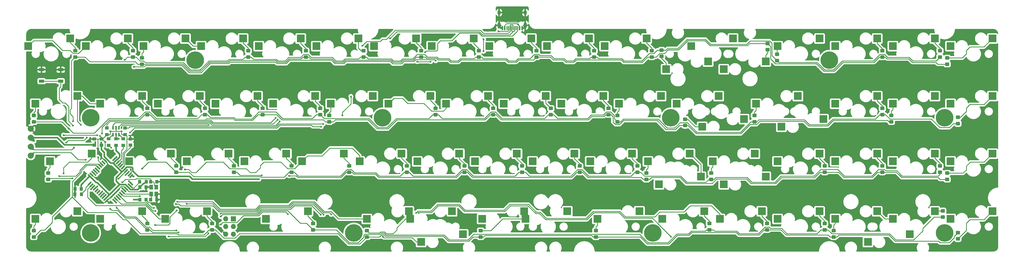
<source format=gbl>
G04 #@! TF.GenerationSoftware,KiCad,Pcbnew,(5.99.0-10161-g3a96736b1f)*
G04 #@! TF.CreationDate,2021-06-27T22:24:52+03:00*
G04 #@! TF.ProjectId,lyra_alpha,6c797261-5f61-46c7-9068-612e6b696361,rev?*
G04 #@! TF.SameCoordinates,Original*
G04 #@! TF.FileFunction,Copper,L2,Bot*
G04 #@! TF.FilePolarity,Positive*
%FSLAX46Y46*%
G04 Gerber Fmt 4.6, Leading zero omitted, Abs format (unit mm)*
G04 Created by KiCad (PCBNEW (5.99.0-10161-g3a96736b1f)) date 2021-06-27 22:24:52*
%MOMM*%
%LPD*%
G01*
G04 APERTURE LIST*
G04 Aperture macros list*
%AMRoundRect*
0 Rectangle with rounded corners*
0 $1 Rounding radius*
0 $2 $3 $4 $5 $6 $7 $8 $9 X,Y pos of 4 corners*
0 Add a 4 corners polygon primitive as box body*
4,1,4,$2,$3,$4,$5,$6,$7,$8,$9,$2,$3,0*
0 Add four circle primitives for the rounded corners*
1,1,$1+$1,$2,$3*
1,1,$1+$1,$4,$5*
1,1,$1+$1,$6,$7*
1,1,$1+$1,$8,$9*
0 Add four rect primitives between the rounded corners*
20,1,$1+$1,$2,$3,$4,$5,0*
20,1,$1+$1,$4,$5,$6,$7,0*
20,1,$1+$1,$6,$7,$8,$9,0*
20,1,$1+$1,$8,$9,$2,$3,0*%
%AMRotRect*
0 Rectangle, with rotation*
0 The origin of the aperture is its center*
0 $1 length*
0 $2 width*
0 $3 Rotation angle, in degrees counterclockwise*
0 Add horizontal line*
21,1,$1,$2,0,0,$3*%
G04 Aperture macros list end*
G04 #@! TA.AperFunction,ComponentPad*
%ADD10C,0.800000*%
G04 #@! TD*
G04 #@! TA.AperFunction,SMDPad,CuDef*
%ADD11R,2.550000X2.500000*%
G04 #@! TD*
G04 #@! TA.AperFunction,ComponentPad*
%ADD12C,0.600000*%
G04 #@! TD*
G04 #@! TA.AperFunction,ComponentPad*
%ADD13C,5.800000*%
G04 #@! TD*
G04 #@! TA.AperFunction,SMDPad,CuDef*
%ADD14R,1.700000X1.000000*%
G04 #@! TD*
G04 #@! TA.AperFunction,ComponentPad*
%ADD15C,2.000000*%
G04 #@! TD*
G04 #@! TA.AperFunction,SMDPad,CuDef*
%ADD16R,1.300000X1.000000*%
G04 #@! TD*
G04 #@! TA.AperFunction,SMDPad,CuDef*
%ADD17R,0.600000X1.450000*%
G04 #@! TD*
G04 #@! TA.AperFunction,SMDPad,CuDef*
%ADD18R,0.300000X1.450000*%
G04 #@! TD*
G04 #@! TA.AperFunction,ComponentPad*
%ADD19O,1.000000X2.100000*%
G04 #@! TD*
G04 #@! TA.AperFunction,ComponentPad*
%ADD20O,1.000000X1.600000*%
G04 #@! TD*
G04 #@! TA.AperFunction,SMDPad,CuDef*
%ADD21R,0.600000X1.200000*%
G04 #@! TD*
G04 #@! TA.AperFunction,SMDPad,CuDef*
%ADD22RoundRect,0.250000X0.450000X-0.325000X0.450000X0.325000X-0.450000X0.325000X-0.450000X-0.325000X0*%
G04 #@! TD*
G04 #@! TA.AperFunction,SMDPad,CuDef*
%ADD23R,1.250000X1.000000*%
G04 #@! TD*
G04 #@! TA.AperFunction,SMDPad,CuDef*
%ADD24R,1.000000X1.300000*%
G04 #@! TD*
G04 #@! TA.AperFunction,SMDPad,CuDef*
%ADD25R,1.000000X1.250000*%
G04 #@! TD*
G04 #@! TA.AperFunction,SMDPad,CuDef*
%ADD26R,1.300000X1.500000*%
G04 #@! TD*
G04 #@! TA.AperFunction,SMDPad,CuDef*
%ADD27RotRect,1.500000X0.550000X225.000000*%
G04 #@! TD*
G04 #@! TA.AperFunction,SMDPad,CuDef*
%ADD28RotRect,1.500000X0.550000X135.000000*%
G04 #@! TD*
G04 #@! TA.AperFunction,SMDPad,CuDef*
%ADD29RoundRect,0.250000X-0.450000X0.325000X-0.450000X-0.325000X0.450000X-0.325000X0.450000X0.325000X0*%
G04 #@! TD*
G04 #@! TA.AperFunction,ComponentPad*
%ADD30R,1.700000X1.700000*%
G04 #@! TD*
G04 #@! TA.AperFunction,ComponentPad*
%ADD31O,1.700000X1.700000*%
G04 #@! TD*
G04 #@! TA.AperFunction,ViaPad*
%ADD32C,0.600000*%
G04 #@! TD*
G04 #@! TA.AperFunction,Conductor*
%ADD33C,0.250000*%
G04 #@! TD*
G04 #@! TA.AperFunction,Conductor*
%ADD34C,0.500000*%
G04 #@! TD*
G04 #@! TA.AperFunction,Conductor*
%ADD35C,0.400000*%
G04 #@! TD*
G04 APERTURE END LIST*
D10*
X284896000Y-118745000D03*
D11*
X284896000Y-118745000D03*
X271046000Y-121285000D03*
D10*
X271046000Y-121285000D03*
D12*
X139548841Y-70195441D03*
X136675159Y-67321759D03*
X140144000Y-68758600D03*
X136675159Y-70195441D03*
X139548841Y-67321759D03*
X136080000Y-68758600D03*
X138112000Y-66726600D03*
D13*
X138112000Y-68758600D03*
D12*
X138112000Y-70790600D03*
D11*
X96777500Y-61595000D03*
D10*
X96777500Y-61595000D03*
D11*
X82927500Y-64135000D03*
D10*
X82927500Y-64135000D03*
X134878000Y-61595000D03*
D11*
X134878000Y-61595000D03*
X121028000Y-64135000D03*
D10*
X121028000Y-64135000D03*
D11*
X172978000Y-61595000D03*
D10*
X172978000Y-61595000D03*
D11*
X159128000Y-64135000D03*
D10*
X159128000Y-64135000D03*
X211078000Y-61595000D03*
D11*
X211078000Y-61595000D03*
D10*
X197228000Y-64135000D03*
D11*
X197228000Y-64135000D03*
X249178000Y-61595000D03*
D10*
X249178000Y-61595000D03*
D11*
X235328000Y-64135000D03*
D10*
X235328000Y-64135000D03*
D11*
X287278000Y-61595000D03*
D10*
X287278000Y-61595000D03*
X273428000Y-64135000D03*
D11*
X273428000Y-64135000D03*
X312798000Y-71755000D03*
D10*
X312798000Y-71755000D03*
D11*
X326648000Y-69215000D03*
D10*
X326648000Y-69215000D03*
X363478000Y-61595000D03*
D11*
X363478000Y-61595000D03*
X349628000Y-64135000D03*
D10*
X349628000Y-64135000D03*
X401578000Y-61595000D03*
D11*
X401578000Y-61595000D03*
X387728000Y-64135000D03*
D10*
X387728000Y-64135000D03*
D11*
X99158800Y-80645000D03*
D10*
X99158800Y-80645000D03*
D11*
X85308800Y-83185000D03*
D10*
X85308800Y-83185000D03*
D11*
X139640000Y-80645000D03*
D10*
X139640000Y-80645000D03*
X125790000Y-83185000D03*
D11*
X125790000Y-83185000D03*
X177740000Y-80645000D03*
D10*
X177740000Y-80645000D03*
X163890000Y-83185000D03*
D11*
X163890000Y-83185000D03*
X253940000Y-80645000D03*
D10*
X253940000Y-80645000D03*
X240090000Y-83185000D03*
D11*
X240090000Y-83185000D03*
X292040000Y-80645000D03*
D10*
X292040000Y-80645000D03*
X278190000Y-83185000D03*
D11*
X278190000Y-83185000D03*
D10*
X337284000Y-80645000D03*
D11*
X337284000Y-80645000D03*
X323434000Y-83185000D03*
D10*
X323434000Y-83185000D03*
D11*
X363478000Y-80645000D03*
D10*
X363478000Y-80645000D03*
D11*
X349628000Y-83185000D03*
D10*
X349628000Y-83185000D03*
D11*
X401578000Y-80645000D03*
D10*
X401578000Y-80645000D03*
D11*
X387728000Y-83185000D03*
D10*
X387728000Y-83185000D03*
X103921200Y-99695000D03*
D11*
X103921200Y-99695000D03*
D10*
X90071200Y-102235000D03*
D11*
X90071200Y-102235000D03*
D10*
X149165000Y-99695000D03*
D11*
X149165000Y-99695000D03*
D10*
X135315000Y-102235000D03*
D11*
X135315000Y-102235000D03*
X187265000Y-99695000D03*
D10*
X187265000Y-99695000D03*
D11*
X173415000Y-102235000D03*
D10*
X173415000Y-102235000D03*
X225365000Y-99695000D03*
D11*
X225365000Y-99695000D03*
X211515000Y-102235000D03*
D10*
X211515000Y-102235000D03*
D11*
X263465000Y-99695000D03*
D10*
X263465000Y-99695000D03*
X249615000Y-102235000D03*
D11*
X249615000Y-102235000D03*
D10*
X301565000Y-99695000D03*
D11*
X301565000Y-99695000D03*
X287715000Y-102235000D03*
D10*
X287715000Y-102235000D03*
D11*
X344428000Y-99695000D03*
D10*
X344428000Y-99695000D03*
X330578000Y-102235000D03*
D11*
X330578000Y-102235000D03*
D10*
X363478000Y-99695000D03*
D11*
X363478000Y-99695000D03*
D10*
X349628000Y-102235000D03*
D11*
X349628000Y-102235000D03*
X401578000Y-99695000D03*
D10*
X401578000Y-99695000D03*
D11*
X387728000Y-102235000D03*
D10*
X387728000Y-102235000D03*
D11*
X99158800Y-118745000D03*
D10*
X99158800Y-118745000D03*
X85308800Y-121285000D03*
D11*
X85308800Y-121285000D03*
D10*
X142021000Y-118745000D03*
D11*
X142021000Y-118745000D03*
X128171000Y-121285000D03*
D10*
X128171000Y-121285000D03*
X331848000Y-90805000D03*
D11*
X331848000Y-90805000D03*
X345698000Y-88265000D03*
D10*
X345698000Y-88265000D03*
X208696000Y-118745000D03*
D11*
X208696000Y-118745000D03*
X194846000Y-121285000D03*
D10*
X194846000Y-121285000D03*
X246796000Y-118745000D03*
D11*
X246796000Y-118745000D03*
X232946000Y-121285000D03*
D10*
X232946000Y-121285000D03*
D11*
X325378000Y-118745000D03*
D10*
X325378000Y-118745000D03*
D11*
X311528000Y-121285000D03*
D10*
X311528000Y-121285000D03*
D11*
X363478000Y-118745000D03*
D10*
X363478000Y-118745000D03*
X349628000Y-121285000D03*
D11*
X349628000Y-121285000D03*
X401578000Y-118745000D03*
D10*
X401578000Y-118745000D03*
D11*
X387728000Y-121285000D03*
D10*
X387728000Y-121285000D03*
D11*
X115828000Y-61595000D03*
D10*
X115828000Y-61595000D03*
X101978000Y-64135000D03*
D11*
X101978000Y-64135000D03*
X153928000Y-61595000D03*
D10*
X153928000Y-61595000D03*
D11*
X140078000Y-64135000D03*
D10*
X140078000Y-64135000D03*
D11*
X192028000Y-61595000D03*
D10*
X192028000Y-61595000D03*
D11*
X178178000Y-64135000D03*
D10*
X178178000Y-64135000D03*
D11*
X230128000Y-61595000D03*
D10*
X230128000Y-61595000D03*
X216278000Y-64135000D03*
D11*
X216278000Y-64135000D03*
X268228000Y-61595000D03*
D10*
X268228000Y-61595000D03*
D11*
X254378000Y-64135000D03*
D10*
X254378000Y-64135000D03*
D11*
X293748000Y-71755000D03*
D10*
X293748000Y-71755000D03*
D11*
X307598000Y-69215000D03*
D10*
X307598000Y-69215000D03*
X344428000Y-61595000D03*
D11*
X344428000Y-61595000D03*
X330578000Y-64135000D03*
D10*
X330578000Y-64135000D03*
D11*
X382528000Y-61595000D03*
D10*
X382528000Y-61595000D03*
D11*
X368678000Y-64135000D03*
D10*
X368678000Y-64135000D03*
X360422000Y-128905000D03*
D11*
X360422000Y-128905000D03*
D10*
X374272000Y-126365000D03*
D11*
X374272000Y-126365000D03*
D10*
X120590000Y-80645000D03*
D11*
X120590000Y-80645000D03*
X106740000Y-83185000D03*
D10*
X106740000Y-83185000D03*
X158690000Y-80645000D03*
D11*
X158690000Y-80645000D03*
D10*
X144840000Y-83185000D03*
D11*
X144840000Y-83185000D03*
X196790000Y-80645000D03*
D10*
X196790000Y-80645000D03*
X182940000Y-83185000D03*
D11*
X182940000Y-83185000D03*
D10*
X234890000Y-80645000D03*
D11*
X234890000Y-80645000D03*
X221040000Y-83185000D03*
D10*
X221040000Y-83185000D03*
D11*
X272990000Y-80645000D03*
D10*
X272990000Y-80645000D03*
D11*
X259140000Y-83185000D03*
D10*
X259140000Y-83185000D03*
D11*
X311090000Y-80645000D03*
D10*
X311090000Y-80645000D03*
X297240000Y-83185000D03*
D11*
X297240000Y-83185000D03*
D10*
X305654000Y-90805000D03*
D11*
X305654000Y-90805000D03*
X319504000Y-88265000D03*
D10*
X319504000Y-88265000D03*
X382528000Y-80645000D03*
D11*
X382528000Y-80645000D03*
X368678000Y-83185000D03*
D10*
X368678000Y-83185000D03*
X291366000Y-109855000D03*
D11*
X291366000Y-109855000D03*
X305216000Y-107315000D03*
D10*
X305216000Y-107315000D03*
X130115000Y-99695000D03*
D11*
X130115000Y-99695000D03*
D10*
X116265000Y-102235000D03*
D11*
X116265000Y-102235000D03*
X168215000Y-99695000D03*
D10*
X168215000Y-99695000D03*
X154365000Y-102235000D03*
D11*
X154365000Y-102235000D03*
D10*
X206315000Y-99695000D03*
D11*
X206315000Y-99695000D03*
D10*
X192465000Y-102235000D03*
D11*
X192465000Y-102235000D03*
D10*
X244415000Y-99695000D03*
D11*
X244415000Y-99695000D03*
D10*
X230565000Y-102235000D03*
D11*
X230565000Y-102235000D03*
X282515000Y-99695000D03*
D10*
X282515000Y-99695000D03*
X268665000Y-102235000D03*
D11*
X268665000Y-102235000D03*
X322996000Y-99695000D03*
D10*
X322996000Y-99695000D03*
X309146000Y-102235000D03*
D11*
X309146000Y-102235000D03*
X315852000Y-61595000D03*
D10*
X315852000Y-61595000D03*
D11*
X302002000Y-64135000D03*
D10*
X302002000Y-64135000D03*
X382528000Y-99695000D03*
D11*
X382528000Y-99695000D03*
X368678000Y-102235000D03*
D10*
X368678000Y-102235000D03*
X312798000Y-109855000D03*
D11*
X312798000Y-109855000D03*
X326648000Y-107315000D03*
D10*
X326648000Y-107315000D03*
X120590000Y-118745000D03*
D11*
X120590000Y-118745000D03*
X106740000Y-121285000D03*
D10*
X106740000Y-121285000D03*
X175359000Y-118745000D03*
D11*
X175359000Y-118745000D03*
D10*
X161509000Y-121285000D03*
D11*
X161509000Y-121285000D03*
D10*
X222984000Y-118745000D03*
D11*
X222984000Y-118745000D03*
D10*
X209134000Y-121285000D03*
D11*
X209134000Y-121285000D03*
X212785000Y-128905000D03*
D10*
X212785000Y-128905000D03*
X226635000Y-126365000D03*
D11*
X226635000Y-126365000D03*
X261084000Y-118745000D03*
D10*
X261084000Y-118745000D03*
X247234000Y-121285000D03*
D11*
X247234000Y-121285000D03*
D10*
X306328000Y-118745000D03*
D11*
X306328000Y-118745000D03*
X292478000Y-121285000D03*
D10*
X292478000Y-121285000D03*
X344428000Y-118745000D03*
D11*
X344428000Y-118745000D03*
D10*
X330578000Y-121285000D03*
D11*
X330578000Y-121285000D03*
X382528000Y-118745000D03*
D10*
X382528000Y-118745000D03*
X368678000Y-121285000D03*
D11*
X368678000Y-121285000D03*
D12*
X349098841Y-67321759D03*
X347662000Y-66726600D03*
X346225159Y-67321759D03*
X349694000Y-68758600D03*
X347662000Y-70790600D03*
X349098841Y-70195441D03*
X346225159Y-70195441D03*
X345630000Y-68758600D03*
D13*
X347662000Y-68758600D03*
D11*
X215840000Y-80645000D03*
D10*
X215840000Y-80645000D03*
D11*
X201990000Y-83185000D03*
D10*
X201990000Y-83185000D03*
D13*
X200025000Y-87808600D03*
D12*
X198588159Y-89245441D03*
X198588159Y-86371759D03*
X200025000Y-85776600D03*
X197993000Y-87808600D03*
X200025000Y-89840600D03*
X202057000Y-87808600D03*
X201461841Y-89245441D03*
X201461841Y-86371759D03*
X102147159Y-89245441D03*
X101552000Y-87808600D03*
X103584000Y-85776600D03*
X103584000Y-89840600D03*
X105616000Y-87808600D03*
X105020841Y-89245441D03*
X102147159Y-86371759D03*
D13*
X103584000Y-87808600D03*
D12*
X105020841Y-86371759D03*
X297307000Y-87808600D03*
X295275000Y-85776600D03*
X293838159Y-86371759D03*
D13*
X295275000Y-87808600D03*
D12*
X296711841Y-89245441D03*
X293838159Y-89245441D03*
X296711841Y-86371759D03*
X293243000Y-87808600D03*
X295275000Y-89840600D03*
X384325159Y-89245441D03*
X387198841Y-86371759D03*
X385762000Y-85776600D03*
D13*
X385762000Y-87808600D03*
D12*
X387794000Y-87808600D03*
X383730000Y-87808600D03*
X387198841Y-89245441D03*
X384325159Y-86371759D03*
X385762000Y-89840600D03*
X105020841Y-124472159D03*
X103584000Y-123877000D03*
X102147159Y-124472159D03*
X105020841Y-127345841D03*
X102147159Y-127345841D03*
X103584000Y-127941000D03*
X105616000Y-125909000D03*
X101552000Y-125909000D03*
D13*
X103584000Y-125909000D03*
D12*
X289322000Y-123877000D03*
X291354000Y-125909000D03*
X290758841Y-127345841D03*
D13*
X289322000Y-125909000D03*
D12*
X289322000Y-127941000D03*
X287885159Y-127345841D03*
X290758841Y-124472159D03*
X287290000Y-125909000D03*
X287885159Y-124472159D03*
X192532000Y-125909000D03*
D13*
X190500000Y-125909000D03*
D12*
X191936841Y-124472159D03*
X189063159Y-127345841D03*
X190500000Y-127941000D03*
X191936841Y-127345841D03*
X190500000Y-123877000D03*
X188468000Y-125909000D03*
X189063159Y-124472159D03*
X384325159Y-124472159D03*
X383730000Y-125909000D03*
X385762000Y-127941000D03*
X387198841Y-124472159D03*
X387794000Y-125909000D03*
D13*
X385762000Y-125909000D03*
D12*
X384325159Y-127345841D03*
X385762000Y-123877000D03*
X387198841Y-127345841D03*
D14*
X93637500Y-71918800D03*
X87337500Y-71918800D03*
X93637500Y-75718800D03*
X87337500Y-75718800D03*
D15*
X83770000Y-94406400D03*
X83770100Y-100359000D03*
X83770100Y-97382900D03*
D16*
X109538000Y-96936900D03*
X109538000Y-94736900D03*
D17*
X239663000Y-58137170D03*
X240438000Y-58137170D03*
D18*
X241138000Y-58137170D03*
X241638000Y-58137170D03*
X242138000Y-58137170D03*
X242638000Y-58137170D03*
X243138000Y-58137170D03*
X243638000Y-58137170D03*
X244138000Y-58137170D03*
X244638000Y-58137170D03*
D17*
X245338000Y-58137170D03*
X246113000Y-58137170D03*
D19*
X247208000Y-57222170D03*
X238568000Y-57222170D03*
D20*
X247208000Y-53042170D03*
X238568000Y-53042170D03*
D16*
X111919000Y-96945300D03*
X111919000Y-94745300D03*
X114300000Y-94745300D03*
X114300000Y-96945300D03*
X114895000Y-91173500D03*
X114895000Y-93373500D03*
D21*
X110969000Y-91123500D03*
X111919000Y-91123500D03*
X112869000Y-91123500D03*
X112869000Y-93423500D03*
X111919000Y-93423500D03*
X110969000Y-93423500D03*
D15*
X83770000Y-91429800D03*
D16*
X108942000Y-93373500D03*
X108942000Y-91173500D03*
D22*
X270533000Y-127231000D03*
X270533000Y-125181000D03*
D23*
X116681000Y-96845300D03*
X116681000Y-94845300D03*
D24*
X98317200Y-113109000D03*
X100517200Y-113109000D03*
D25*
X98417200Y-111323000D03*
X100417200Y-111323000D03*
D23*
X104775000Y-94845300D03*
X104775000Y-96845300D03*
D25*
X121848000Y-114895000D03*
X119848000Y-114895000D03*
D23*
X107156000Y-94845300D03*
X107156000Y-96845300D03*
D25*
X125420000Y-114895000D03*
X123420000Y-114895000D03*
D26*
X123570000Y-113069000D03*
X125270000Y-110769000D03*
X123570000Y-110769000D03*
X125270000Y-113069000D03*
D25*
X125420000Y-108942000D03*
X123420000Y-108942000D03*
D24*
X119748000Y-108942000D03*
X121948000Y-108942000D03*
D27*
X111335082Y-101488064D03*
X111900767Y-102053750D03*
X112466452Y-102619435D03*
X113032138Y-103185120D03*
X113597823Y-103750806D03*
X114163509Y-104316491D03*
X114729194Y-104882177D03*
X115294880Y-105447862D03*
X115860565Y-106013548D03*
X116426250Y-106579233D03*
X116991936Y-107144918D03*
D28*
X116991936Y-109549082D03*
X116426250Y-110114767D03*
X115860565Y-110680452D03*
X115294880Y-111246138D03*
X114729194Y-111811823D03*
X114163509Y-112377509D03*
X113597823Y-112943194D03*
X113032138Y-113508880D03*
X112466452Y-114074565D03*
X111900767Y-114640250D03*
X111335082Y-115205936D03*
D27*
X108930918Y-115205936D03*
X108365233Y-114640250D03*
X107799548Y-114074565D03*
X107233862Y-113508880D03*
X106668177Y-112943194D03*
X106102491Y-112377509D03*
X105536806Y-111811823D03*
X104971120Y-111246138D03*
X104405435Y-110680452D03*
X103839750Y-110114767D03*
X103274064Y-109549082D03*
D28*
X103274064Y-107144918D03*
X103839750Y-106579233D03*
X104405435Y-106013548D03*
X104971120Y-105447862D03*
X105536806Y-104882177D03*
X106102491Y-104316491D03*
X106668177Y-103750806D03*
X107233862Y-103185120D03*
X107799548Y-102619435D03*
X108365233Y-102053750D03*
X108930918Y-101488064D03*
D25*
X121848000Y-110728000D03*
X119848000Y-110728000D03*
D22*
X330399000Y-68890600D03*
X330399000Y-66840600D03*
X98487500Y-67700000D03*
X98487500Y-65650000D03*
X120514000Y-70081200D03*
X120514000Y-68031200D03*
X174688000Y-67700000D03*
X174688000Y-65650000D03*
X212788000Y-67700000D03*
X212788000Y-65650000D03*
X250888000Y-67700000D03*
X250888000Y-65650000D03*
X288988000Y-67700000D03*
X288988000Y-65650000D03*
D29*
X327254000Y-63268800D03*
X327254000Y-65318800D03*
D22*
X365188000Y-67700000D03*
X365188000Y-65650000D03*
X386618000Y-70081200D03*
X386618000Y-68031200D03*
X84795300Y-89131200D03*
X84795300Y-87081200D03*
X141350000Y-86750000D03*
X141350000Y-84700000D03*
X179450000Y-86750000D03*
X179450000Y-84700000D03*
X217550000Y-86750000D03*
X217550000Y-84700000D03*
X255650000Y-86750000D03*
X255650000Y-84700000D03*
X277676000Y-89131200D03*
X277676000Y-87081200D03*
X322920000Y-89131200D03*
X322920000Y-87081200D03*
X365188000Y-86750000D03*
X365188000Y-84700000D03*
X390190000Y-89726500D03*
X390190000Y-87676500D03*
X89557800Y-108181000D03*
X89557800Y-106131000D03*
X150875000Y-105800000D03*
X150875000Y-103750000D03*
X188975000Y-105800000D03*
X188975000Y-103750000D03*
X227075000Y-105800000D03*
X227075000Y-103750000D03*
X265175000Y-105800000D03*
X265175000Y-103750000D03*
X287202000Y-108181000D03*
X287202000Y-106131000D03*
X346138000Y-105800000D03*
X346138000Y-103750000D03*
X365188000Y-105800000D03*
X365188000Y-103750000D03*
X386618000Y-108181000D03*
X386618000Y-106131000D03*
X84795300Y-127231000D03*
X84795300Y-125181000D03*
X143731000Y-124850000D03*
X143731000Y-122800000D03*
X194846000Y-127231000D03*
X194846000Y-125181000D03*
X232433000Y-127231000D03*
X232433000Y-125181000D03*
X327088000Y-124850000D03*
X327088000Y-122800000D03*
X349114000Y-127231000D03*
X349114000Y-125181000D03*
D29*
X390190000Y-125777000D03*
X390190000Y-127827000D03*
D22*
X117538000Y-67700000D03*
X117538000Y-65650000D03*
X155638000Y-67700000D03*
X155638000Y-65650000D03*
X193738000Y-67700000D03*
X193738000Y-65650000D03*
X231838000Y-67700000D03*
X231838000Y-65650000D03*
X269938000Y-67700000D03*
X269938000Y-65650000D03*
D29*
X292247000Y-65428300D03*
X292247000Y-67478300D03*
D22*
X384238000Y-67700000D03*
X384238000Y-65650000D03*
X122300000Y-86750000D03*
X122300000Y-84700000D03*
X160400000Y-86750000D03*
X160400000Y-84700000D03*
X182427000Y-89131200D03*
X182427000Y-87081200D03*
X236600000Y-86750000D03*
X236600000Y-84700000D03*
X274700000Y-86750000D03*
X274700000Y-84700000D03*
X300038000Y-90321900D03*
X300038000Y-88271900D03*
X368164000Y-89131200D03*
X368164000Y-87081200D03*
X131825000Y-105800000D03*
X131825000Y-103750000D03*
X169925000Y-105800000D03*
X169925000Y-103750000D03*
X208025000Y-105800000D03*
X208025000Y-103750000D03*
X246125000Y-105800000D03*
X246125000Y-103750000D03*
X284225000Y-105800000D03*
X284225000Y-103750000D03*
X308633000Y-108181000D03*
X308633000Y-106131000D03*
X384238000Y-105800000D03*
X384238000Y-103750000D03*
X122300000Y-124850000D03*
X122300000Y-122800000D03*
X177069000Y-124850000D03*
X177069000Y-122800000D03*
X308038000Y-124850000D03*
X308038000Y-122800000D03*
X346138000Y-124850000D03*
X346138000Y-122800000D03*
X385167000Y-120683000D03*
X385167000Y-118633000D03*
D30*
X150693000Y-121285000D03*
D31*
X148153000Y-121285000D03*
X150693000Y-123825000D03*
X148153000Y-123825000D03*
X150693000Y-126365000D03*
X148153000Y-126365000D03*
D32*
X106660820Y-93819120D03*
X100491000Y-84979100D03*
X213431000Y-61799100D03*
X347663000Y-85725000D03*
X99650820Y-108419120D03*
X268701000Y-121949000D03*
X205041000Y-60559100D03*
X395111000Y-63039100D03*
X174427000Y-97631200D03*
X234531000Y-67079100D03*
X186461000Y-124839000D03*
X202531000Y-59029100D03*
X90310800Y-61029100D03*
X336947000Y-120253000D03*
X161341000Y-124759000D03*
X341114000Y-102989000D03*
X115811000Y-99969100D03*
X216201000Y-116239000D03*
X243664000Y-123355000D03*
X91970800Y-97079100D03*
X195891000Y-66779100D03*
X188119000Y-80962500D03*
X108225000Y-106158600D03*
X108871000Y-98399100D03*
X239141000Y-120239000D03*
X381596000Y-90487500D03*
X230561000Y-125099000D03*
X152221000Y-128709000D03*
X385151000Y-116939000D03*
X105971000Y-99269100D03*
X234930820Y-59099120D03*
X247631000Y-64099100D03*
X129801000Y-118199000D03*
X231691000Y-117119000D03*
X246951000Y-124619000D03*
X98400000Y-114083600D03*
X104551000Y-113559000D03*
X249071000Y-115089000D03*
X285811000Y-123149000D03*
X232172000Y-83939000D03*
X168441000Y-115449000D03*
X142331000Y-114099000D03*
X344631000Y-128209000D03*
X244851000Y-120599000D03*
X207781000Y-65919100D03*
X95450800Y-77669100D03*
X100491000Y-69089100D03*
X90280800Y-87799100D03*
X225501000Y-119062000D03*
X299442000Y-120253000D03*
X184711000Y-63399100D03*
X230561000Y-99239100D03*
X149131000Y-116719000D03*
X375551000Y-62889100D03*
X307182000Y-60126500D03*
X392151000Y-127849000D03*
X139841000Y-121789000D03*
X91990800Y-92639100D03*
X224044000Y-62775000D03*
X96120800Y-113469000D03*
X144201000Y-121329000D03*
X114000000Y-111083600D03*
X114025000Y-109158602D03*
X107055000Y-95898600D03*
X152514000Y-108095000D03*
X159160000Y-108119000D03*
X116800000Y-111583600D03*
X117794000Y-114895000D03*
X105085000Y-95888600D03*
X238265000Y-59225000D03*
X164724000Y-87785000D03*
X214058000Y-66161000D03*
X180424000Y-89824800D03*
X193358000Y-63987000D03*
X166024000Y-88995000D03*
X165384000Y-88375000D03*
X202502000Y-61574000D03*
X117175004Y-110858600D03*
X97724000Y-90405000D03*
X117774998Y-107208600D03*
X115125000Y-106783600D03*
X116794085Y-104858609D03*
X98104000Y-97625000D03*
X116200000Y-108783602D03*
X102004000Y-101675000D03*
X112700000Y-107983599D03*
X116554000Y-92695000D03*
X211481000Y-69235000D03*
X215918000Y-69235000D03*
X189574000Y-80755000D03*
X179756000Y-90753100D03*
X244758000Y-56912170D03*
X112915000Y-94718600D03*
X186754000Y-87077900D03*
X113699979Y-102333600D03*
X110355000Y-97688600D03*
X105200000Y-106808600D03*
X97704000Y-88985000D03*
X105725000Y-106208600D03*
X96279000Y-91350000D03*
X106275002Y-105633602D03*
X113704000Y-91185000D03*
X97554000Y-107835000D03*
X142604000Y-90145000D03*
X94609000Y-93530000D03*
X160139000Y-106830000D03*
X169124000Y-107015000D03*
X105809000Y-93530000D03*
X114779000Y-68670000D03*
X93177400Y-107142000D03*
X107327000Y-93022000D03*
X106020000Y-100880000D03*
X120544000Y-104645000D03*
X112125000Y-100733598D03*
X146474000Y-120485000D03*
X132635000Y-125694000D03*
X110033000Y-117916000D03*
X107425000Y-112158596D03*
X103649998Y-111458600D03*
X94624000Y-106235000D03*
X100359000Y-90210000D03*
X134684000Y-104881000D03*
X119854000Y-113725000D03*
X132224000Y-115615000D03*
X124474000Y-117585000D03*
X135214000Y-116285000D03*
X131984000Y-118435000D03*
X183074000Y-119785000D03*
X113225000Y-114818600D03*
X124794000Y-123296000D03*
X180512000Y-119867000D03*
X124990820Y-118609120D03*
X131724000Y-116365000D03*
X112134000Y-117555000D03*
X179589000Y-119870000D03*
X211064000Y-119305000D03*
X108575000Y-113283600D03*
X131900000Y-125069000D03*
X146464000Y-119545000D03*
X142474000Y-125995000D03*
X146519000Y-123150000D03*
X211964000Y-119305000D03*
X295356000Y-127171000D03*
X168796000Y-119734000D03*
X129284000Y-127054000D03*
X112025002Y-115928600D03*
X108000000Y-112758600D03*
X200084000Y-127105000D03*
X105765600Y-110465400D03*
X217600000Y-68957800D03*
X102344000Y-94315000D03*
X233394000Y-65825000D03*
X117838000Y-70981200D03*
X95414000Y-96045000D03*
X233394000Y-61825000D03*
D33*
X114163500Y-112377500D02*
X114855000Y-113069000D01*
X114855000Y-113069000D02*
X123570000Y-113069000D01*
X123570000Y-113069000D02*
X123570000Y-114745000D01*
X240084000Y-55853470D02*
X240368000Y-55853470D01*
X98417200Y-114066400D02*
X98400000Y-114083600D01*
X125345000Y-115845000D02*
X125420000Y-115770000D01*
X107156000Y-94845300D02*
X107156000Y-94314300D01*
X113678386Y-110458614D02*
X108330000Y-115807000D01*
X107470200Y-94845300D02*
X108942000Y-93373500D01*
X244841000Y-120609000D02*
X244851000Y-120599000D01*
X245210000Y-55957170D02*
X245343000Y-55824270D01*
X126170000Y-108942000D02*
X126245000Y-109017000D01*
X105971000Y-98849100D02*
X105811900Y-99196200D01*
X121208000Y-112249000D02*
X116298000Y-112249000D01*
X110186000Y-92279100D02*
X113651000Y-92279100D01*
X109168000Y-105215600D02*
X108524999Y-105858601D01*
X147339800Y-125551800D02*
X147431800Y-126439800D01*
X244431000Y-120599000D02*
X244778100Y-120758100D01*
X237818000Y-57222170D02*
X237801050Y-57239120D01*
X115501000Y-94845300D02*
X115501000Y-98209600D01*
X247089000Y-55824270D02*
X247091000Y-55846270D01*
X238568000Y-54713470D02*
X238568000Y-55853470D01*
X107156000Y-94474300D02*
X107156000Y-94845300D01*
X108574000Y-98102100D02*
X108706900Y-98460000D01*
X98400000Y-113341800D02*
X98400000Y-113659336D01*
X238568000Y-57222170D02*
X237818000Y-57222170D01*
X111919000Y-91123500D02*
X111919000Y-92279100D01*
X238568000Y-55853470D02*
X239618000Y-55853470D01*
X113746000Y-93124200D02*
X113995000Y-93373500D01*
X238568000Y-53042170D02*
X238568000Y-54713470D01*
X108942000Y-93373500D02*
X109842000Y-93373500D01*
X245343000Y-55824270D02*
X247089000Y-55824270D01*
X241321000Y-120079000D02*
X241841000Y-120599000D01*
X123570000Y-111054000D02*
X123570000Y-110769000D01*
X115501000Y-93829300D02*
X115501000Y-94845300D01*
X247132000Y-55846270D02*
X247091000Y-55846270D01*
X235840820Y-59099120D02*
X234930820Y-59099120D01*
X240084000Y-55853470D02*
X240168000Y-55853470D01*
X113651000Y-92279100D02*
X113746000Y-92374200D01*
X107156000Y-94845300D02*
X107297000Y-94845300D01*
X107881000Y-115809000D02*
X106801000Y-115809000D01*
X114811000Y-110762000D02*
X115294900Y-111246100D01*
X109168000Y-102856800D02*
X109168000Y-105215600D01*
X121851000Y-111606000D02*
X121208000Y-112249000D01*
X125420000Y-108942000D02*
X126170000Y-108942000D01*
X107156000Y-94845300D02*
X106281000Y-94845300D01*
X125420000Y-115770000D02*
X125420000Y-115937000D01*
X114895000Y-93373500D02*
X115045000Y-93373500D01*
X106900000Y-107483600D02*
X107925001Y-106458599D01*
X108330000Y-115807000D02*
X107883000Y-115807000D01*
X115294900Y-111246100D02*
X115914000Y-111866000D01*
X148153000Y-126365000D02*
X145894000Y-124106000D01*
X121848000Y-110728000D02*
X123530000Y-110728000D01*
X103839700Y-106579200D02*
X104744100Y-107483600D01*
X244851000Y-120599000D02*
X241841000Y-120599000D01*
X107156000Y-94845300D02*
X107470200Y-94845300D01*
X115045000Y-93373500D02*
X115501000Y-93829300D01*
X122673000Y-115845000D02*
X121848000Y-115020000D01*
X104848000Y-113856000D02*
X104490100Y-113723100D01*
X241841000Y-120599000D02*
X241461000Y-120219000D01*
X247208000Y-55922170D02*
X247132000Y-55846270D01*
X246113000Y-58137170D02*
X246293000Y-58137170D01*
X123530000Y-110728000D02*
X123570000Y-110769000D01*
X240677000Y-56162170D02*
X245005000Y-56162170D01*
X108331000Y-97859100D02*
X108871000Y-98399100D01*
X121848000Y-110728000D02*
X121848000Y-111603000D01*
X105971000Y-99269100D02*
X105971000Y-99659800D01*
X107925001Y-106458599D02*
X108225000Y-106158600D01*
X239081000Y-120079000D02*
X241321000Y-120079000D01*
X145894000Y-124106000D02*
X145894000Y-123022000D01*
X247208000Y-57222170D02*
X247208000Y-55922170D01*
X238568000Y-55853470D02*
X238568000Y-57222170D01*
X247208000Y-56672170D02*
X247208000Y-57222170D01*
X144498000Y-121626000D02*
X144140100Y-121493100D01*
X98417200Y-111323000D02*
X98417200Y-114066400D01*
X105971000Y-99659800D02*
X106127500Y-99347500D01*
X106801000Y-115809000D02*
X104551000Y-113559000D01*
X110094000Y-92371900D02*
X110186000Y-92279100D01*
X247208000Y-57222170D02*
X247208000Y-57498170D01*
X125270000Y-113069000D02*
X126170000Y-113069000D01*
X108524999Y-105858601D02*
X108225000Y-106158600D01*
X122673410Y-115845000D02*
X125345000Y-115845000D01*
X109842000Y-93373500D02*
X110094000Y-93121900D01*
X247091000Y-55846270D02*
X247211000Y-55946270D01*
X105971000Y-98849100D02*
X106130100Y-99196200D01*
X116681000Y-94845300D02*
X116517000Y-94845300D01*
X237700820Y-57239120D02*
X235840820Y-59099120D01*
X239618000Y-55853470D02*
X239924000Y-55853470D01*
X105971000Y-99659800D02*
X105814500Y-99347500D01*
X238568000Y-57222170D02*
X238568000Y-56672170D01*
X107297000Y-94845300D02*
X108331000Y-95879100D01*
X126170000Y-113069000D02*
X126245000Y-112994000D01*
X113995000Y-93373500D02*
X114895000Y-93373500D01*
X245005000Y-56162170D02*
X245343000Y-55824270D01*
X106037000Y-94845300D02*
X107156000Y-94845300D01*
X121848000Y-114895000D02*
X121848000Y-115019590D01*
X116681000Y-94845300D02*
X115501000Y-94845300D01*
X121848000Y-111603000D02*
X121851000Y-111606000D01*
X115294900Y-111246100D02*
X114507414Y-110458614D01*
X145894000Y-123022000D02*
X144201000Y-121329000D01*
X114274989Y-99435611D02*
X114274989Y-103073611D01*
X110094000Y-93121900D02*
X110094000Y-92371900D01*
X105971000Y-94911500D02*
X106037000Y-94845300D01*
X240368000Y-55853470D02*
X240677000Y-56162170D01*
X116298000Y-112249000D02*
X115294900Y-111246100D01*
X239483000Y-58137170D02*
X238568000Y-57222170D01*
X121848000Y-110853000D02*
X121848000Y-110728000D01*
X113746000Y-92374200D02*
X113746000Y-93124200D01*
X244431000Y-120599000D02*
X244778100Y-120439900D01*
X104775000Y-94845300D02*
X106037000Y-94845300D01*
X121848000Y-115019590D02*
X122673410Y-115845000D01*
X125420000Y-114895000D02*
X125420000Y-115770000D01*
X238568000Y-57222170D02*
X238748000Y-57222170D01*
X108942000Y-93373500D02*
X108628000Y-93373500D01*
X107883000Y-115807000D02*
X107881000Y-115809000D01*
X98400000Y-113659336D02*
X98400000Y-114083600D01*
X105971000Y-99269100D02*
X105971000Y-94911500D01*
X108330000Y-115807000D02*
X108323000Y-115807000D01*
X237801050Y-57239120D02*
X237700820Y-57239120D01*
X104744100Y-107483600D02*
X106900000Y-107483600D01*
X144498000Y-121626000D02*
X144365100Y-121268100D01*
X104775000Y-94845300D02*
X104900000Y-94845300D01*
X147339800Y-125551800D02*
X148227800Y-125643800D01*
X108574000Y-98102100D02*
X108931900Y-98235000D01*
X115501000Y-98209600D02*
X114274989Y-99435611D01*
X246293000Y-58137170D02*
X247208000Y-57222170D01*
X98317200Y-113259000D02*
X98400000Y-113341800D01*
X239618000Y-55853470D02*
X240084000Y-55853470D01*
X239663000Y-58137170D02*
X239483000Y-58137170D01*
X114507414Y-110458614D02*
X113678386Y-110458614D01*
X104650000Y-94845300D02*
X104775000Y-94845300D01*
X105971000Y-99659800D02*
X109168000Y-102856800D01*
X114274989Y-103073611D02*
X113597800Y-103750800D01*
X104848000Y-113856000D02*
X104715100Y-113498100D01*
X108331000Y-95879100D02*
X108331000Y-97859100D01*
X107156000Y-94314300D02*
X106660820Y-93819120D01*
X114297400Y-108885600D02*
X114164500Y-109243500D01*
X114273000Y-111381000D02*
X113915100Y-111248100D01*
X114273000Y-111381000D02*
X114140100Y-111023100D01*
X114297400Y-108885600D02*
X113939500Y-109018500D01*
X114728200Y-111811800D02*
X114299999Y-111383599D01*
X123282120Y-107929120D02*
X118654480Y-107929120D01*
X114729200Y-111811800D02*
X114728200Y-111811800D01*
X118400003Y-108183597D02*
X115000005Y-108183597D01*
X124595000Y-109367000D02*
X124170000Y-108942000D01*
X124170000Y-108942000D02*
X123420000Y-108942000D01*
X114299999Y-111383599D02*
X114000000Y-111083600D01*
X114324999Y-108858603D02*
X114025000Y-109158602D01*
X118654480Y-107929120D02*
X118400003Y-108183597D01*
X123420000Y-108067000D02*
X123282120Y-107929120D01*
X123420000Y-108942000D02*
X123420000Y-108067000D01*
X125270000Y-110769000D02*
X124595000Y-110094000D01*
X115000005Y-108183597D02*
X114324999Y-108858603D01*
X124595000Y-110094000D02*
X124595000Y-109367000D01*
X114665000Y-103815000D02*
X114163500Y-104316500D01*
X114665000Y-103745000D02*
X114665000Y-103277000D01*
X114675000Y-99601300D02*
X114675000Y-103267000D01*
X116681000Y-97595300D02*
X114675000Y-99601300D01*
X116681000Y-96845300D02*
X116681000Y-97595300D01*
X114675000Y-103267000D02*
X114665000Y-103277000D01*
X114665000Y-103277000D02*
X114665000Y-103815000D01*
D34*
X107156000Y-96845300D02*
X107156000Y-98347000D01*
X83770000Y-94406400D02*
X92565400Y-94406400D01*
X105685000Y-109208600D02*
X109525000Y-113048600D01*
X107055000Y-96322864D02*
X107055000Y-95898600D01*
X119337666Y-107219000D02*
X117494099Y-105375433D01*
X107095000Y-96632864D02*
X107055000Y-96592864D01*
X159160000Y-108119000D02*
X137155000Y-108119000D01*
X115860600Y-110680500D02*
X115251000Y-110071000D01*
X121948000Y-108942000D02*
X121296000Y-109594000D01*
X111999997Y-107611003D02*
X111999997Y-108792197D01*
X111189000Y-102765000D02*
X110877000Y-102765000D01*
X114729200Y-104882200D02*
X115444000Y-104167000D01*
X109525000Y-113480000D02*
X109221000Y-113784000D01*
X107208000Y-96855000D02*
X107095000Y-96742000D01*
X84901400Y-95537800D02*
X84487100Y-94186500D01*
X116212000Y-104167000D02*
X115711000Y-104167000D01*
X111919000Y-96945300D02*
X111919000Y-98630000D01*
X119117389Y-111583611D02*
X116763711Y-111583611D01*
X116220401Y-104158599D02*
X116212000Y-104167000D01*
X107156000Y-98347000D02*
X108101000Y-99291900D01*
X105085000Y-96535300D02*
X104775000Y-96845300D01*
X114729200Y-104882200D02*
X114016000Y-105595000D01*
X135647000Y-107215000D02*
X135643000Y-107219000D01*
X92565400Y-94406400D02*
X94907599Y-96748599D01*
X115065397Y-109933603D02*
X115030394Y-109898600D01*
X111900800Y-102053700D02*
X111189000Y-102765000D01*
X115030394Y-109898600D02*
X113106400Y-109898600D01*
X152534000Y-108085000D02*
X152507000Y-108112000D01*
X136251000Y-107215000D02*
X135647000Y-107215000D01*
X113745000Y-105595000D02*
X114016000Y-105595000D01*
X110208000Y-102765000D02*
X108930900Y-101488100D01*
X114016000Y-105595000D02*
X111999997Y-107611003D01*
X108101000Y-99291900D02*
X108101000Y-100658000D01*
X105337800Y-109208600D02*
X105685000Y-109208600D01*
X116763711Y-111583611D02*
X115860600Y-110680500D01*
X111919000Y-98630000D02*
X113150000Y-99861000D01*
X121296000Y-109594000D02*
X121047000Y-109594000D01*
X105085000Y-95888600D02*
X105085000Y-96535300D01*
X107095000Y-96784300D02*
X107095000Y-96632864D01*
X117494099Y-104491696D02*
X117161002Y-104158599D01*
X108101000Y-100658000D02*
X108930900Y-101488100D01*
X112376000Y-101578000D02*
X112218000Y-101737000D01*
X104650000Y-96845300D02*
X104475001Y-96670301D01*
X104475001Y-96670301D02*
X104475001Y-96668599D01*
X117494099Y-105375433D02*
X117494099Y-104491696D01*
X103274100Y-107144900D02*
X105337800Y-109208600D01*
X113150000Y-100804000D02*
X112376000Y-101578000D01*
X117161002Y-104158599D02*
X116220401Y-104158599D01*
X112376000Y-101578000D02*
X111900800Y-102053700D01*
X110915000Y-102765000D02*
X113745000Y-105595000D01*
X115444000Y-104167000D02*
X116212000Y-104167000D01*
X137155000Y-108119000D02*
X136251000Y-107215000D01*
X110877000Y-102765000D02*
X110208000Y-102765000D01*
X107156000Y-96845300D02*
X107095000Y-96784300D01*
X111999997Y-108792197D02*
X113106400Y-109898600D01*
X109525000Y-113048600D02*
X109525000Y-113480000D01*
X94907599Y-96748599D02*
X104395001Y-96748599D01*
X115090000Y-109909000D02*
X115065397Y-109933603D01*
X107095000Y-96742000D02*
X107095000Y-96632864D01*
X115090000Y-109909000D02*
X115860600Y-110680500D01*
X100417000Y-110002000D02*
X103274100Y-107144900D01*
X113106400Y-109898600D02*
X109221000Y-113784000D01*
X107055000Y-96592864D02*
X107055000Y-96322864D01*
X119848000Y-110853000D02*
X119117389Y-111583611D01*
X100417200Y-111323000D02*
X100417000Y-110002000D01*
X119848000Y-114895000D02*
X117794000Y-114895000D01*
X110877000Y-102765000D02*
X110915000Y-102765000D01*
X104395001Y-96748599D02*
X104475001Y-96668599D01*
X113150000Y-99861000D02*
X113150000Y-100804000D01*
X121047000Y-109594000D02*
X119913000Y-110728000D01*
X84901400Y-95537800D02*
X83550100Y-95123500D01*
X135643000Y-107219000D02*
X119337666Y-107219000D01*
X109221000Y-113784000D02*
X108365200Y-114640300D01*
D33*
X98487500Y-64648500D02*
X98487500Y-65650000D01*
X96777500Y-62938500D02*
X98487500Y-64648500D01*
X96777500Y-61595000D02*
X96777500Y-62938500D01*
X120514000Y-66585000D02*
X121028000Y-66071000D01*
X120514000Y-68031200D02*
X120514000Y-66585000D01*
X121028000Y-66071000D02*
X121028000Y-64135000D01*
X174688000Y-64975000D02*
X172978000Y-63265000D01*
X174688000Y-65650000D02*
X174688000Y-64975000D01*
X172978000Y-63265000D02*
X172978000Y-61595000D01*
X212788000Y-64639000D02*
X211078000Y-62929000D01*
X212788000Y-65650000D02*
X212788000Y-64639000D01*
X211078000Y-62929000D02*
X211078000Y-61595000D01*
X249178000Y-63029000D02*
X249178000Y-61595000D01*
X250888000Y-64739000D02*
X249178000Y-63029000D01*
X250888000Y-65650000D02*
X250888000Y-64739000D01*
X288988000Y-65650000D02*
X288988000Y-64751000D01*
X287278000Y-61595000D02*
X287252000Y-61595000D01*
X287278000Y-63041000D02*
X287278000Y-61595000D01*
X288988000Y-64751000D02*
X287278000Y-63041000D01*
X327254000Y-66489000D02*
X326648000Y-67095000D01*
X327254000Y-65318800D02*
X327254000Y-66489000D01*
X326648000Y-67095000D02*
X326648000Y-69215000D01*
X363478000Y-63265000D02*
X363478000Y-61595000D01*
X365188000Y-65650000D02*
X365188000Y-64975000D01*
X365188000Y-64975000D02*
X363478000Y-63265000D01*
X401553000Y-61595000D02*
X401578000Y-61595000D01*
X386618000Y-68031200D02*
X391588000Y-68031200D01*
X394175000Y-64356100D02*
X398792000Y-64356100D01*
X398792000Y-64356100D02*
X401553000Y-61595000D01*
X392969000Y-65561900D02*
X394175000Y-64356100D01*
X391588000Y-68031200D02*
X392969000Y-66649900D01*
X392969000Y-66649900D02*
X392969000Y-65561900D01*
X84795300Y-86143700D02*
X85308800Y-85630200D01*
X85308800Y-85630200D02*
X85308800Y-83185000D01*
X84795300Y-87081200D02*
X84795300Y-86143700D01*
X139640000Y-82239000D02*
X139640000Y-80645000D01*
X141350000Y-83949000D02*
X139640000Y-82239000D01*
X141350000Y-84700000D02*
X141350000Y-83949000D01*
X179450000Y-84700000D02*
X179450000Y-84025000D01*
X177740000Y-82315000D02*
X177740000Y-80645000D01*
X179450000Y-84025000D02*
X177740000Y-82315000D01*
X217550000Y-83771000D02*
X215840000Y-82061000D01*
X217550000Y-84700000D02*
X217550000Y-83771000D01*
X215840000Y-82061000D02*
X215840000Y-80645000D01*
X253940000Y-82990000D02*
X255650000Y-84700000D01*
X253940000Y-80645000D02*
X253940000Y-82990000D01*
X277676000Y-85948000D02*
X277676000Y-87081200D01*
X278190000Y-85434000D02*
X277676000Y-85948000D01*
X278190000Y-83185000D02*
X278190000Y-85434000D01*
X322920000Y-85859000D02*
X323434000Y-85345000D01*
X322920000Y-87081200D02*
X322920000Y-85859000D01*
X323434000Y-85345000D02*
X323434000Y-83185000D01*
X365188000Y-84700000D02*
X365188000Y-83921000D01*
X363478000Y-82211000D02*
X363478000Y-81841000D01*
X365188000Y-83921000D02*
X363478000Y-82211000D01*
X363478000Y-81841000D02*
X363478000Y-80645000D01*
X394513000Y-83406100D02*
X394313000Y-83406100D01*
X392969000Y-84611900D02*
X394175000Y-83406100D01*
X392969000Y-85697300D02*
X392969000Y-84611900D01*
X390190000Y-87676500D02*
X390990000Y-87676500D01*
X401553000Y-80645000D02*
X401578000Y-80645000D01*
X390990000Y-87676500D02*
X392969000Y-85697300D01*
X398792000Y-83406100D02*
X401553000Y-80645000D01*
X394513000Y-83406100D02*
X398792000Y-83406100D01*
X394175000Y-83406100D02*
X394513000Y-83406100D01*
X89557800Y-106131000D02*
X89557800Y-104795000D01*
X90071200Y-104282000D02*
X90071200Y-102235000D01*
X89557800Y-104795000D02*
X90071200Y-104282000D01*
X149165000Y-101236000D02*
X149165000Y-99695000D01*
X150875000Y-102946000D02*
X149165000Y-101236000D01*
X150875000Y-103750000D02*
X150875000Y-102946000D01*
X187265000Y-101194000D02*
X187265000Y-99695000D01*
X188975000Y-102904000D02*
X187265000Y-101194000D01*
X188975000Y-103750000D02*
X188975000Y-102904000D01*
X227075000Y-103075000D02*
X225365000Y-101365000D01*
X227075000Y-103750000D02*
X227075000Y-103075000D01*
X225365000Y-101365000D02*
X225365000Y-99695000D01*
X263465000Y-101365000D02*
X263465000Y-99695000D01*
X265175000Y-103750000D02*
X265175000Y-103075000D01*
X265175000Y-103075000D02*
X263465000Y-101365000D01*
X287202000Y-104999000D02*
X287715000Y-104486000D01*
X287202000Y-106131000D02*
X287202000Y-104999000D01*
X287715000Y-104486000D02*
X287715000Y-102235000D01*
X346138000Y-103750000D02*
X346138000Y-102951000D01*
X344428000Y-101241000D02*
X344428000Y-99695000D01*
X346138000Y-102951000D02*
X344428000Y-101241000D01*
X365188000Y-103750000D02*
X365188000Y-102911000D01*
X363478000Y-101201000D02*
X363478000Y-99695000D01*
X365188000Y-102911000D02*
X363478000Y-101201000D01*
X391888000Y-106131000D02*
X386618000Y-106131000D01*
X392946000Y-105073000D02*
X391888000Y-106131000D01*
X401578000Y-99695000D02*
X401553000Y-99695000D01*
X398796000Y-102452000D02*
X394271000Y-102452000D01*
X401553000Y-99695000D02*
X398796000Y-102452000D01*
X394271000Y-102452000D02*
X392946000Y-103777000D01*
X392946000Y-103777000D02*
X392946000Y-105073000D01*
X85308800Y-123143000D02*
X85308800Y-121285000D01*
X84795300Y-124584000D02*
X84795300Y-124174000D01*
X84795300Y-125181000D02*
X84795300Y-124584000D01*
X84795300Y-123656000D02*
X85308800Y-123143000D01*
X84795300Y-124584000D02*
X84795300Y-123656000D01*
X143731000Y-122125000D02*
X142021000Y-120415000D01*
X143731000Y-122800000D02*
X143731000Y-122125000D01*
X142021000Y-120415000D02*
X142021000Y-118745000D01*
X203519000Y-126144000D02*
X204725000Y-124938000D01*
X199110000Y-125881000D02*
X199411000Y-125580000D01*
X208696000Y-118745000D02*
X208696000Y-121271000D01*
X199411000Y-125580000D02*
X200729000Y-125580000D01*
X201293000Y-126144000D02*
X203519000Y-126144000D01*
X208710000Y-121285000D02*
X209134000Y-121285000D01*
X207609000Y-121285000D02*
X209134000Y-121285000D01*
X208286000Y-121285000D02*
X208710000Y-121285000D01*
X208696000Y-121271000D02*
X208710000Y-121285000D01*
X204725000Y-124938000D02*
X204725000Y-124169000D01*
X200729000Y-125580000D02*
X201293000Y-126144000D01*
X204725000Y-124169000D02*
X207609000Y-121285000D01*
X195546000Y-125881000D02*
X199110000Y-125881000D01*
X194846000Y-125181000D02*
X195546000Y-125881000D01*
X247234000Y-121285000D02*
X239706000Y-121285000D01*
X246386000Y-121285000D02*
X246810000Y-121285000D01*
X247234000Y-119183000D02*
X246796000Y-118745000D01*
X247234000Y-121285000D02*
X247234000Y-119183000D01*
X239706000Y-121285000D02*
X235810000Y-125181000D01*
X235810000Y-125181000D02*
X232433000Y-125181000D01*
X246810000Y-121285000D02*
X247234000Y-121285000D01*
X271046000Y-121285000D02*
X271046000Y-123377000D01*
X271046000Y-123377000D02*
X270533000Y-123890000D01*
X270533000Y-123890000D02*
X270533000Y-125181000D01*
X327088000Y-122800000D02*
X327088000Y-122125000D01*
X327088000Y-122125000D02*
X325378000Y-120415000D01*
X325378000Y-120415000D02*
X325378000Y-118745000D01*
X349628000Y-121285000D02*
X349628000Y-122785000D01*
X349628000Y-122785000D02*
X349114000Y-123299000D01*
X349114000Y-123299000D02*
X349114000Y-125181000D01*
X390816000Y-127203000D02*
X392969000Y-125050000D01*
X390190000Y-127827000D02*
X390816000Y-127203000D01*
X394175000Y-121506000D02*
X398792000Y-121506000D01*
X401553000Y-118745000D02*
X401578000Y-118745000D01*
X398792000Y-121506000D02*
X401553000Y-118745000D01*
X392969000Y-125050000D02*
X392969000Y-122712000D01*
X392969000Y-122712000D02*
X394175000Y-121506000D01*
X115828000Y-63021000D02*
X115828000Y-61595000D01*
X117538000Y-64731000D02*
X115828000Y-63021000D01*
X117538000Y-65650000D02*
X117538000Y-64731000D01*
X153928000Y-63101000D02*
X153928000Y-61595000D01*
X155638000Y-65650000D02*
X155638000Y-64811000D01*
X155638000Y-64811000D02*
X153928000Y-63101000D01*
X192028000Y-64740000D02*
X192028000Y-61595000D01*
X192938000Y-65650000D02*
X192028000Y-64740000D01*
X193738000Y-65650000D02*
X192938000Y-65650000D01*
X230128000Y-63265000D02*
X230128000Y-61595000D01*
X231838000Y-65650000D02*
X231838000Y-64975000D01*
X231838000Y-64975000D02*
X230128000Y-63265000D01*
X268228000Y-63101000D02*
X268228000Y-61595000D01*
X269938000Y-64811000D02*
X268228000Y-63101000D01*
X269938000Y-65650000D02*
X269938000Y-64811000D01*
X292247000Y-67478300D02*
X292247000Y-68153300D01*
X292247000Y-68153300D02*
X293748000Y-69654300D01*
X293748000Y-69654300D02*
X293748000Y-71755000D01*
X330399000Y-64314200D02*
X330578000Y-64135000D01*
X330399000Y-66840600D02*
X330399000Y-64314200D01*
X384238000Y-64821000D02*
X382528000Y-63111000D01*
X382528000Y-63111000D02*
X382528000Y-61595000D01*
X384238000Y-65650000D02*
X384238000Y-64821000D01*
X122300000Y-84700000D02*
X122300000Y-84025000D01*
X120590000Y-82315000D02*
X120590000Y-80645000D01*
X122300000Y-84025000D02*
X120590000Y-82315000D01*
X160400000Y-84700000D02*
X160400000Y-83911000D01*
X160400000Y-83911000D02*
X160370000Y-83911000D01*
X160370000Y-83911000D02*
X158690000Y-82231000D01*
X158690000Y-82231000D02*
X158690000Y-80645000D01*
X182940000Y-85708000D02*
X182940000Y-83185000D01*
X182427000Y-86221000D02*
X182940000Y-85708000D01*
X182427000Y-87081200D02*
X182427000Y-86221000D01*
X234890000Y-81981000D02*
X234890000Y-80645000D01*
X236600000Y-83691000D02*
X234890000Y-81981000D01*
X236600000Y-84700000D02*
X236600000Y-83691000D01*
X272990000Y-80645000D02*
X272990000Y-82145000D01*
X274700000Y-83855000D02*
X274700000Y-84700000D01*
X272990000Y-82145000D02*
X274700000Y-83855000D01*
X300838000Y-88271900D02*
X303371000Y-90805000D01*
X303371000Y-90805000D02*
X305654000Y-90805000D01*
X300038000Y-88271900D02*
X300838000Y-88271900D01*
X368164000Y-85623000D02*
X368678000Y-85109000D01*
X368164000Y-87081200D02*
X368164000Y-85623000D01*
X368678000Y-85109000D02*
X368678000Y-83185000D01*
X131825000Y-103750000D02*
X131825000Y-102856000D01*
X131825000Y-102856000D02*
X130115000Y-101146000D01*
X130115000Y-101146000D02*
X130115000Y-99695000D01*
X168215000Y-101224000D02*
X168215000Y-99695000D01*
X169925000Y-102934000D02*
X168215000Y-101224000D01*
X169925000Y-103750000D02*
X169925000Y-102934000D01*
X208025000Y-102896000D02*
X206315000Y-101186000D01*
X208025000Y-103750000D02*
X208025000Y-102896000D01*
X206315000Y-101186000D02*
X206315000Y-99695000D01*
X246125000Y-102944000D02*
X244415000Y-101234000D01*
X244415000Y-101234000D02*
X244415000Y-99695000D01*
X246125000Y-103750000D02*
X246125000Y-102944000D01*
X284225000Y-103075000D02*
X282515000Y-101365000D01*
X284225000Y-103750000D02*
X284225000Y-103075000D01*
X282515000Y-101365000D02*
X282515000Y-99695000D01*
X384238000Y-102849000D02*
X382528000Y-101139000D01*
X382528000Y-101139000D02*
X382528000Y-99695000D01*
X384238000Y-103750000D02*
X384238000Y-102849000D01*
X382640000Y-118633000D02*
X382528000Y-118745000D01*
X385167000Y-118633000D02*
X382640000Y-118633000D01*
X164427000Y-88082000D02*
X164559900Y-87724100D01*
X141961000Y-88620000D02*
X143277000Y-88620000D01*
X238685000Y-59225000D02*
X238337900Y-59384100D01*
X238265000Y-59225000D02*
X241534940Y-59225000D01*
X144082000Y-89425000D02*
X163084000Y-89425000D01*
X241638000Y-59121940D02*
X241638000Y-59112170D01*
X108942000Y-91173500D02*
X108942000Y-90027000D01*
X164427000Y-88082000D02*
X164784900Y-87949100D01*
X238685000Y-59225000D02*
X238337900Y-59065900D01*
X241534940Y-59225000D02*
X241638000Y-59121940D01*
X241638000Y-59112170D02*
X241638000Y-58137170D01*
X109994000Y-88975000D02*
X141606000Y-88975000D01*
X163084000Y-89425000D02*
X164724000Y-87785000D01*
X143277000Y-88620000D02*
X144082000Y-89425000D01*
X141606000Y-88975000D02*
X141961000Y-88620000D01*
X108942000Y-90027000D02*
X109994000Y-88975000D01*
X218203000Y-63259000D02*
X218203000Y-65320000D01*
X214509000Y-65710000D02*
X214058000Y-66161000D01*
X244638000Y-59112170D02*
X244638000Y-58137170D01*
X180004000Y-89824800D02*
X180351100Y-89983900D01*
X116539000Y-90775000D02*
X116140000Y-91173500D01*
X242969570Y-60780600D02*
X244638000Y-59112170D01*
X114895000Y-91173500D02*
X115500000Y-91173500D01*
X232181000Y-60138000D02*
X231813000Y-59770000D01*
X164880000Y-90775000D02*
X116539000Y-90775000D01*
X180424000Y-89824800D02*
X165831000Y-89824800D01*
X231813000Y-59770000D02*
X225502000Y-59770000D01*
X165831000Y-89824800D02*
X164880000Y-90775000D01*
X232181000Y-60138000D02*
X232063000Y-60020000D01*
X214355000Y-65864000D02*
X213997100Y-65996900D01*
X218203000Y-65320000D02*
X217813000Y-65710000D01*
X244638000Y-58137170D02*
X244638000Y-58732170D01*
X180004000Y-89824800D02*
X180351100Y-89665700D01*
X232181000Y-60138000D02*
X232824000Y-60780600D01*
X116140000Y-91173500D02*
X114895000Y-91173500D01*
X232824000Y-60780600D02*
X242969570Y-60780600D01*
X217813000Y-65710000D02*
X214509000Y-65710000D01*
X214355000Y-65864000D02*
X214222100Y-66221900D01*
X225502000Y-59770000D02*
X222962000Y-62310000D01*
X222962000Y-62310000D02*
X219152000Y-62310000D01*
X219152000Y-62310000D02*
X218203000Y-63259000D01*
X165166000Y-89853100D02*
X166024000Y-88995000D01*
X243063000Y-57087170D02*
X243138000Y-57162170D01*
X242213000Y-57087170D02*
X243063000Y-57087170D01*
X113818000Y-89875000D02*
X112869000Y-90823500D01*
X201701000Y-61449600D02*
X202202000Y-60949000D01*
X193655000Y-63690000D02*
X193522100Y-64047900D01*
X141979000Y-89875000D02*
X113818000Y-89875000D01*
X195801000Y-62560000D02*
X199257000Y-62560000D01*
X195631000Y-62560000D02*
X195801000Y-62560000D01*
X142334000Y-89520000D02*
X141979000Y-89875000D01*
X242138000Y-57162170D02*
X242213000Y-57087170D01*
X165727000Y-89292000D02*
X165859900Y-88934100D01*
X199257000Y-62560000D02*
X199957000Y-61860000D01*
X148444000Y-90325000D02*
X164694000Y-90325000D01*
X204281000Y-58870000D02*
X232329000Y-58870000D01*
X164694000Y-90325000D02*
X166024000Y-88995000D01*
X148084000Y-90325000D02*
X148444000Y-90325000D01*
X148444000Y-90325000D02*
X143709000Y-90325000D01*
X201701000Y-61449600D02*
X204281000Y-58870000D01*
X243138000Y-57162170D02*
X243138000Y-58137170D01*
X165727000Y-89292000D02*
X165859900Y-88934100D01*
X143709000Y-90325000D02*
X142904000Y-89520000D01*
X243138000Y-58483070D02*
X243138000Y-57432770D01*
X193655000Y-63690000D02*
X193297100Y-63822900D01*
X242138000Y-58137170D02*
X242138000Y-57162170D01*
X242138000Y-59112170D02*
X242138000Y-58137170D01*
X201291000Y-61860000D02*
X201701000Y-61449600D01*
X232329000Y-58870000D02*
X233340000Y-59880600D01*
X233340000Y-59880600D02*
X241515750Y-59880600D01*
X112869000Y-90823500D02*
X112869000Y-91123500D01*
X194785000Y-62560000D02*
X193358000Y-63987000D01*
X199957000Y-61860000D02*
X201291000Y-61860000D01*
X142904000Y-89520000D02*
X142334000Y-89520000D01*
X241515750Y-59880600D02*
X242138000Y-59258350D01*
X195801000Y-62560000D02*
X194785000Y-62560000D01*
X165727000Y-89292000D02*
X166084900Y-89159100D01*
X242138000Y-59258350D02*
X242138000Y-59112170D01*
X165727000Y-89292000D02*
X166084900Y-89159100D01*
X142148000Y-89070000D02*
X141793000Y-89425000D01*
X242119340Y-60330600D02*
X243096000Y-59353940D01*
X232249000Y-59570000D02*
X232349000Y-59669800D01*
X242638000Y-59097170D02*
X242638000Y-58137170D01*
X242728000Y-59187170D02*
X242638000Y-59097170D01*
X204756000Y-59320000D02*
X202502000Y-61574000D01*
X143895000Y-89875000D02*
X143090000Y-89070000D01*
X232349000Y-59669800D02*
X233010000Y-60330600D01*
X111548000Y-89619100D02*
X110969000Y-90198200D01*
X243096000Y-59187170D02*
X242728000Y-59187170D01*
X233010000Y-60330600D02*
X242119340Y-60330600D01*
X232349000Y-59669800D02*
X231999000Y-59320000D01*
X243638000Y-59097170D02*
X243548000Y-59187170D01*
X110969000Y-90198200D02*
X110969000Y-91123500D01*
X243096000Y-59353940D02*
X243096000Y-59187170D01*
X231999000Y-59320000D02*
X204756000Y-59320000D01*
X243638000Y-58137170D02*
X243638000Y-59097170D01*
X202799000Y-61277000D02*
X202441100Y-61409900D01*
X163884000Y-89875000D02*
X163244000Y-89875000D01*
X143090000Y-89070000D02*
X142148000Y-89070000D01*
X165087000Y-88672000D02*
X165219900Y-88314100D01*
X163244000Y-89875000D02*
X143895000Y-89875000D01*
X165384000Y-88375000D02*
X163884000Y-89875000D01*
X111742000Y-89425000D02*
X111548000Y-89619100D01*
X202799000Y-61277000D02*
X202666100Y-61634900D01*
X243548000Y-59187170D02*
X243096000Y-59187170D01*
X141793000Y-89425000D02*
X111742000Y-89425000D01*
X165087000Y-88672000D02*
X165444900Y-88539100D01*
X94346400Y-82920000D02*
X95089000Y-82920000D01*
X117370100Y-111058600D02*
X116426300Y-110114800D01*
X87337500Y-75718800D02*
X93637500Y-75718800D01*
X117781400Y-111058600D02*
X117370100Y-111058600D01*
X96264000Y-84095000D02*
X96264000Y-88945000D01*
X97427000Y-90108000D02*
X97559900Y-90465900D01*
X97427000Y-90108000D02*
X97784900Y-90240900D01*
X87337500Y-75718800D02*
X87687500Y-75718800D01*
X93133800Y-78025500D02*
X93133800Y-81707400D01*
X93133800Y-81707400D02*
X94346400Y-82920000D01*
X119748000Y-109092000D02*
X117781400Y-111058600D01*
X93637500Y-77521800D02*
X93133800Y-78025500D01*
X93637500Y-75718800D02*
X93637500Y-77521800D01*
X95089000Y-82920000D02*
X96264000Y-84095000D01*
X96264000Y-88945000D02*
X97724000Y-90405000D01*
X119748000Y-108942000D02*
X119748000Y-109092000D01*
X101954000Y-110869000D02*
X101954000Y-111522000D01*
X101954000Y-111522000D02*
X101954000Y-110988000D01*
X101954000Y-111522000D02*
X101954000Y-110869000D01*
X100517000Y-112959000D02*
X101954000Y-111522000D01*
X101954000Y-111522000D02*
X100517000Y-112959000D01*
X103274100Y-109549100D02*
X101954000Y-110869000D01*
X103274100Y-109549100D02*
X102673000Y-110150000D01*
X117336311Y-107216347D02*
X117683359Y-107375446D01*
X117336311Y-107216347D02*
X117683359Y-107057248D01*
X117711316Y-107144918D02*
X117774998Y-107208600D01*
X117130000Y-107007000D02*
X117061000Y-107076000D01*
X116991936Y-107144918D02*
X117711316Y-107144918D01*
X117061000Y-107076000D02*
X116991900Y-107144900D01*
X117061000Y-107076000D02*
X116991900Y-107144900D01*
X115860565Y-106013548D02*
X115860565Y-106048035D01*
X115860565Y-106048035D02*
X115125000Y-106783600D01*
X116792747Y-105257289D02*
X116951846Y-104910241D01*
X116792747Y-105257289D02*
X116633648Y-104910241D01*
X116975000Y-105463788D02*
X116794085Y-105282873D01*
X116426250Y-106579233D02*
X116975000Y-106030483D01*
X116975000Y-106030483D02*
X116975000Y-105463788D01*
X116794085Y-105282873D02*
X116794085Y-104858609D01*
X116473000Y-109056000D02*
X116115100Y-108923100D01*
X116473000Y-109056000D02*
X116340100Y-108698100D01*
X84689300Y-98302100D02*
X83728900Y-98256900D01*
X83770100Y-97382900D02*
X84770100Y-98382900D01*
X97807000Y-97922000D02*
X98164900Y-97789100D01*
X116991936Y-109549082D02*
X116965480Y-109549082D01*
X84770100Y-98382900D02*
X97346100Y-98382900D01*
X116965480Y-109549082D02*
X116200000Y-108783602D01*
X84689300Y-98302100D02*
X84644100Y-97341700D01*
X97807000Y-97922000D02*
X97939900Y-97564100D01*
X97346100Y-98382900D02*
X98104000Y-97625000D01*
X112996793Y-107689993D02*
X112638893Y-107822893D01*
X112996793Y-107689993D02*
X112863893Y-108047893D01*
X115294900Y-105447900D02*
X115235699Y-105447900D01*
X115235699Y-105447900D02*
X112999999Y-107683600D01*
X84689300Y-99439800D02*
X84644100Y-100400200D01*
X97088000Y-99359000D02*
X99404000Y-101675000D01*
X83770100Y-100359000D02*
X84770100Y-99359000D01*
X84770100Y-99359000D02*
X97088000Y-99359000D01*
X112999999Y-107683600D02*
X112700000Y-107983599D01*
X99404000Y-101675000D02*
X102004000Y-101675000D01*
X101584000Y-101675000D02*
X101931100Y-101515900D01*
X101584000Y-101675000D02*
X101931100Y-101834100D01*
X84689300Y-99439800D02*
X83728900Y-99485000D01*
X112486311Y-94716347D02*
X112833359Y-94875446D01*
X112486311Y-94716347D02*
X112833359Y-94557248D01*
X240438000Y-58137170D02*
X240438000Y-57214170D01*
X245338000Y-57492370D02*
X244758000Y-56912170D01*
X245338000Y-58137170D02*
X245338000Y-57492370D01*
X244461000Y-56615170D02*
X244818900Y-56748070D01*
X240438000Y-57839970D02*
X240438000Y-58483070D01*
X179336000Y-90753100D02*
X179683100Y-90912200D01*
X176484000Y-90274800D02*
X166044000Y-90274800D01*
X189574000Y-81175000D02*
X189414900Y-80827900D01*
X189574000Y-83219000D02*
X186754000Y-86039000D01*
X215908000Y-69214300D02*
X215918000Y-69224500D01*
X186754000Y-86657900D02*
X186913100Y-87005000D01*
X111945700Y-94718600D02*
X111919000Y-94745300D01*
X211901000Y-69235000D02*
X211553900Y-69394100D01*
X215498000Y-69235000D02*
X215845100Y-69075900D01*
X244461000Y-56615170D02*
X244593900Y-56973070D01*
X186754000Y-86657900D02*
X186594900Y-87005000D01*
X176963000Y-90753100D02*
X176484000Y-90274800D01*
X245054900Y-57209170D02*
X244922000Y-56851270D01*
X118024000Y-91225000D02*
X116554000Y-92695000D01*
X179336000Y-90753100D02*
X179683100Y-90594000D01*
X245054900Y-57209170D02*
X244697000Y-57076270D01*
X165094000Y-91225000D02*
X118024000Y-91225000D01*
X215498000Y-69235000D02*
X215845100Y-69394100D01*
X240438000Y-57214170D02*
X241040000Y-56612170D01*
X112915000Y-94718600D02*
X111945700Y-94718600D01*
X244458000Y-56612170D02*
X244758000Y-56912170D01*
X245338000Y-58483070D02*
X245338000Y-57805870D01*
X189574000Y-81175000D02*
X189733100Y-80827900D01*
X179756000Y-90753100D02*
X176963000Y-90753100D01*
X241040000Y-56612170D02*
X244458000Y-56612170D01*
X116851000Y-92398000D02*
X116718100Y-92755900D01*
X189574000Y-80755000D02*
X189574000Y-83219000D01*
X111919000Y-93423500D02*
X111919000Y-94745300D01*
X186754000Y-86039000D02*
X186754000Y-87077900D01*
X116851000Y-92398000D02*
X116493100Y-92530900D01*
X211901000Y-69235000D02*
X211553900Y-69075900D01*
X166044000Y-90274800D02*
X165094000Y-91225000D01*
X215918000Y-69235000D02*
X211481000Y-69235000D01*
X113399980Y-102633599D02*
X113699979Y-102333600D01*
X113032000Y-103001579D02*
X113399980Y-102633599D01*
X109538000Y-96936900D02*
X109603300Y-96936900D01*
X109603300Y-96936900D02*
X110355000Y-97688600D01*
X113032000Y-103181000D02*
X113032000Y-103001579D01*
X110851000Y-93423500D02*
X109538000Y-94736900D01*
X114300000Y-96945300D02*
X114300000Y-98043500D01*
X113744000Y-98599500D02*
X113744000Y-101341000D01*
X114300000Y-98043500D02*
X113744000Y-98599500D01*
X113744000Y-101341000D02*
X113027000Y-102058000D01*
X113027000Y-102058000D02*
X112466500Y-102619400D01*
X112978000Y-93423500D02*
X114300000Y-94745300D01*
X104906393Y-106516807D02*
X105039293Y-106874707D01*
X104906393Y-106516807D02*
X105264293Y-106649707D01*
X287609000Y-67700000D02*
X288988000Y-67700000D01*
X320620000Y-63915000D02*
X308233000Y-63915000D01*
X119111000Y-70081200D02*
X118325000Y-69295000D01*
X120514000Y-70081200D02*
X119111000Y-70081200D01*
X97233800Y-84699700D02*
X96772900Y-85160600D01*
X141679000Y-70601500D02*
X142837000Y-69443900D01*
X344475000Y-70981200D02*
X345928000Y-72433600D01*
X208423000Y-68765000D02*
X210155000Y-68765000D01*
X96772900Y-86523900D02*
X97704000Y-87455000D01*
X383513000Y-70081200D02*
X382921000Y-69488400D01*
X225138000Y-69443800D02*
X225566000Y-69014800D01*
X300839000Y-62310000D02*
X297770000Y-65378600D01*
X203488000Y-69443900D02*
X206087000Y-69443900D01*
X263237000Y-69443900D02*
X263996000Y-68685000D01*
X146544000Y-69443900D02*
X148937000Y-69443900D01*
X306628000Y-62310000D02*
X300839000Y-62310000D01*
X98487500Y-67700000D02*
X97233800Y-68953700D01*
X176241000Y-68300900D02*
X183304000Y-68300900D01*
X255506000Y-67700000D02*
X256510000Y-68703500D01*
X222910000Y-69444000D02*
X222910000Y-69443900D01*
X148937000Y-69443900D02*
X149436000Y-68945000D01*
X104405435Y-106013548D02*
X104405435Y-106014035D01*
X290437000Y-67700000D02*
X288988000Y-67700000D01*
X184438000Y-69443900D02*
X184693000Y-69443900D01*
X250888000Y-67700000D02*
X255506000Y-67700000D01*
X293178000Y-66578300D02*
X291558000Y-66578300D01*
X173110000Y-68305000D02*
X173715000Y-67700000D01*
X136378000Y-72433600D02*
X139847000Y-72433600D01*
X249903000Y-68685000D02*
X250888000Y-67700000D01*
X308233000Y-63915000D02*
X306628000Y-62310000D01*
X260639000Y-69443900D02*
X263237000Y-69443900D01*
X346097000Y-72433600D02*
X349251000Y-72433600D01*
X174688000Y-67700000D02*
X175629000Y-67700000D01*
X187037000Y-69443900D02*
X187716000Y-68765000D01*
X217855000Y-68149500D02*
X214608000Y-68149500D01*
X97704000Y-88565000D02*
X97544900Y-88912100D01*
X175629000Y-67700000D02*
X176124000Y-68195000D01*
X225896000Y-68685000D02*
X229770000Y-68685000D01*
X210770000Y-68149500D02*
X210679000Y-68240400D01*
X210155000Y-68765000D02*
X211194000Y-67725900D01*
X321267000Y-63268800D02*
X320620000Y-63915000D01*
X373934000Y-68300900D02*
X370620000Y-68300900D01*
X206766000Y-68765000D02*
X208423000Y-68765000D01*
X134025000Y-70081200D02*
X136378000Y-72433600D01*
X221779000Y-68685000D02*
X218763000Y-68685000D01*
X149436000Y-68945000D02*
X164789000Y-68945000D01*
X206087000Y-69443900D02*
X206766000Y-68765000D01*
X218391000Y-68685000D02*
X217855000Y-68149500D01*
X103288000Y-69295000D02*
X101693000Y-67700000D01*
X139847000Y-72433600D02*
X141679000Y-70601500D01*
X327254000Y-63268800D02*
X328279000Y-64293800D01*
X218763000Y-68685000D02*
X218391000Y-68685000D01*
X173715000Y-67700000D02*
X174688000Y-67700000D01*
X167987000Y-69443900D02*
X167643000Y-69443900D01*
X183304000Y-68300900D02*
X184446000Y-69443900D01*
X165288000Y-69443900D02*
X167643000Y-69443900D01*
X187716000Y-68765000D02*
X202809000Y-68765000D01*
X352196000Y-69488400D02*
X362417000Y-69488400D01*
X362417000Y-69488400D02*
X362417000Y-69475000D01*
X294378000Y-65378600D02*
X293178000Y-66578300D01*
X328279000Y-68359000D02*
X329884000Y-69964000D01*
X263996000Y-68685000D02*
X278929000Y-68685000D01*
X362430000Y-69475000D02*
X364205000Y-67700000D01*
X285866000Y-69443900D02*
X287609000Y-67700000D01*
X184446000Y-69443900D02*
X184693000Y-69443900D01*
X96772900Y-85160600D02*
X96772900Y-86523900D01*
X164789000Y-68945000D02*
X165288000Y-69443900D01*
X222145000Y-69051400D02*
X221779000Y-68685000D01*
X344470000Y-70981200D02*
X344475000Y-70981200D01*
X256510000Y-68703500D02*
X259898000Y-68703500D01*
X382921000Y-69488400D02*
X375121000Y-69488400D01*
X211988000Y-67700000D02*
X212788000Y-67700000D01*
X118325000Y-69295000D02*
X103288000Y-69295000D01*
X244187000Y-69443900D02*
X244946000Y-68685000D01*
X222281000Y-69186800D02*
X222145000Y-69051400D01*
X104405435Y-106014035D02*
X105200000Y-106808600D01*
X349251000Y-72433600D02*
X349346000Y-72338000D01*
X279688000Y-69443900D02*
X279689000Y-69443900D01*
X327254000Y-63268800D02*
X321267000Y-63268800D01*
X225566000Y-69014800D02*
X225896000Y-68685000D01*
X366741000Y-68300900D02*
X366140000Y-67700000D01*
X278929000Y-68685000D02*
X279688000Y-69443900D01*
X328279000Y-64293800D02*
X328279000Y-68359000D01*
X101693000Y-67700000D02*
X98487500Y-67700000D01*
X176124000Y-68195000D02*
X176135000Y-68195000D01*
X167643000Y-69443900D02*
X167987000Y-69443900D01*
X375121000Y-69488400D02*
X373934000Y-68300900D01*
X279689000Y-69443900D02*
X285866000Y-69443900D01*
X362417000Y-69475000D02*
X362430000Y-69475000D01*
X222910000Y-69443900D02*
X224765000Y-69443900D01*
X167987000Y-69443900D02*
X169126000Y-68305000D01*
X142837000Y-69443900D02*
X146544000Y-69443900D01*
X184693000Y-69443900D02*
X187037000Y-69443900D01*
X214608000Y-68149500D02*
X214164000Y-67705000D01*
X213593000Y-67705000D02*
X213588000Y-67700000D01*
X214164000Y-67705000D02*
X213593000Y-67705000D01*
X97704000Y-87455000D02*
X97704000Y-88985000D01*
X222537000Y-69443800D02*
X222910000Y-69444000D01*
X97704000Y-88565000D02*
X97863100Y-88912100D01*
X224765000Y-69444000D02*
X225138000Y-69443800D01*
X202809000Y-68765000D02*
X203488000Y-69443900D01*
X291558000Y-66578300D02*
X290437000Y-67700000D01*
X211220000Y-67700000D02*
X212788000Y-67700000D01*
X364205000Y-67700000D02*
X365188000Y-67700000D01*
X222109000Y-69014800D02*
X222281000Y-69186800D01*
X120514000Y-70081200D02*
X134025000Y-70081200D01*
X229770000Y-68685000D02*
X240829000Y-68685000D01*
X224765000Y-69443900D02*
X224765000Y-69444000D01*
X366140000Y-67700000D02*
X365188000Y-67700000D01*
X343453000Y-69964000D02*
X344470000Y-70981200D01*
X210328000Y-68591700D02*
X211194000Y-67725900D01*
X244946000Y-68685000D02*
X249903000Y-68685000D01*
X345928000Y-72433600D02*
X346097000Y-72433600D01*
X240829000Y-68685000D02*
X241588000Y-69443900D01*
X146338000Y-69443900D02*
X146544000Y-69443900D01*
X176135000Y-68195000D02*
X176241000Y-68300900D01*
X169126000Y-68305000D02*
X173110000Y-68305000D01*
X386618000Y-70081200D02*
X383513000Y-70081200D01*
X241588000Y-69443900D02*
X244187000Y-69443900D01*
X97233800Y-68953700D02*
X97233800Y-84699700D01*
X349251000Y-72433600D02*
X349346000Y-72338000D01*
X297770000Y-65378600D02*
X294378000Y-65378600D01*
X370620000Y-68300900D02*
X366741000Y-68300900D01*
X211194000Y-67725900D02*
X211220000Y-67700000D01*
X370620000Y-68300900D02*
X370407000Y-68300900D01*
X329884000Y-69964000D02*
X343453000Y-69964000D01*
X222281000Y-69186800D02*
X222537000Y-69443800D01*
X349346000Y-72338000D02*
X352196000Y-69488400D01*
X259898000Y-68703500D02*
X260639000Y-69443900D01*
X213588000Y-67700000D02*
X212788000Y-67700000D01*
X105446393Y-105926807D02*
X105579293Y-106284707D01*
X105446393Y-105926807D02*
X105804293Y-106059707D01*
X237288000Y-85850000D02*
X235912000Y-85850000D01*
X275388000Y-85850000D02*
X276623000Y-87084600D01*
X96279000Y-91350000D02*
X97824000Y-92895000D01*
X214767000Y-88043900D02*
X210663000Y-88043900D01*
X367720000Y-88225000D02*
X369344000Y-88225000D01*
X269160000Y-86900900D02*
X268956000Y-86900900D01*
X278628000Y-89131200D02*
X277676000Y-89131200D01*
X96576000Y-91647000D02*
X96443100Y-91289100D01*
X324327000Y-88507800D02*
X339489000Y-88507800D01*
X210663000Y-88043900D02*
X208437000Y-88043900D01*
X381405000Y-88225000D02*
X369344000Y-88225000D01*
X96576000Y-91647000D02*
X96218100Y-91514100D01*
X158064000Y-86922300D02*
X156791000Y-88195000D01*
X143149000Y-87720000D02*
X142179000Y-86750000D01*
X179450000Y-86750000D02*
X180358000Y-87657800D01*
X234166000Y-87596300D02*
X234165000Y-87596300D01*
X121589000Y-85850000D02*
X122988000Y-85850000D01*
X390190000Y-89726500D02*
X388617000Y-89726500D01*
X140219000Y-86750000D02*
X141350000Y-86750000D01*
X268956000Y-86900900D02*
X267813000Y-88043900D01*
X234165000Y-87596300D02*
X233718000Y-88043900D01*
X267845000Y-88043900D02*
X257825000Y-88043900D01*
X195487000Y-88043900D02*
X195103000Y-88043900D01*
X104971120Y-105447862D02*
X104971120Y-105454720D01*
X122988000Y-85850000D02*
X125213000Y-88074900D01*
X233718000Y-88043900D02*
X220017000Y-88043900D01*
X180358000Y-87657800D02*
X180744000Y-88043900D01*
X158686000Y-86300000D02*
X158064000Y-86922300D01*
X322920000Y-89131200D02*
X321748000Y-89131200D01*
X164755000Y-85850000D02*
X159136000Y-85850000D01*
X180744000Y-88043900D02*
X189629000Y-88043900D01*
X272344000Y-86900900D02*
X272359000Y-86886400D01*
X203250000Y-89356600D02*
X201573000Y-91033600D01*
X95982000Y-91053000D02*
X96114900Y-91410900D01*
X95982000Y-91053000D02*
X96339900Y-91185900D01*
X239482000Y-88043900D02*
X237288000Y-85850000D01*
X125213000Y-88074900D02*
X138894000Y-88074900D01*
X298361000Y-89421900D02*
X296561000Y-91221900D01*
X178080000Y-86750000D02*
X176786000Y-88043900D01*
X384214000Y-91033600D02*
X381405000Y-88225000D01*
X269160000Y-86900900D02*
X268988000Y-86900900D01*
X218449000Y-86750000D02*
X216609000Y-86750000D01*
X364388000Y-86750000D02*
X365188000Y-86750000D01*
X198477000Y-91033600D02*
X196800000Y-89356600D01*
X176786000Y-88043900D02*
X166949000Y-88043900D01*
X318249000Y-92630000D02*
X304043000Y-92630000D01*
X151438000Y-88195000D02*
X150963000Y-87720000D01*
X268988000Y-86900900D02*
X267845000Y-88043900D01*
X156791000Y-88195000D02*
X151438000Y-88195000D01*
X272975000Y-86886400D02*
X274012000Y-85850000D01*
X339489000Y-88507800D02*
X341071000Y-90090000D01*
X219743000Y-88043900D02*
X218449000Y-86750000D01*
X274012000Y-85850000D02*
X275388000Y-85850000D01*
X109621000Y-88074900D02*
X119364000Y-88074900D01*
X142179000Y-86750000D02*
X141350000Y-86750000D01*
X104971120Y-105454720D02*
X105725000Y-106208600D01*
X276623000Y-87084600D02*
X276623000Y-88078000D01*
X150963000Y-87720000D02*
X143149000Y-87720000D01*
X303934000Y-92630000D02*
X300726000Y-89421900D01*
X179450000Y-86750000D02*
X178080000Y-86750000D01*
X291105000Y-88236400D02*
X279523000Y-88236400D01*
X119364000Y-88074900D02*
X121589000Y-85850000D01*
X180672000Y-87972400D02*
X180358000Y-87657800D01*
X196800000Y-89356600D02*
X196624000Y-89180400D01*
X195103000Y-88043900D02*
X189629000Y-88043900D01*
X321249000Y-89630000D02*
X321039000Y-89840000D01*
X369344000Y-88225000D02*
X368274000Y-88225000D01*
X388617000Y-89726500D02*
X387310000Y-91033600D01*
X94060200Y-89131200D02*
X96279000Y-91350000D01*
X97824000Y-92895000D02*
X104801000Y-92895000D01*
X362913000Y-88225000D02*
X364388000Y-86750000D01*
X215315000Y-88043900D02*
X214767000Y-88043900D01*
X204563000Y-88043900D02*
X203250000Y-89356600D01*
X220017000Y-88043900D02*
X219743000Y-88043900D01*
X269160000Y-86900900D02*
X272344000Y-86900900D01*
X214767000Y-88043900D02*
X214954000Y-88043900D01*
X253545000Y-88043900D02*
X239482000Y-88043900D01*
X276623000Y-88078000D02*
X277676000Y-89131200D01*
X322920000Y-89131200D02*
X323704000Y-89131200D01*
X235912000Y-85850000D02*
X234166000Y-87596300D01*
X257825000Y-88043900D02*
X256531000Y-86750000D01*
X300726000Y-89421900D02*
X298361000Y-89421900D01*
X256531000Y-86750000D02*
X254839000Y-86750000D01*
X166949000Y-88043900D02*
X164755000Y-85850000D01*
X201573000Y-91033600D02*
X198477000Y-91033600D01*
X296561000Y-91221900D02*
X294091000Y-91221900D01*
X348824000Y-88225000D02*
X362913000Y-88225000D01*
X138894000Y-88074900D02*
X140219000Y-86750000D01*
X387310000Y-91033600D02*
X384214000Y-91033600D01*
X254839000Y-86750000D02*
X253545000Y-88043900D01*
X84795300Y-89131200D02*
X94060200Y-89131200D01*
X294091000Y-91221900D02*
X291105000Y-88236400D01*
X366245000Y-86750000D02*
X367720000Y-88225000D01*
X321249000Y-89630000D02*
X318249000Y-92630000D01*
X272359000Y-86886400D02*
X272975000Y-86886400D01*
X279523000Y-88236400D02*
X278628000Y-89131200D01*
X159136000Y-85850000D02*
X158686000Y-86300000D01*
X208437000Y-88043900D02*
X204563000Y-88043900D01*
X304404000Y-92630000D02*
X303934000Y-92630000D01*
X196624000Y-89180400D02*
X195487000Y-88043900D01*
X216609000Y-86750000D02*
X215315000Y-88043900D01*
X323704000Y-89131200D02*
X324327000Y-88507800D01*
X346959000Y-90090000D02*
X348824000Y-88225000D01*
X341071000Y-90090000D02*
X346959000Y-90090000D01*
X321748000Y-89131200D02*
X321249000Y-89630000D01*
X365188000Y-86750000D02*
X366245000Y-86750000D01*
X104801000Y-92895000D02*
X109621000Y-88074900D01*
X189629000Y-88043900D02*
X189387000Y-88043900D01*
X105976393Y-105336807D02*
X106109293Y-105694707D01*
X105976393Y-105336807D02*
X106334293Y-105469707D01*
X94609000Y-93530000D02*
X105809000Y-93530000D01*
X113704000Y-90765000D02*
X113544900Y-91112100D01*
X369806000Y-105800000D02*
X370761000Y-106755000D01*
X171438000Y-107015000D02*
X169124000Y-107015000D01*
X363294000Y-106125000D02*
X363018000Y-106401000D01*
X361875000Y-107544000D02*
X363294000Y-106125000D01*
X262479000Y-107544000D02*
X230212000Y-107544000D01*
X229478000Y-107251000D02*
X229771000Y-107544000D01*
X199430000Y-107544000D02*
X198726000Y-107544000D01*
X97554000Y-107835000D02*
X89903800Y-107835000D01*
X151779000Y-105800000D02*
X151983000Y-105800000D01*
X142604000Y-90145000D02*
X142444000Y-90145000D01*
X264223000Y-105800000D02*
X263028000Y-106995000D01*
X114009000Y-90325000D02*
X113704000Y-90629500D01*
X229478000Y-107251000D02*
X228027000Y-105800000D01*
X105389000Y-93530000D02*
X105736100Y-93689100D01*
X151929000Y-105800000D02*
X151779000Y-105800000D01*
X188975000Y-105800000D02*
X188023000Y-105800000D01*
X97134000Y-107835000D02*
X97481100Y-107675900D01*
X371550000Y-107544000D02*
X383605000Y-107544000D01*
X265175000Y-105800000D02*
X264223000Y-105800000D01*
X352500000Y-107544000D02*
X350756000Y-105800000D01*
X302528000Y-109590000D02*
X308919000Y-109590000D01*
X308919000Y-109590000D02*
X310501000Y-108008000D01*
X355888000Y-107544000D02*
X352500000Y-107544000D01*
X358327000Y-107544000D02*
X358487000Y-107544000D01*
X97134000Y-107835000D02*
X97481100Y-107994100D01*
X159719000Y-106830000D02*
X160066100Y-106670900D01*
X288896000Y-107555000D02*
X298369000Y-107555000D01*
X320290000Y-108008000D02*
X321873000Y-109590000D01*
X285526000Y-107544000D02*
X272045000Y-107544000D01*
X310501000Y-108008000D02*
X320290000Y-108008000D01*
X198747000Y-107544000D02*
X197638000Y-106435000D01*
X370761000Y-106755000D02*
X371550000Y-107544000D01*
X229575000Y-107348000D02*
X229478000Y-107251000D01*
X150875000Y-105800000D02*
X151779000Y-105800000D01*
X300404000Y-109590000D02*
X302528000Y-109590000D01*
X188023000Y-105800000D02*
X186279000Y-107544000D01*
X105536806Y-104882177D02*
X105536806Y-104895406D01*
X350756000Y-105800000D02*
X346138000Y-105800000D01*
X169544000Y-107015000D02*
X169196900Y-107174100D01*
X263028000Y-106995000D02*
X262479000Y-107544000D01*
X89903800Y-107835000D02*
X89557800Y-108181000D01*
X272045000Y-107544000D02*
X267871000Y-107544000D01*
X363619000Y-105800000D02*
X363294000Y-106125000D01*
X95029000Y-93530000D02*
X94681900Y-93370900D01*
X189927000Y-105800000D02*
X188975000Y-105800000D01*
X152959000Y-106830000D02*
X151929000Y-105800000D01*
X171967000Y-107544000D02*
X171438000Y-107015000D01*
X329873000Y-109590000D02*
X331871000Y-107592000D01*
X169544000Y-107015000D02*
X169196900Y-106855900D01*
X271537000Y-107544000D02*
X272045000Y-107544000D01*
X105389000Y-93530000D02*
X105736100Y-93370900D01*
X358488000Y-107544000D02*
X358327000Y-107544000D01*
X267871000Y-107544000D02*
X266127000Y-105800000D01*
X197638000Y-106435000D02*
X190562000Y-106435000D01*
X186279000Y-107544000D02*
X172023000Y-107544000D01*
X342778000Y-107592000D02*
X344570000Y-105800000D01*
X229771000Y-107544000D02*
X230703000Y-107544000D01*
X365188000Y-105800000D02*
X363619000Y-105800000D01*
X105536806Y-104895406D02*
X106275002Y-105633602D01*
X113704000Y-90765000D02*
X113863100Y-91112100D01*
X287202000Y-108181000D02*
X288270000Y-108181000D01*
X199430000Y-107544000D02*
X198747000Y-107544000D01*
X113704000Y-90629500D02*
X113704000Y-91185000D01*
X365188000Y-105800000D02*
X369806000Y-105800000D01*
X323523000Y-109590000D02*
X329873000Y-109590000D01*
X321873000Y-109590000D02*
X323523000Y-109590000D01*
X95029000Y-93530000D02*
X94681900Y-93689100D01*
X226149000Y-105800000D02*
X224405000Y-107544000D01*
X190562000Y-106435000D02*
X189927000Y-105800000D01*
X172023000Y-107544000D02*
X171967000Y-107544000D01*
X344570000Y-105800000D02*
X346138000Y-105800000D01*
X142264000Y-90325000D02*
X114009000Y-90325000D01*
X142444000Y-90145000D02*
X142264000Y-90325000D01*
X228027000Y-105800000D02*
X226149000Y-105800000D01*
X287202000Y-108181000D02*
X286163000Y-108181000D01*
X160139000Y-106830000D02*
X152959000Y-106830000D01*
X384242000Y-108181000D02*
X386618000Y-108181000D01*
X358327000Y-107544000D02*
X361875000Y-107544000D01*
X383605000Y-107544000D02*
X384242000Y-108181000D01*
X266127000Y-105800000D02*
X265175000Y-105800000D01*
X224405000Y-107544000D02*
X199430000Y-107544000D01*
X358487000Y-107544000D02*
X358488000Y-107544000D01*
X358327000Y-107544000D02*
X355888000Y-107544000D01*
X286163000Y-108181000D02*
X285526000Y-107544000D01*
X159719000Y-106830000D02*
X160066100Y-106989100D01*
X288270000Y-108181000D02*
X288896000Y-107555000D01*
X331871000Y-107592000D02*
X342778000Y-107592000D01*
X298369000Y-107555000D02*
X300404000Y-109590000D01*
X301263000Y-126668000D02*
X301157000Y-126668000D01*
X387294000Y-129134000D02*
X384214000Y-129134000D01*
X333450000Y-126594000D02*
X347303000Y-126594000D01*
X192493000Y-129584000D02*
X194846000Y-127231000D01*
X147584000Y-127635000D02*
X151244000Y-127635000D01*
X220193000Y-127044000D02*
X221789000Y-128640000D01*
X301157000Y-126668000D02*
X297465000Y-126668000D01*
X90883800Y-120569000D02*
X97408800Y-114044000D01*
X187243000Y-127990000D02*
X187336000Y-128083000D01*
X97408800Y-114044000D02*
X97466000Y-114044000D01*
X228515000Y-128640000D02*
X229924000Y-127231000D01*
X388987000Y-126982000D02*
X388987000Y-127441000D01*
X287588000Y-129584000D02*
X285235000Y-127231000D01*
X350163000Y-127231000D02*
X347940000Y-127231000D01*
X185396000Y-126144000D02*
X187336000Y-128083000D01*
X132621000Y-126604000D02*
X140971000Y-126604000D01*
X317789000Y-126594000D02*
X316945000Y-125750000D01*
X294549000Y-129584000D02*
X287588000Y-129584000D01*
X324392000Y-126594000D02*
X317789000Y-126594000D01*
X100592000Y-117170000D02*
X100466000Y-117044000D01*
X102517000Y-119095000D02*
X111924000Y-119095000D01*
X84795300Y-127231000D02*
X87025300Y-125001000D01*
X143731000Y-124850000D02*
X144799000Y-124850000D01*
X308726000Y-125750000D02*
X308539000Y-125750000D01*
X101022000Y-104788000D02*
X100470000Y-105339000D01*
X307209000Y-125750000D02*
X307019000Y-125750000D01*
X100470000Y-105339000D02*
X100470000Y-105948000D01*
X388987000Y-127441000D02*
X387294000Y-129134000D01*
X194846000Y-127231000D02*
X199033000Y-127231000D01*
X307209000Y-125750000D02*
X302181000Y-125750000D01*
X369460000Y-128640000D02*
X367427000Y-126608000D01*
X101034000Y-104788000D02*
X101022000Y-104788000D01*
X327088000Y-124850000D02*
X326136000Y-124850000D01*
X390190000Y-125777000D02*
X389567000Y-126400000D01*
X221789000Y-128640000D02*
X228515000Y-128640000D01*
X119959000Y-126144000D02*
X132160000Y-126144000D01*
X105366000Y-103580000D02*
X102243000Y-103580000D01*
X97466000Y-108952000D02*
X97466000Y-114044000D01*
X88358000Y-124996000D02*
X90883800Y-122470000D01*
X270533000Y-127231000D02*
X269570000Y-127231000D01*
X200920000Y-127044000D02*
X220193000Y-127044000D01*
X188837000Y-129584000D02*
X192493000Y-129584000D01*
X199784000Y-126480000D02*
X200356000Y-126480000D01*
X297465000Y-126668000D02*
X294549000Y-129584000D01*
X111924000Y-119095000D02*
X114335000Y-121506000D01*
X90883800Y-122470000D02*
X90883800Y-120569000D01*
X102243000Y-103580000D02*
X101034000Y-104788000D01*
X187336000Y-128083000D02*
X188837000Y-129584000D01*
X326136000Y-124850000D02*
X324392000Y-126594000D01*
X140971000Y-126604000D02*
X142725000Y-124850000D01*
X100466000Y-117044000D02*
X102517000Y-119095000D01*
X302181000Y-125750000D02*
X301263000Y-126668000D01*
X350787000Y-126608000D02*
X350163000Y-127231000D01*
X106102500Y-104316500D02*
X105366000Y-103580000D01*
X199784000Y-126480000D02*
X199600000Y-126664000D01*
X389567000Y-126400000D02*
X388987000Y-126982000D01*
X152735000Y-126144000D02*
X185396000Y-126144000D01*
X200356000Y-126480000D02*
X200920000Y-127044000D01*
X229924000Y-127231000D02*
X232433000Y-127231000D01*
X285235000Y-127231000D02*
X270533000Y-127231000D01*
X151244000Y-127635000D02*
X152735000Y-126144000D01*
X88358000Y-125001000D02*
X88358000Y-124996000D01*
X132160000Y-126144000D02*
X132621000Y-126604000D01*
X367427000Y-126608000D02*
X350787000Y-126608000D01*
X269120000Y-126781000D02*
X233820000Y-126781000D01*
X347303000Y-126594000D02*
X347519000Y-126810000D01*
X194846000Y-127231000D02*
X195646000Y-127231000D01*
X327088000Y-124850000D02*
X331706000Y-124850000D01*
X383720000Y-128640000D02*
X369460000Y-128640000D01*
X100470000Y-105948000D02*
X97466000Y-108952000D01*
X269570000Y-127231000D02*
X269120000Y-126781000D01*
X347519000Y-126810000D02*
X347347000Y-126638000D01*
X142725000Y-124850000D02*
X143731000Y-124850000D01*
X233370000Y-127231000D02*
X232433000Y-127231000D01*
X384214000Y-129134000D02*
X383720000Y-128640000D01*
X316945000Y-125750000D02*
X308539000Y-125750000D01*
X308539000Y-125750000D02*
X307209000Y-125750000D01*
X347940000Y-127231000D02*
X347519000Y-126810000D01*
X100466000Y-117044000D02*
X97466000Y-114044000D01*
X199033000Y-127231000D02*
X199784000Y-126480000D01*
X233820000Y-126781000D02*
X233370000Y-127231000D01*
X331706000Y-124850000D02*
X333450000Y-126594000D01*
X144799000Y-124850000D02*
X147584000Y-127635000D01*
X114335000Y-121506000D02*
X115321000Y-121506000D01*
X115321000Y-121506000D02*
X119959000Y-126144000D01*
X87025300Y-125001000D02*
X88358000Y-125001000D01*
X285679000Y-68993900D02*
X288123000Y-66550000D01*
X211483000Y-66800000D02*
X209968000Y-68315000D01*
X93177400Y-107142000D02*
X98640000Y-107142000D01*
X344437000Y-70305600D02*
X344690000Y-70558800D01*
X346114000Y-71982600D02*
X346114000Y-71983600D01*
X136564000Y-71983600D02*
X139329000Y-71983600D01*
X293688000Y-65431800D02*
X293684000Y-65428300D01*
X106030000Y-103113000D02*
X106668200Y-103750800D01*
X256696000Y-68253500D02*
X255693000Y-67250000D01*
X168940000Y-67855000D02*
X172924000Y-67855000D01*
X218041000Y-67699500D02*
X214795000Y-67699500D01*
X330399000Y-68890600D02*
X331022000Y-69513900D01*
X327942000Y-62368800D02*
X328729000Y-63155600D01*
X218577000Y-68235000D02*
X218041000Y-67699500D01*
X192078000Y-68315000D02*
X192693000Y-67700000D01*
X232758000Y-67700000D02*
X231838000Y-67700000D01*
X248765000Y-68235000D02*
X245088000Y-68235000D01*
X233293000Y-68235000D02*
X232758000Y-67700000D01*
X222724000Y-68993900D02*
X221966000Y-68235000D01*
X329084000Y-67575400D02*
X330399000Y-68890600D01*
X153798000Y-68495000D02*
X154593000Y-67700000D01*
X288123000Y-66550000D02*
X289676000Y-66550000D01*
X308419000Y-63465000D02*
X306814000Y-61860000D01*
X270858000Y-67700000D02*
X271393000Y-68235000D01*
X192693000Y-67700000D02*
X193738000Y-67700000D01*
X172924000Y-67855000D02*
X173979000Y-66800000D01*
X206579000Y-68315000D02*
X205901000Y-68993900D01*
X213895000Y-66800000D02*
X211483000Y-66800000D01*
X100020000Y-105153000D02*
X102060000Y-103113000D01*
X362244000Y-69025000D02*
X364469000Y-66800000D01*
X183490000Y-67850900D02*
X184633000Y-68993900D01*
X241774000Y-68993900D02*
X241015000Y-68235000D01*
X225709000Y-68235000D02*
X224951000Y-68993900D01*
X308754000Y-63465000D02*
X308419000Y-63465000D01*
X184633000Y-68993900D02*
X186851000Y-68993900D01*
X366927000Y-67850900D02*
X374120000Y-67850900D01*
X365876000Y-66800000D02*
X366927000Y-67850900D01*
X269938000Y-67700000D02*
X270858000Y-67700000D01*
X121015000Y-68993900D02*
X121652000Y-69631200D01*
X352023000Y-69025000D02*
X362244000Y-69025000D01*
X293684000Y-65428300D02*
X292247000Y-65428300D01*
X224951000Y-68993900D02*
X222724000Y-68993900D01*
X241015000Y-68235000D02*
X240278000Y-68235000D01*
X136564000Y-71974300D02*
X136564000Y-71983600D01*
X93597400Y-107142000D02*
X93250300Y-107301100D01*
X118595000Y-67700000D02*
X119889000Y-68993900D01*
X279875000Y-68993900D02*
X285679000Y-68993900D01*
X187529000Y-68315000D02*
X192078000Y-68315000D01*
X173979000Y-66800000D02*
X175376000Y-66800000D01*
X117538000Y-67700000D02*
X115749000Y-67700000D01*
X320434000Y-63465000D02*
X321530000Y-62368800D01*
X290798000Y-65428300D02*
X292247000Y-65428300D01*
X294195000Y-64925000D02*
X293688000Y-65431800D01*
X244760000Y-68235000D02*
X244001000Y-68993900D01*
X93597400Y-107142000D02*
X93250300Y-106982900D01*
X300653000Y-61860000D02*
X297588000Y-64925000D01*
X329084000Y-67575400D02*
X328978000Y-67469800D01*
X203674000Y-68993900D02*
X202996000Y-68315000D01*
X202996000Y-68315000D02*
X195273000Y-68315000D01*
X209968000Y-68315000D02*
X206579000Y-68315000D01*
X102060000Y-103113000D02*
X106030000Y-103113000D01*
X289676000Y-66550000D02*
X290798000Y-65428300D01*
X139329000Y-71983600D02*
X139661000Y-71983600D01*
X195273000Y-68315000D02*
X194658000Y-67700000D01*
X139661000Y-71983600D02*
X139329000Y-71983600D01*
X134212000Y-69631200D02*
X134380000Y-69799600D01*
X230258000Y-68235000D02*
X228988000Y-68235000D01*
X139661000Y-71983600D02*
X142650000Y-68993900D01*
X186851000Y-68993900D02*
X187529000Y-68315000D01*
X142651000Y-68993900D02*
X148751000Y-68993900D01*
X214795000Y-67699500D02*
X213895000Y-66800000D01*
X156558000Y-67700000D02*
X157353000Y-68495000D01*
X100020000Y-105761000D02*
X100020000Y-105153000D01*
X382944000Y-68993900D02*
X384238000Y-67700000D01*
X321530000Y-62368800D02*
X327942000Y-62368800D01*
X167801000Y-68993900D02*
X168940000Y-67855000D01*
X245088000Y-68235000D02*
X244760000Y-68235000D01*
X271393000Y-68235000D02*
X279116000Y-68235000D01*
X306814000Y-61860000D02*
X300653000Y-61860000D01*
X230793000Y-67700000D02*
X230258000Y-68235000D01*
X269938000Y-67700000D02*
X268953000Y-67700000D01*
X308533000Y-63465000D02*
X308754000Y-63465000D01*
X297588000Y-64925000D02*
X294195000Y-64925000D01*
X349064000Y-71983600D02*
X352023000Y-69025000D01*
X252026000Y-67250000D02*
X251576000Y-66800000D01*
X148751000Y-68993900D02*
X149249000Y-68495000D01*
X244001000Y-68993900D02*
X241774000Y-68993900D01*
X343645000Y-69513900D02*
X344690000Y-70558800D01*
X279116000Y-68235000D02*
X279875000Y-68993900D01*
X119889000Y-68993900D02*
X121015000Y-68993900D01*
X228988000Y-68235000D02*
X225709000Y-68235000D01*
X344690000Y-70558800D02*
X346114000Y-71982600D01*
X194658000Y-67700000D02*
X193738000Y-67700000D01*
X364469000Y-66800000D02*
X365876000Y-66800000D01*
X250199000Y-66800800D02*
X248765000Y-68235000D01*
X260085000Y-68253500D02*
X256696000Y-68253500D01*
X117538000Y-67700000D02*
X118595000Y-67700000D01*
X157353000Y-68495000D02*
X164976000Y-68495000D01*
X255693000Y-67250000D02*
X252026000Y-67250000D01*
X134389000Y-69799600D02*
X136564000Y-71974300D01*
X328729000Y-67220800D02*
X329084000Y-67575400D01*
X240278000Y-68235000D02*
X233293000Y-68235000D01*
X115076000Y-68373000D02*
X114943100Y-68730900D01*
X98640000Y-107142000D02*
X100020000Y-105761000D01*
X374120000Y-67850900D02*
X375263000Y-68993900D01*
X149249000Y-68495000D02*
X153798000Y-68495000D01*
X328729000Y-63155600D02*
X328729000Y-67220800D01*
X331022000Y-69513900D02*
X343645000Y-69513900D01*
X115749000Y-67700000D02*
X114779000Y-68670000D01*
X251576000Y-66800000D02*
X250199000Y-66800000D01*
X292247000Y-65428300D02*
X292247000Y-65396000D01*
X268418000Y-68235000D02*
X263810000Y-68235000D01*
X142650000Y-68993900D02*
X142651000Y-68993900D01*
X375263000Y-68993900D02*
X382944000Y-68993900D01*
X121652000Y-69631200D02*
X134212000Y-69631200D01*
X134380000Y-69799600D02*
X134389000Y-69799600D01*
X268953000Y-67700000D02*
X268418000Y-68235000D01*
X205901000Y-68993900D02*
X203674000Y-68993900D01*
X221966000Y-68235000D02*
X218577000Y-68235000D01*
X176427000Y-67850900D02*
X183490000Y-67850900D01*
X154593000Y-67700000D02*
X156558000Y-67700000D01*
X175376000Y-66800000D02*
X176427000Y-67850900D01*
X263051000Y-68993900D02*
X260825000Y-68993900D01*
X165475000Y-68993900D02*
X167801000Y-68993900D01*
X164976000Y-68495000D02*
X165475000Y-68993900D01*
X260825000Y-68993900D02*
X260085000Y-68253500D01*
X115076000Y-68373000D02*
X114718100Y-68505900D01*
X308754000Y-63465000D02*
X320434000Y-63465000D01*
X250199000Y-66800000D02*
X250199000Y-66800800D01*
X263810000Y-68235000D02*
X263051000Y-68993900D01*
X231838000Y-67700000D02*
X230793000Y-67700000D01*
X346114000Y-71983600D02*
X349064000Y-71983600D01*
X121348000Y-86750000D02*
X122300000Y-86750000D01*
X107327000Y-92602000D02*
X107167900Y-92949100D01*
X237552000Y-86750000D02*
X239296000Y-88493900D01*
X123252000Y-86750000D02*
X122300000Y-86750000D01*
X308918000Y-93080000D02*
X310466000Y-93080000D01*
X106020000Y-101300000D02*
X106179100Y-100952900D01*
X239356000Y-88493900D02*
X239659000Y-88493900D01*
X321242000Y-90273200D02*
X321484000Y-90031200D01*
X278365000Y-90030400D02*
X279709000Y-88686400D01*
X159139000Y-86750000D02*
X158873000Y-86750000D01*
X204749000Y-88493900D02*
X233904000Y-88493900D01*
X181164000Y-89131200D02*
X182427000Y-89131200D01*
X310466000Y-93080000D02*
X318435000Y-93080000D01*
X158873000Y-86750000D02*
X158249000Y-87373400D01*
X308918000Y-93080000D02*
X303748000Y-93080000D01*
X298097000Y-90321900D02*
X296747000Y-91671900D01*
X141420000Y-88524900D02*
X125027000Y-88524900D01*
X182427000Y-89131200D02*
X183713000Y-89131200D01*
X239659000Y-88493900D02*
X239325000Y-88493900D01*
X349010000Y-88675000D02*
X366908000Y-88675000D01*
X196350000Y-89543000D02*
X198291000Y-91483600D01*
X119573000Y-88524900D02*
X121348000Y-86750000D01*
X340885000Y-90540000D02*
X347145000Y-90540000D01*
X276173000Y-89216200D02*
X276988000Y-90031200D01*
X367364000Y-89131200D02*
X368164000Y-89131200D01*
X275500000Y-86750000D02*
X276173000Y-87422800D01*
X268032000Y-88493900D02*
X267163000Y-88493900D01*
X107327000Y-92602000D02*
X107327000Y-91005600D01*
X107967000Y-90365600D02*
X109808000Y-88524900D01*
X203599000Y-89643600D02*
X204749000Y-88493900D01*
X125027000Y-88524900D02*
X123252000Y-86750000D01*
X276988000Y-90031200D02*
X278365000Y-90031200D01*
X166762000Y-88493900D02*
X165018000Y-86750000D01*
X273147000Y-87350900D02*
X269174000Y-87350900D01*
X160400000Y-86750000D02*
X159139000Y-86750000D01*
X347145000Y-90540000D02*
X349010000Y-88675000D01*
X198291000Y-91483600D02*
X198731000Y-91483600D01*
X321225000Y-90290000D02*
X321484000Y-90031200D01*
X184350000Y-88493900D02*
X195290000Y-88493900D01*
X106020000Y-101970000D02*
X107233900Y-103185100D01*
X158873000Y-86750000D02*
X156978000Y-88645000D01*
X276173000Y-87422800D02*
X276173000Y-89216200D01*
X318435000Y-93080000D02*
X321242000Y-90273200D01*
X296747000Y-91671900D02*
X293730000Y-91671900D01*
X236600000Y-86750000D02*
X237552000Y-86750000D01*
X290744000Y-88686400D02*
X293548000Y-91490700D01*
X274700000Y-86750000D02*
X275500000Y-86750000D01*
X279709000Y-88686400D02*
X290744000Y-88686400D01*
X203599000Y-89643600D02*
X203700000Y-89543000D01*
X320975000Y-90540000D02*
X321242000Y-90273200D01*
X151252000Y-88645000D02*
X150777000Y-88170000D01*
X303748000Y-93080000D02*
X300990000Y-90321900D01*
X198731000Y-91483600D02*
X198291000Y-91483600D01*
X180527000Y-88493900D02*
X181164000Y-89131200D01*
X269174000Y-87350900D02*
X268032000Y-88493900D01*
X198731000Y-91483600D02*
X201759000Y-91483600D01*
X267163000Y-88493900D02*
X239659000Y-88493900D01*
X195290000Y-88493900D02*
X196339000Y-89543000D01*
X339303000Y-88957800D02*
X340885000Y-90540000D01*
X273748000Y-86750000D02*
X273147000Y-87350900D01*
X234383000Y-88015000D02*
X235648000Y-86750000D01*
X321484000Y-90031200D02*
X323608000Y-90031200D01*
X201759000Y-91483600D02*
X203599000Y-89643600D01*
X156978000Y-88645000D02*
X151252000Y-88645000D01*
X274700000Y-86750000D02*
X273748000Y-86750000D01*
X158873000Y-86750000D02*
X159139000Y-86750000D01*
X300990000Y-90321900D02*
X298097000Y-90321900D01*
X141775000Y-88170000D02*
X141420000Y-88524900D01*
X165018000Y-86750000D02*
X160400000Y-86750000D01*
X172749000Y-88493900D02*
X172523000Y-88493900D01*
X196339000Y-89543000D02*
X196350000Y-89543000D01*
X150777000Y-88170000D02*
X141775000Y-88170000D01*
X106020000Y-100880000D02*
X106020000Y-101970000D01*
X183713000Y-89131200D02*
X184350000Y-88493900D01*
X239296000Y-88493900D02*
X239659000Y-88493900D01*
X366908000Y-88675000D02*
X367364000Y-89131200D01*
X172523000Y-88493900D02*
X166762000Y-88493900D01*
X235648000Y-86750000D02*
X236600000Y-86750000D01*
X107327000Y-91005600D02*
X107967000Y-90365600D01*
X308341000Y-93080000D02*
X308918000Y-93080000D01*
X278365000Y-90031200D02*
X278365000Y-90030400D01*
X323608000Y-90031200D02*
X324682000Y-88957800D01*
X107327000Y-92602000D02*
X107486100Y-92949100D01*
X233904000Y-88493900D02*
X234383000Y-88015000D01*
X109808000Y-88524900D02*
X119573000Y-88524900D01*
X293730000Y-91671900D02*
X293548000Y-91490700D01*
X293548000Y-91490700D02*
X293730000Y-91671900D01*
X172523000Y-88493900D02*
X180527000Y-88493900D01*
X106020000Y-101300000D02*
X105860900Y-100952900D01*
X324682000Y-88957800D02*
X339303000Y-88957800D01*
X111813207Y-101057207D02*
X112171107Y-100924307D01*
X111813207Y-101057207D02*
X111946107Y-100699307D01*
X383619000Y-107094000D02*
X371736000Y-107094000D01*
X210073000Y-107094000D02*
X210975000Y-107094000D01*
X365899000Y-104900000D02*
X363883000Y-104900000D01*
X205845000Y-107094000D02*
X207139000Y-105800000D01*
X384238000Y-106475000D02*
X383619000Y-107094000D01*
X366349000Y-105350000D02*
X365899000Y-104900000D01*
X245069000Y-105800000D02*
X243775000Y-107094000D01*
X128481000Y-102456000D02*
X131825000Y-105800000D01*
X286588000Y-107105000D02*
X287054000Y-107105000D01*
X229957000Y-107094000D02*
X227763000Y-104900000D01*
X309588000Y-108181000D02*
X310211000Y-107558000D01*
X352686000Y-107094000D02*
X350492000Y-104900000D01*
X310211000Y-107558000D02*
X320477000Y-107558000D01*
X264487000Y-104900000D02*
X262578000Y-106809000D01*
X271175000Y-107094000D02*
X268057000Y-107094000D01*
X271843000Y-107094000D02*
X271175000Y-107094000D01*
X284225000Y-105800000D02*
X285283000Y-105800000D01*
X248523000Y-107094000D02*
X247229000Y-105800000D01*
X227763000Y-104900000D02*
X226387000Y-104900000D01*
X210497000Y-107094000D02*
X210975000Y-107094000D01*
X346479000Y-104900000D02*
X345449000Y-104900000D01*
X186093000Y-107094000D02*
X188287000Y-104900000D01*
X150904000Y-107315000D02*
X159699000Y-107315000D01*
X172153000Y-107094000D02*
X186093000Y-107094000D01*
X308633000Y-108181000D02*
X309588000Y-108181000D01*
X150904000Y-107315000D02*
X151104000Y-107315000D01*
X284225000Y-105800000D02*
X283409000Y-105800000D01*
X300590000Y-109140000D02*
X298555000Y-107105000D01*
X307833000Y-108181000D02*
X306874000Y-109140000D01*
X120841000Y-104348000D02*
X120708100Y-104705900D01*
X137634000Y-107315000D02*
X150904000Y-107315000D01*
X356413000Y-107094000D02*
X352686000Y-107094000D01*
X384238000Y-105800000D02*
X384238000Y-106475000D01*
X170859000Y-105800000D02*
X172153000Y-107094000D01*
X120544000Y-104645000D02*
X122733000Y-102456000D01*
X363883000Y-104900000D02*
X361689000Y-107094000D01*
X131825000Y-105800000D02*
X136119000Y-105800000D01*
X285283000Y-105800000D02*
X286588000Y-107105000D01*
X331684000Y-107142000D02*
X342591000Y-107142000D01*
X358301000Y-107094000D02*
X356413000Y-107094000D01*
X306874000Y-109140000D02*
X300590000Y-109140000D01*
X356074000Y-107094000D02*
X356413000Y-107094000D01*
X159839000Y-107455000D02*
X167470000Y-107455000D01*
X111370534Y-101488064D02*
X112125000Y-100733598D01*
X361689000Y-107094000D02*
X356074000Y-107094000D01*
X169925000Y-105800000D02*
X170859000Y-105800000D01*
X224193000Y-107094000D02*
X210975000Y-107094000D01*
X120841000Y-104348000D02*
X120483100Y-104480900D01*
X268057000Y-107094000D02*
X265863000Y-104900000D01*
X329687000Y-109140000D02*
X330135000Y-108692000D01*
X167470000Y-107455000D02*
X169125000Y-105800000D01*
X243775000Y-107094000D02*
X229957000Y-107094000D01*
X330135000Y-108692000D02*
X329882000Y-108945000D01*
X346826000Y-104900000D02*
X346479000Y-104900000D01*
X371736000Y-107094000D02*
X370947000Y-106305000D01*
X345523000Y-104900000D02*
X346826000Y-104900000D01*
X283409000Y-105800000D02*
X282115000Y-107094000D01*
X262578000Y-106809000D02*
X262293000Y-107094000D01*
X247229000Y-105800000D02*
X245069000Y-105800000D01*
X159699000Y-107315000D02*
X159839000Y-107455000D01*
X208779000Y-105800000D02*
X210073000Y-107094000D01*
X122733000Y-102456000D02*
X128481000Y-102456000D01*
X320477000Y-107558000D02*
X322059000Y-109140000D01*
X322059000Y-109140000D02*
X323635000Y-109140000D01*
X111335082Y-101488064D02*
X111370534Y-101488064D01*
X226387000Y-104900000D02*
X224193000Y-107094000D01*
X136119000Y-105800000D02*
X137634000Y-107315000D01*
X265863000Y-104900000D02*
X264487000Y-104900000D01*
X190748000Y-105985000D02*
X197824000Y-105985000D01*
X344833000Y-104900000D02*
X346826000Y-104900000D01*
X262293000Y-107094000D02*
X248523000Y-107094000D01*
X370947000Y-106305000D02*
X369992000Y-105350000D01*
X169125000Y-105800000D02*
X169925000Y-105800000D01*
X197824000Y-105985000D02*
X198933000Y-107094000D01*
X308633000Y-108181000D02*
X307833000Y-108181000D01*
X188287000Y-104900000D02*
X189663000Y-104900000D01*
X287054000Y-107105000D02*
X286869000Y-107105000D01*
X350492000Y-104900000D02*
X346479000Y-104900000D01*
X298555000Y-107105000D02*
X287054000Y-107105000D01*
X330135000Y-108692000D02*
X331684000Y-107142000D01*
X369992000Y-105350000D02*
X366349000Y-105350000D01*
X323635000Y-109140000D02*
X329687000Y-109140000D01*
X189663000Y-104900000D02*
X190748000Y-105985000D01*
X207139000Y-105800000D02*
X208779000Y-105800000D01*
X323774000Y-109140000D02*
X323635000Y-109140000D01*
X342591000Y-107142000D02*
X344833000Y-104900000D01*
X198933000Y-107094000D02*
X205845000Y-107094000D01*
X282115000Y-107094000D02*
X271843000Y-107094000D01*
X107127600Y-112456600D02*
X107260500Y-112098700D01*
X107127600Y-112456600D02*
X107485500Y-112323700D01*
X317975000Y-126144000D02*
X317131000Y-125300000D01*
X286771000Y-128131000D02*
X286999000Y-128360000D01*
X158810000Y-119805000D02*
X147154000Y-119805000D01*
X122119000Y-124850000D02*
X118289000Y-121020000D01*
X344909000Y-124850000D02*
X343615000Y-126144000D01*
X194158000Y-126331000D02*
X199297000Y-126331000D01*
X193821000Y-127298000D02*
X193821000Y-126668000D01*
X375557000Y-128190000D02*
X369646000Y-128190000D01*
X200543000Y-126030000D02*
X201107000Y-126594000D01*
X177069000Y-124850000D02*
X184739000Y-124850000D01*
X309789000Y-125300000D02*
X309339000Y-124850000D01*
X110330200Y-118212700D02*
X110197000Y-117854900D01*
X114963000Y-121020000D02*
X112438000Y-118495000D01*
X172812000Y-122649000D02*
X168698000Y-118535000D01*
X367263000Y-126144000D02*
X348489000Y-126144000D01*
X147154000Y-119805000D02*
X146474000Y-120485000D01*
X294363000Y-129134000D02*
X287774000Y-129134000D01*
X324206000Y-126144000D02*
X317975000Y-126144000D01*
X201107000Y-126594000D02*
X220413000Y-126594000D01*
X184739000Y-124850000D02*
X189023000Y-129134000D01*
X367772000Y-126317000D02*
X367611000Y-126155000D01*
X336895000Y-126144000D02*
X339015000Y-126144000D01*
X191985000Y-129134000D02*
X193821000Y-127298000D01*
X307039000Y-124850000D02*
X306604000Y-125285000D01*
X308038000Y-124850000D02*
X307039000Y-124850000D01*
X367277000Y-126158000D02*
X367263000Y-126144000D01*
X123100000Y-124850000D02*
X122300000Y-124850000D01*
X348489000Y-126144000D02*
X347922000Y-125577000D01*
X317131000Y-125300000D02*
X309789000Y-125300000D01*
X328226000Y-124400000D02*
X327776000Y-123950000D01*
X308859000Y-124850000D02*
X309103000Y-124850000D01*
X309339000Y-124850000D02*
X308859000Y-124850000D01*
X302010000Y-125285000D02*
X301077000Y-126218000D01*
X174868000Y-122649000D02*
X172812000Y-122649000D01*
X110613000Y-118495000D02*
X110033000Y-117916000D01*
X160080000Y-118535000D02*
X158810000Y-119805000D01*
X177069000Y-124850000D02*
X174868000Y-122649000D01*
X189023000Y-129134000D02*
X191985000Y-129134000D01*
X308859000Y-124850000D02*
X308038000Y-124850000D01*
X369646000Y-128190000D02*
X367772000Y-126317000D01*
X112214000Y-118495000D02*
X110613000Y-118495000D01*
X347195000Y-124850000D02*
X344909000Y-124850000D01*
X347922000Y-125577000D02*
X347195000Y-124850000D01*
X132635000Y-125694000D02*
X128333000Y-125694000D01*
X110330200Y-118212700D02*
X109972200Y-118080100D01*
X106668177Y-112915419D02*
X107425000Y-112158596D01*
X228329000Y-128190000D02*
X230188000Y-126331000D01*
X132215000Y-125694000D02*
X132562100Y-125534900D01*
X343615000Y-126144000D02*
X339015000Y-126144000D01*
X220413000Y-126594000D02*
X222009000Y-128190000D01*
X301077000Y-126218000D02*
X297279000Y-126218000D01*
X230188000Y-126331000D02*
X284971000Y-126331000D01*
X123944000Y-125694000D02*
X123100000Y-124850000D01*
X128333000Y-125694000D02*
X123944000Y-125694000D01*
X331893000Y-124400000D02*
X328226000Y-124400000D01*
X378557000Y-124382000D02*
X378557000Y-125190000D01*
X306604000Y-125285000D02*
X302010000Y-125285000D01*
X326400000Y-123950000D02*
X324206000Y-126144000D01*
X327776000Y-123950000D02*
X326400000Y-123950000D01*
X122300000Y-124850000D02*
X122119000Y-124850000D01*
X118289000Y-121020000D02*
X114963000Y-121020000D01*
X128333000Y-125694000D02*
X128785000Y-125694000D01*
X146771000Y-120188000D02*
X146638100Y-120545900D01*
X193821000Y-126668000D02*
X194158000Y-126331000D01*
X378557000Y-125190000D02*
X375557000Y-128190000D01*
X222009000Y-128190000D02*
X228329000Y-128190000D01*
X339251000Y-126144000D02*
X339015000Y-126144000D01*
X112310000Y-118495000D02*
X112214000Y-118495000D01*
X382256000Y-120683000D02*
X378557000Y-124382000D01*
X146771000Y-120188000D02*
X146413100Y-120320900D01*
X168698000Y-118535000D02*
X160080000Y-118535000D01*
X132215000Y-125694000D02*
X132562100Y-125853100D01*
X112438000Y-118495000D02*
X112214000Y-118495000D01*
X367772000Y-126317000D02*
X367614000Y-126158000D01*
X385167000Y-120683000D02*
X382256000Y-120683000D01*
X297279000Y-126218000D02*
X294363000Y-129134000D01*
X199598000Y-126030000D02*
X200543000Y-126030000D01*
X333637000Y-126144000D02*
X331893000Y-124400000D01*
X287774000Y-129134000D02*
X286999000Y-128360000D01*
X336895000Y-126144000D02*
X333637000Y-126144000D01*
X106668177Y-112943194D02*
X106668177Y-112915419D01*
X199297000Y-126331000D02*
X199598000Y-126030000D01*
X348155000Y-125810000D02*
X347922000Y-125577000D01*
X284971000Y-126331000D02*
X286999000Y-128360000D01*
X336895000Y-126144000D02*
X336388000Y-126144000D01*
X367614000Y-126158000D02*
X367277000Y-126158000D01*
X103936793Y-111169993D02*
X103578893Y-111302893D01*
X103936793Y-111169993D02*
X103803893Y-111527893D01*
X103921000Y-101072000D02*
X103921200Y-99695000D01*
X104405435Y-110680452D02*
X104405435Y-110703163D01*
X100062000Y-89913000D02*
X100419900Y-90045900D01*
X96518100Y-102456000D02*
X102537000Y-102456000D01*
X91041500Y-62310000D02*
X94230600Y-65499100D01*
X82927500Y-64135000D02*
X82952500Y-64135000D01*
X99158800Y-80645000D02*
X100774000Y-80645000D01*
X94624000Y-105815000D02*
X94783100Y-106162100D01*
X94624000Y-106235000D02*
X94624000Y-104350000D01*
X100774000Y-80645000D02*
X103314000Y-83185000D01*
X82952500Y-64135000D02*
X84777500Y-62310000D01*
X100062000Y-89913000D02*
X100194900Y-90270900D01*
X102537000Y-102456000D02*
X103921000Y-101072000D01*
X99158800Y-80645000D02*
X99158800Y-89009800D01*
X101953000Y-64135000D02*
X101978000Y-64135000D01*
X97799300Y-66550000D02*
X99538000Y-66550000D01*
X103314000Y-83185000D02*
X106740000Y-83185000D01*
X99538000Y-66550000D02*
X101953000Y-64135000D01*
X96748400Y-65499100D02*
X97799300Y-66550000D01*
X104405435Y-110703163D02*
X103649998Y-111458600D01*
X99158800Y-89009800D02*
X100359000Y-90210000D01*
X94624000Y-104350000D02*
X96518100Y-102456000D01*
X94230600Y-65499100D02*
X96748400Y-65499100D01*
X94624000Y-105815000D02*
X94464900Y-106162100D01*
X84777500Y-62310000D02*
X91041500Y-62310000D01*
X126203590Y-121285000D02*
X121793590Y-116875000D01*
X102575000Y-114143000D02*
X102575000Y-111379500D01*
X121793590Y-116875000D02*
X105307000Y-116875000D01*
X134878000Y-61595000D02*
X134903000Y-61595000D01*
X137443000Y-64135000D02*
X140078000Y-64135000D01*
X105307000Y-116875000D02*
X102575000Y-114143000D01*
X102575000Y-111379500D02*
X103839700Y-110114800D01*
X128171000Y-121285000D02*
X126203590Y-121285000D01*
X134903000Y-61595000D02*
X137443000Y-64135000D01*
X183999000Y-97870000D02*
X184113000Y-97870000D01*
X113597800Y-112943200D02*
X113992000Y-113338000D01*
X183389000Y-97870000D02*
X183999000Y-97870000D01*
X135104000Y-104881000D02*
X134756900Y-105040100D01*
X156281000Y-105951000D02*
X154980000Y-104650000D01*
X138359000Y-105951000D02*
X137019000Y-105951000D01*
X182639000Y-97870000D02*
X183389000Y-97870000D01*
X173428000Y-102235000D02*
X170977000Y-104686000D01*
X114380000Y-113725000D02*
X119854000Y-113725000D01*
X175265000Y-100410000D02*
X173440000Y-102235000D01*
X147376000Y-102456000D02*
X141854000Y-102456000D01*
X135949000Y-104881000D02*
X134684000Y-104881000D01*
X183999000Y-97870000D02*
X190022000Y-97870000D01*
X113597800Y-112943200D02*
X114380000Y-113725000D01*
X149570000Y-104650000D02*
X147376000Y-102456000D01*
X119434000Y-113725000D02*
X119781100Y-113565900D01*
X159606000Y-104393000D02*
X158048000Y-105951000D01*
X166426000Y-102456000D02*
X160812000Y-102456000D01*
X173415000Y-102235000D02*
X173428000Y-102235000D01*
X154980000Y-104650000D02*
X149570000Y-104650000D01*
X182639000Y-97870000D02*
X180394000Y-100115000D01*
X158048000Y-105951000D02*
X156281000Y-105951000D01*
X183389000Y-97870000D02*
X182949000Y-97870000D01*
X141854000Y-102456000D02*
X138359000Y-105951000D01*
X192465000Y-100313000D02*
X192465000Y-102235000D01*
X137019000Y-105951000D02*
X135949000Y-104881000D01*
X180394000Y-100115000D02*
X180099000Y-100410000D01*
X180099000Y-100410000D02*
X175265000Y-100410000D01*
X113992000Y-113338000D02*
X113597800Y-112943200D01*
X180394000Y-100115000D02*
X182639000Y-97870000D01*
X190022000Y-97870000D02*
X192465000Y-100313000D01*
X159606000Y-103662000D02*
X159606000Y-104393000D01*
X173440000Y-102235000D02*
X173428000Y-102235000D01*
X160812000Y-102456000D02*
X159606000Y-103662000D01*
X135104000Y-104881000D02*
X134756900Y-104721900D01*
X182949000Y-97870000D02*
X182639000Y-97870000D01*
X168656000Y-104686000D02*
X166426000Y-102456000D01*
X170977000Y-104686000D02*
X168656000Y-104686000D01*
X119434000Y-113725000D02*
X119781100Y-113884100D01*
X159334000Y-116735000D02*
X169045000Y-116735000D01*
X208281000Y-83025000D02*
X206616000Y-81360000D01*
X124054000Y-117585000D02*
X124401100Y-117744100D01*
X132644000Y-115615000D02*
X132296900Y-115774100D01*
X206616000Y-81360000D02*
X203840000Y-81360000D01*
X169045000Y-116735000D02*
X170210000Y-115570000D01*
X177513000Y-115570000D02*
X180728000Y-118785000D01*
X220125000Y-85600000D02*
X216245000Y-85600000D01*
X180728000Y-118785000D02*
X182984000Y-118785000D01*
X124054000Y-117585000D02*
X124401100Y-117425900D01*
X185484000Y-121285000D02*
X194846000Y-121285000D01*
X115381400Y-115845000D02*
X122037000Y-115845000D01*
X113032100Y-113508900D02*
X113045300Y-113508900D01*
X146300000Y-118005000D02*
X158064000Y-118005000D01*
X170210000Y-115570000D02*
X177513000Y-115570000D01*
X221040000Y-84685000D02*
X220125000Y-85600000D01*
X113045300Y-113508900D02*
X115381400Y-115845000D01*
X213670000Y-83025000D02*
X208281000Y-83025000D01*
X124049736Y-117585000D02*
X124044730Y-117579994D01*
X132224000Y-115615000D02*
X143910000Y-115615000D01*
X132224000Y-115615000D02*
X132084000Y-115615000D01*
X182984000Y-118785000D02*
X185484000Y-121285000D01*
X216245000Y-85600000D02*
X213670000Y-83025000D01*
X202015000Y-83185000D02*
X201990000Y-83185000D01*
X203840000Y-81360000D02*
X202015000Y-83185000D01*
X132644000Y-115615000D02*
X132296900Y-115455900D01*
X122037000Y-115845000D02*
X123777000Y-117585000D01*
X124474000Y-117585000D02*
X124049736Y-117585000D01*
X143910000Y-115615000D02*
X146300000Y-118005000D01*
X158064000Y-118005000D02*
X159334000Y-116735000D01*
X221040000Y-83185000D02*
X221040000Y-84685000D01*
X123777000Y-117585000D02*
X124054000Y-117585000D01*
X112946393Y-114536807D02*
X113079293Y-114894707D01*
X112946393Y-114536807D02*
X113304293Y-114669707D01*
X158250000Y-118455000D02*
X146114000Y-118455000D01*
X135634000Y-116285000D02*
X135286900Y-116444100D01*
X182531000Y-119242000D02*
X180523000Y-119242000D01*
X129771000Y-122795000D02*
X129270000Y-123296000D01*
X159520000Y-117185000D02*
X158250000Y-118455000D01*
X129270000Y-123296000D02*
X124794000Y-123296000D01*
X112480965Y-114074565D02*
X113225000Y-114818600D01*
X182777000Y-119488000D02*
X183134900Y-119620900D01*
X125214000Y-123296000D02*
X124866900Y-123136900D01*
X135634000Y-116285000D02*
X135286900Y-116125900D01*
X125214000Y-123296000D02*
X124866900Y-123455100D01*
X183074000Y-119785000D02*
X182531000Y-119242000D01*
X177300000Y-116020000D02*
X170396000Y-116020000D01*
X146114000Y-118455000D02*
X143944000Y-116285000D01*
X129771000Y-120648000D02*
X129771000Y-122795000D01*
X131687000Y-118732000D02*
X131819900Y-118374100D01*
X169231000Y-117185000D02*
X159520000Y-117185000D01*
X131984000Y-118435000D02*
X129771000Y-120648000D01*
X170396000Y-116020000D02*
X169231000Y-117185000D01*
X129706000Y-122860000D02*
X129771000Y-122795000D01*
X131687000Y-118732000D02*
X132044900Y-118599100D01*
X143944000Y-116285000D02*
X135214000Y-116285000D01*
X182777000Y-119488000D02*
X182909900Y-119845900D01*
X180523000Y-119242000D02*
X177300000Y-116020000D01*
X112466452Y-114074565D02*
X112480965Y-114074565D01*
X169418000Y-117635000D02*
X170583000Y-116470000D01*
X121903000Y-116348000D02*
X124164120Y-118609120D01*
X124566556Y-118609120D02*
X124990820Y-118609120D01*
X301590000Y-99695000D02*
X305216000Y-103321000D01*
X124164120Y-118609120D02*
X124566556Y-118609120D01*
X143932000Y-116910000D02*
X145927000Y-118905000D01*
X170583000Y-116470000D02*
X177114000Y-116470000D01*
X305216000Y-103321000D02*
X305216000Y-107315000D01*
X132709000Y-116365000D02*
X133254000Y-116910000D01*
X124624000Y-118625000D02*
X124971100Y-118784100D01*
X159707000Y-117635000D02*
X169418000Y-117635000D01*
X131724000Y-116365000D02*
X132709000Y-116365000D01*
X113608500Y-116348000D02*
X121903000Y-116348000D01*
X132144000Y-116365000D02*
X131796900Y-116524100D01*
X177114000Y-116470000D02*
X180512000Y-119867000D01*
X301565000Y-99695000D02*
X301590000Y-99695000D01*
X133254000Y-116910000D02*
X143932000Y-116910000D01*
X145927000Y-118905000D02*
X158437000Y-118905000D01*
X158437000Y-118905000D02*
X159707000Y-117635000D01*
X111900800Y-114640300D02*
X113608500Y-116348000D01*
X124624000Y-118625000D02*
X124971100Y-118465900D01*
X132144000Y-116365000D02*
X131796900Y-116205900D01*
X180215000Y-119570100D02*
X180347900Y-119928000D01*
X180215000Y-119570100D02*
X180572900Y-119703000D01*
X108277600Y-113581600D02*
X108410500Y-113223700D01*
X108277600Y-113581600D02*
X108635500Y-113448700D01*
X267348000Y-121056000D02*
X254093000Y-121056000D01*
X215962000Y-118680000D02*
X211689000Y-118680000D01*
X159893000Y-118085000D02*
X158623000Y-119355000D01*
X248242000Y-116445000D02*
X242118000Y-116445000D01*
X242118000Y-116445000D02*
X240203000Y-118360000D01*
X115964000Y-120570000D02*
X116409000Y-120570000D01*
X269643000Y-118760000D02*
X267348000Y-121056000D01*
X131480000Y-125069000D02*
X131827100Y-125228100D01*
X290053000Y-120570000D02*
X280239000Y-120570000D01*
X114802000Y-120223000D02*
X114689000Y-120110000D01*
X218172000Y-116470000D02*
X215962000Y-118680000D01*
X254093000Y-121056000D02*
X252046000Y-119010000D01*
X179589000Y-119870000D02*
X176639000Y-116920000D01*
X291631000Y-118992000D02*
X290053000Y-120570000D01*
X121862000Y-123950000D02*
X122988000Y-123950000D01*
X107799548Y-114059052D02*
X108575000Y-113283600D01*
X112431000Y-117852000D02*
X112073100Y-117719100D01*
X124107000Y-125069000D02*
X131900000Y-125069000D01*
X170769000Y-116920000D02*
X169604000Y-118085000D01*
X176639000Y-116920000D02*
X170769000Y-116920000D01*
X114689000Y-120110000D02*
X115149000Y-120570000D01*
X115149000Y-120570000D02*
X115409000Y-120570000D01*
X116409000Y-120570000D02*
X115409000Y-120570000D01*
X146654000Y-119355000D02*
X146464000Y-119545000D01*
X301702000Y-116920000D02*
X299630000Y-118992000D01*
X280239000Y-120570000D02*
X278430000Y-118760000D01*
X299630000Y-118992000D02*
X291631000Y-118992000D01*
X116409000Y-120570000D02*
X117870000Y-120570000D01*
X107799548Y-114074565D02*
X107799548Y-114059052D01*
X118482000Y-120570000D02*
X121862000Y-123950000D01*
X311528000Y-119719000D02*
X308729000Y-116920000D01*
X211361000Y-119008000D02*
X211228100Y-119365900D01*
X169604000Y-118085000D02*
X159893000Y-118085000D01*
X179292000Y-119573000D02*
X179649900Y-119705900D01*
X308729000Y-116920000D02*
X301702000Y-116920000D01*
X252046000Y-119010000D02*
X250807000Y-119010000D01*
X158623000Y-119355000D02*
X146654000Y-119355000D01*
X179292000Y-119573000D02*
X179424900Y-119930900D01*
X146654000Y-119355000D02*
X146450700Y-119370500D01*
X131480000Y-125069000D02*
X131827100Y-124909900D01*
X311528000Y-121285000D02*
X311528000Y-119719000D01*
X115409000Y-120570000D02*
X118482000Y-120570000D01*
X211361000Y-119008000D02*
X211003100Y-119140900D01*
X278430000Y-118760000D02*
X269643000Y-118760000D01*
X114689000Y-120110000D02*
X112134000Y-117555000D01*
X225402000Y-116470000D02*
X218172000Y-116470000D01*
X112431000Y-117852000D02*
X112298100Y-117494100D01*
X250807000Y-119010000D02*
X248242000Y-116445000D01*
X122988000Y-123950000D02*
X124107000Y-125069000D01*
X211689000Y-118680000D02*
X211064000Y-119305000D01*
X240203000Y-118360000D02*
X227292000Y-118360000D01*
X146654000Y-119355000D02*
X146638500Y-119558300D01*
X227292000Y-118360000D02*
X225402000Y-116470000D01*
X111756393Y-115666807D02*
X111889293Y-116024707D01*
X111756393Y-115666807D02*
X112114293Y-115799707D01*
X253906000Y-121506000D02*
X251860000Y-119460000D01*
X158996000Y-120255000D02*
X154008000Y-120255000D01*
X363478000Y-118745000D02*
X363503000Y-118745000D01*
X292371000Y-124185000D02*
X291163000Y-122976000D01*
X168047000Y-118985000D02*
X160266000Y-118985000D01*
X227105000Y-118810000D02*
X225215000Y-116920000D01*
X146816000Y-122853000D02*
X146683100Y-123210900D01*
X242304000Y-116895000D02*
X240389000Y-118810000D01*
X111335082Y-115238680D02*
X112025002Y-115928600D01*
X151803000Y-122460000D02*
X147209000Y-122460000D01*
X212139000Y-119130000D02*
X211964000Y-119305000D01*
X240389000Y-118810000D02*
X227105000Y-118810000D01*
X366043000Y-121285000D02*
X368678000Y-121285000D01*
X291163000Y-122976000D02*
X289206000Y-121020000D01*
X129704000Y-127054000D02*
X129356900Y-126894900D01*
X280053000Y-121020000D02*
X278243000Y-119210000D01*
X212139000Y-119130000D02*
X212137200Y-119306800D01*
X250621000Y-119460000D02*
X248056000Y-116895000D01*
X278243000Y-119210000D02*
X269830000Y-119210000D01*
X141414000Y-127054000D02*
X129284000Y-127054000D01*
X160266000Y-118985000D02*
X158996000Y-120255000D01*
X111335082Y-115205936D02*
X111335082Y-115238680D01*
X146816000Y-122853000D02*
X146458100Y-122985900D01*
X168796000Y-119734000D02*
X168047000Y-118985000D01*
X295059000Y-126874000D02*
X295416900Y-127006900D01*
X216148000Y-119130000D02*
X212139000Y-119130000D01*
X218358000Y-116920000D02*
X216148000Y-119130000D01*
X168499000Y-119437000D02*
X168856900Y-119569900D01*
X248056000Y-116895000D02*
X242304000Y-116895000D01*
X142176900Y-126291800D02*
X142534800Y-126159000D01*
X212139000Y-119130000D02*
X211962200Y-119131800D01*
X289206000Y-121020000D02*
X280053000Y-121020000D01*
X363503000Y-118745000D02*
X366043000Y-121285000D01*
X142176900Y-126291800D02*
X142310000Y-125934000D01*
X142474000Y-125995000D02*
X141414000Y-127054000D01*
X251860000Y-119460000D02*
X250621000Y-119460000D01*
X147209000Y-122460000D02*
X146519000Y-123150000D01*
X290834000Y-122649000D02*
X290835000Y-122649000D01*
X154008000Y-120255000D02*
X151803000Y-122460000D01*
X168499000Y-119437000D02*
X168631900Y-119794900D01*
X142524000Y-125945000D02*
X142474000Y-125995000D01*
X269830000Y-119210000D02*
X267534000Y-121506000D01*
X295356000Y-127171000D02*
X290834000Y-122649000D01*
X129704000Y-127054000D02*
X129356900Y-127213100D01*
X267534000Y-121506000D02*
X253906000Y-121506000D01*
X225215000Y-116920000D02*
X218358000Y-116920000D01*
X290835000Y-122649000D02*
X291163000Y-122976000D01*
X295059000Y-126874000D02*
X295191900Y-127231900D01*
X107702600Y-113056600D02*
X107835500Y-112698700D01*
X107702600Y-113056600D02*
X108060500Y-112923700D01*
X107233862Y-113508880D02*
X107249720Y-113508880D01*
X107700001Y-113058599D02*
X108000000Y-112758600D01*
X107249720Y-113508880D02*
X107700001Y-113058599D01*
X309146000Y-102235000D02*
X309146000Y-104083000D01*
X308633000Y-104596000D02*
X308633000Y-106131000D01*
X309146000Y-104083000D02*
X308633000Y-104596000D01*
X120590000Y-120239000D02*
X120590000Y-118745000D01*
X122300000Y-121949000D02*
X120590000Y-120239000D01*
X122300000Y-122800000D02*
X122300000Y-121949000D01*
X209849000Y-127494000D02*
X200645000Y-127494000D01*
X200645000Y-127494000D02*
X200553000Y-127494000D01*
X177069000Y-122125000D02*
X175359000Y-120415000D01*
X200645000Y-127494000D02*
X200473000Y-127494000D01*
X200381000Y-127402000D02*
X200248100Y-127044100D01*
X212785000Y-128905000D02*
X211260000Y-128905000D01*
X200473000Y-127494000D02*
X200084000Y-127105000D01*
X177069000Y-122800000D02*
X177069000Y-122125000D01*
X211260000Y-128905000D02*
X209849000Y-127494000D01*
X200381000Y-127402000D02*
X200023100Y-127269100D01*
X175359000Y-120415000D02*
X175359000Y-118745000D01*
X306328000Y-120341000D02*
X306328000Y-118745000D01*
X308038000Y-122051000D02*
X306328000Y-120341000D01*
X308038000Y-122800000D02*
X308038000Y-122051000D01*
X346138000Y-122800000D02*
X346138000Y-121981000D01*
X346138000Y-121981000D02*
X344428000Y-120271000D01*
X344428000Y-120271000D02*
X344428000Y-118745000D01*
X106102491Y-112377509D02*
X106102491Y-112371696D01*
X217302900Y-68660900D02*
X217660900Y-68793800D01*
X165102000Y-69893900D02*
X165333000Y-69893900D01*
X101910820Y-94779120D02*
X101334940Y-95355000D01*
X164603000Y-69395000D02*
X165102000Y-69893900D01*
X96104000Y-95355000D02*
X95414000Y-96045000D01*
X121652000Y-70531200D02*
X121202000Y-70981200D01*
X233394000Y-65825000D02*
X233394000Y-61825000D01*
X143024000Y-69893900D02*
X149123000Y-69893900D01*
X233394000Y-65405000D02*
X233553100Y-65752100D01*
X168174000Y-69893900D02*
X165333000Y-69893900D01*
X124298000Y-70531200D02*
X124650000Y-70531200D01*
X124910000Y-70531200D02*
X133839000Y-70531200D01*
X149123000Y-69893900D02*
X149622000Y-69395000D01*
X118258000Y-70981200D02*
X117910900Y-70822100D01*
X121202000Y-70981200D02*
X117838000Y-70981200D01*
X187902000Y-69215000D02*
X187223000Y-69893900D01*
X217252000Y-68610000D02*
X217600000Y-68957800D01*
X136191000Y-72883600D02*
X140034000Y-72883600D01*
X173301000Y-68750900D02*
X173297000Y-68755000D01*
X173297000Y-68755000D02*
X169313000Y-68755000D01*
X187223000Y-69893900D02*
X184252000Y-69893900D01*
X233394000Y-65405000D02*
X233234900Y-65752100D01*
X133839000Y-70531200D02*
X136191000Y-72883600D01*
X102047000Y-94612000D02*
X102404900Y-94479100D01*
X210341000Y-69215000D02*
X210946000Y-68610000D01*
D35*
X105765600Y-110465400D02*
X105751858Y-110465400D01*
D33*
X124910000Y-70531200D02*
X121652000Y-70531200D01*
X124253000Y-70531200D02*
X124650000Y-70531200D01*
X210946000Y-68610000D02*
X217252000Y-68610000D01*
X165333000Y-69893900D02*
X165093000Y-69893900D01*
X169313000Y-68755000D02*
X168174000Y-69893900D01*
X124650000Y-70531200D02*
X124910000Y-70531200D01*
X183644000Y-69286300D02*
X183635000Y-69286300D01*
X233394000Y-62245000D02*
X233553100Y-61897900D01*
X202623000Y-69215000D02*
X187902000Y-69215000D01*
X101334940Y-95355000D02*
X96104000Y-95355000D01*
X183635000Y-69286300D02*
X183100000Y-68750900D01*
X95711000Y-95748000D02*
X95578100Y-96105900D01*
X207053000Y-69215000D02*
X206295000Y-69972700D01*
X95711000Y-95748000D02*
X95353100Y-95880900D01*
X233394000Y-62245000D02*
X233234900Y-61897900D01*
X184252000Y-69893900D02*
X183644000Y-69286300D01*
X102344000Y-94315000D02*
X101824000Y-94835000D01*
X217302900Y-68660900D02*
X217435900Y-69018800D01*
X203380000Y-69972700D02*
X202623000Y-69215000D01*
X102047000Y-94612000D02*
X102179900Y-94254100D01*
D35*
X105751858Y-110465400D02*
X104971120Y-111246138D01*
D33*
X118258000Y-70981200D02*
X117910900Y-71140300D01*
X140034000Y-72883600D02*
X143024000Y-69893900D01*
X149622000Y-69395000D02*
X164603000Y-69395000D01*
X183100000Y-68750900D02*
X173301000Y-68750900D01*
X210341000Y-69215000D02*
X207053000Y-69215000D01*
X206295000Y-69972700D02*
X203380000Y-69972700D01*
X210334000Y-69215000D02*
X210341000Y-69215000D01*
G04 #@! TA.AperFunction,Conductor*
G36*
X93599943Y-100012502D02*
G01*
X93646436Y-100066158D01*
X93656540Y-100136432D01*
X93627046Y-100201012D01*
X93567320Y-100239396D01*
X93553702Y-100242586D01*
X93534290Y-100246009D01*
X93334090Y-100281310D01*
X93066930Y-100368115D01*
X93062977Y-100370043D01*
X93062972Y-100370045D01*
X92994655Y-100403366D01*
X92814450Y-100491258D01*
X92810811Y-100493713D01*
X92810805Y-100493716D01*
X92637030Y-100610929D01*
X92581566Y-100648340D01*
X92372809Y-100836305D01*
X92307184Y-100914514D01*
X92195072Y-101048123D01*
X92195068Y-101048128D01*
X92192244Y-101051494D01*
X92103579Y-101193389D01*
X92092554Y-101211032D01*
X92039493Y-101258202D01*
X91969353Y-101269197D01*
X91904403Y-101240526D01*
X91865264Y-101181292D01*
X91859700Y-101144262D01*
X91859700Y-100985000D01*
X91854473Y-100911921D01*
X91821677Y-100800227D01*
X91815835Y-100780330D01*
X91815834Y-100780328D01*
X91813296Y-100771684D01*
X91771971Y-100707381D01*
X91739149Y-100656309D01*
X91739147Y-100656306D01*
X91734277Y-100648729D01*
X91724528Y-100640281D01*
X91630631Y-100558918D01*
X91630628Y-100558916D01*
X91623819Y-100553016D01*
X91557045Y-100522521D01*
X91499064Y-100496042D01*
X91499063Y-100496042D01*
X91490870Y-100492300D01*
X91481955Y-100491018D01*
X91481954Y-100491018D01*
X91350648Y-100472139D01*
X91350641Y-100472138D01*
X91346200Y-100471500D01*
X88796200Y-100471500D01*
X88723121Y-100476727D01*
X88657340Y-100496042D01*
X88591530Y-100515365D01*
X88591528Y-100515366D01*
X88582884Y-100517904D01*
X88575305Y-100522775D01*
X88467509Y-100592051D01*
X88467506Y-100592053D01*
X88459929Y-100596923D01*
X88454028Y-100603733D01*
X88370118Y-100700569D01*
X88370116Y-100700572D01*
X88364216Y-100707381D01*
X88303500Y-100840330D01*
X88302218Y-100849245D01*
X88302218Y-100849246D01*
X88283339Y-100980552D01*
X88283338Y-100980559D01*
X88282700Y-100985000D01*
X88282700Y-103485000D01*
X88287927Y-103558079D01*
X88329104Y-103698316D01*
X88336623Y-103710016D01*
X88403251Y-103813691D01*
X88403253Y-103813694D01*
X88408123Y-103821271D01*
X88414933Y-103827172D01*
X88511769Y-103911082D01*
X88511772Y-103911084D01*
X88518581Y-103916984D01*
X88526779Y-103920728D01*
X88633507Y-103969469D01*
X88651530Y-103977700D01*
X88660445Y-103978982D01*
X88660446Y-103978982D01*
X88791752Y-103997861D01*
X88791759Y-103997862D01*
X88796200Y-103998500D01*
X89154309Y-103998500D01*
X89222430Y-104018502D01*
X89268923Y-104072158D01*
X89279027Y-104142432D01*
X89249533Y-104207012D01*
X89243376Y-104213623D01*
X89169604Y-104287338D01*
X89165495Y-104291444D01*
X89157273Y-104298922D01*
X89150805Y-104303027D01*
X89145380Y-104308804D01*
X89137749Y-104316930D01*
X89106730Y-104349963D01*
X89105028Y-104351775D01*
X89102273Y-104354617D01*
X89082026Y-104374848D01*
X89079599Y-104377975D01*
X89079290Y-104378373D01*
X89071607Y-104387365D01*
X89041243Y-104419699D01*
X89037425Y-104426643D01*
X89037424Y-104426645D01*
X89031554Y-104437323D01*
X89020671Y-104453884D01*
X89008344Y-104469763D01*
X89005193Y-104477037D01*
X89005191Y-104477040D01*
X88990711Y-104510463D01*
X88985511Y-104521074D01*
X88964138Y-104559952D01*
X88959959Y-104576230D01*
X88959139Y-104579424D01*
X88952714Y-104598176D01*
X88947872Y-104609352D01*
X88947870Y-104609358D01*
X88944722Y-104616625D01*
X88938562Y-104655419D01*
X88937765Y-104660437D01*
X88935366Y-104672009D01*
X88931682Y-104686358D01*
X88924335Y-104714975D01*
X88924300Y-104715531D01*
X88924300Y-104735300D01*
X88922741Y-104755059D01*
X88919623Y-104774696D01*
X88920366Y-104782588D01*
X88923745Y-104818484D01*
X88924300Y-104830293D01*
X88924300Y-104977522D01*
X88904298Y-105045643D01*
X88850642Y-105092136D01*
X88841290Y-105095961D01*
X88772817Y-105120815D01*
X88772815Y-105120816D01*
X88765936Y-105123313D01*
X88681618Y-105178594D01*
X88624502Y-105216041D01*
X88618053Y-105220269D01*
X88496442Y-105348645D01*
X88407625Y-105501555D01*
X88356367Y-105670796D01*
X88355792Y-105677236D01*
X88355792Y-105677237D01*
X88352938Y-105709220D01*
X88349300Y-105749978D01*
X88349300Y-106498886D01*
X88358706Y-106579560D01*
X88362842Y-106615034D01*
X88364778Y-106631643D01*
X88367274Y-106638521D01*
X88367275Y-106638523D01*
X88416583Y-106774365D01*
X88425113Y-106797864D01*
X88484123Y-106887869D01*
X88518013Y-106939560D01*
X88522069Y-106945747D01*
X88627625Y-107045740D01*
X88648166Y-107065199D01*
X88683864Y-107126568D01*
X88680717Y-107197495D01*
X88639723Y-107255461D01*
X88630606Y-107262039D01*
X88618053Y-107270269D01*
X88496442Y-107398645D01*
X88407625Y-107551555D01*
X88369920Y-107676049D01*
X88362500Y-107700548D01*
X88356367Y-107720796D01*
X88355792Y-107727236D01*
X88355792Y-107727237D01*
X88350789Y-107783298D01*
X88349300Y-107799978D01*
X88349300Y-108548886D01*
X88357834Y-108622085D01*
X88363771Y-108673002D01*
X88364778Y-108681643D01*
X88367274Y-108688521D01*
X88367275Y-108688523D01*
X88420263Y-108834502D01*
X88425113Y-108847864D01*
X88485412Y-108939836D01*
X88512726Y-108981496D01*
X88522069Y-108995747D01*
X88650445Y-109117358D01*
X88803355Y-109206175D01*
X88972596Y-109257433D01*
X88979036Y-109258008D01*
X88979037Y-109258008D01*
X89048985Y-109264251D01*
X89048991Y-109264251D01*
X89051778Y-109264500D01*
X90050686Y-109264500D01*
X90145906Y-109253398D01*
X90176171Y-109249870D01*
X90176172Y-109249870D01*
X90183443Y-109249022D01*
X90190321Y-109246526D01*
X90190323Y-109246525D01*
X90342785Y-109191184D01*
X90349664Y-109188687D01*
X90497547Y-109091731D01*
X90619158Y-108963355D01*
X90707975Y-108810445D01*
X90753668Y-108659577D01*
X90757358Y-108647395D01*
X90757358Y-108647394D01*
X90759233Y-108641204D01*
X90760850Y-108623092D01*
X90764401Y-108583299D01*
X90790379Y-108517226D01*
X90847956Y-108475687D01*
X90889902Y-108468500D01*
X96793179Y-108468500D01*
X96861300Y-108488502D01*
X96907793Y-108542158D01*
X96917897Y-108612432D01*
X96908816Y-108644541D01*
X96898859Y-108667550D01*
X96893638Y-108678207D01*
X96872338Y-108716952D01*
X96870366Y-108724635D01*
X96870365Y-108724636D01*
X96867301Y-108736568D01*
X96860897Y-108755272D01*
X96856001Y-108766585D01*
X96855999Y-108766592D01*
X96852852Y-108773864D01*
X96851613Y-108781688D01*
X96851612Y-108781691D01*
X96845935Y-108817535D01*
X96843528Y-108829156D01*
X96835091Y-108862018D01*
X96832535Y-108871975D01*
X96832500Y-108872531D01*
X96832500Y-108892452D01*
X96830949Y-108912162D01*
X96830045Y-108917873D01*
X96827816Y-108931944D01*
X96828562Y-108939836D01*
X96831941Y-108975582D01*
X96832500Y-108987440D01*
X96832500Y-113672206D01*
X96812498Y-113740327D01*
X96795595Y-113761301D01*
X90674660Y-119882236D01*
X90612348Y-119916262D01*
X90541533Y-119911197D01*
X90494928Y-119880668D01*
X90409148Y-119791840D01*
X90409144Y-119791837D01*
X90406094Y-119788678D01*
X90402627Y-119785969D01*
X90402626Y-119785968D01*
X90202849Y-119629885D01*
X90184735Y-119615733D01*
X90030572Y-119526727D01*
X89945280Y-119477483D01*
X89945275Y-119477480D01*
X89941460Y-119475278D01*
X89937376Y-119473628D01*
X89937370Y-119473625D01*
X89745205Y-119395986D01*
X89681006Y-119370048D01*
X89663600Y-119365708D01*
X89470540Y-119317573D01*
X89408441Y-119302090D01*
X89404073Y-119301631D01*
X89404068Y-119301630D01*
X89133439Y-119273186D01*
X89133436Y-119273186D01*
X89129070Y-119272727D01*
X89124682Y-119272880D01*
X89124676Y-119272880D01*
X88852729Y-119282376D01*
X88852722Y-119282377D01*
X88848332Y-119282530D01*
X88844008Y-119283293D01*
X88844003Y-119283293D01*
X88697024Y-119309210D01*
X88571690Y-119331310D01*
X88304530Y-119418115D01*
X88300577Y-119420043D01*
X88300572Y-119420045D01*
X88219395Y-119459638D01*
X88052050Y-119541258D01*
X88048411Y-119543713D01*
X88048405Y-119543716D01*
X87909294Y-119637548D01*
X87819166Y-119698340D01*
X87663906Y-119838136D01*
X87616670Y-119880668D01*
X87610409Y-119886305D01*
X87557797Y-119949006D01*
X87432672Y-120098123D01*
X87432668Y-120098128D01*
X87429844Y-120101494D01*
X87348738Y-120231292D01*
X87330154Y-120261032D01*
X87277093Y-120308202D01*
X87206953Y-120319197D01*
X87142003Y-120290526D01*
X87102864Y-120231292D01*
X87097300Y-120194262D01*
X87097300Y-120035000D01*
X87092073Y-119961921D01*
X87057276Y-119843413D01*
X87053435Y-119830330D01*
X87053434Y-119830328D01*
X87050896Y-119821684D01*
X87021620Y-119776130D01*
X86976749Y-119706309D01*
X86976747Y-119706306D01*
X86971877Y-119698729D01*
X86965067Y-119692828D01*
X86868231Y-119608918D01*
X86868228Y-119608916D01*
X86861419Y-119603016D01*
X86837247Y-119591977D01*
X86736664Y-119546042D01*
X86736663Y-119546042D01*
X86728470Y-119542300D01*
X86719555Y-119541018D01*
X86719554Y-119541018D01*
X86588248Y-119522139D01*
X86588241Y-119522138D01*
X86583800Y-119521500D01*
X84033800Y-119521500D01*
X83960721Y-119526727D01*
X83884150Y-119549210D01*
X83829130Y-119565365D01*
X83829128Y-119565366D01*
X83820484Y-119567904D01*
X83805982Y-119577224D01*
X83705109Y-119642051D01*
X83705106Y-119642053D01*
X83697529Y-119646923D01*
X83691628Y-119653733D01*
X83607718Y-119750569D01*
X83607716Y-119750572D01*
X83601816Y-119757381D01*
X83598072Y-119765579D01*
X83545513Y-119880668D01*
X83541100Y-119890330D01*
X83539818Y-119899245D01*
X83539818Y-119899246D01*
X83520939Y-120030552D01*
X83520938Y-120030559D01*
X83520300Y-120035000D01*
X83520300Y-122535000D01*
X83525527Y-122608079D01*
X83540645Y-122659565D01*
X83563827Y-122738517D01*
X83566704Y-122748316D01*
X83571575Y-122755895D01*
X83640851Y-122863691D01*
X83640853Y-122863694D01*
X83645723Y-122871271D01*
X83652533Y-122877172D01*
X83749369Y-122961082D01*
X83749372Y-122961084D01*
X83756181Y-122966984D01*
X83764379Y-122970728D01*
X83877617Y-123022442D01*
X83889130Y-123027700D01*
X83898045Y-123028982D01*
X83898046Y-123028982D01*
X84029352Y-123047861D01*
X84029359Y-123047862D01*
X84033800Y-123048500D01*
X84205623Y-123048500D01*
X84273744Y-123068502D01*
X84320237Y-123122158D01*
X84330341Y-123192432D01*
X84297474Y-123260752D01*
X84292779Y-123265752D01*
X84278743Y-123280699D01*
X84273954Y-123289410D01*
X84269075Y-123298285D01*
X84258183Y-123314858D01*
X84245875Y-123330709D01*
X84242724Y-123337981D01*
X84228220Y-123371453D01*
X84223027Y-123382046D01*
X84201638Y-123420952D01*
X84199666Y-123428632D01*
X84199665Y-123428635D01*
X84196647Y-123440390D01*
X84190219Y-123459150D01*
X84182239Y-123477566D01*
X84180995Y-123485397D01*
X84180994Y-123485400D01*
X84175273Y-123521412D01*
X84172875Y-123532978D01*
X84164397Y-123565998D01*
X84161835Y-123575975D01*
X84161800Y-123576531D01*
X84161800Y-123596263D01*
X84160239Y-123616033D01*
X84157125Y-123635633D01*
X84157867Y-123643523D01*
X84157867Y-123643524D01*
X84161247Y-123679466D01*
X84161800Y-123691263D01*
X84161800Y-124027522D01*
X84141798Y-124095643D01*
X84088142Y-124142136D01*
X84078790Y-124145961D01*
X84010317Y-124170815D01*
X84010315Y-124170816D01*
X84003436Y-124173313D01*
X83911449Y-124233622D01*
X83883911Y-124251677D01*
X83855553Y-124270269D01*
X83733942Y-124398645D01*
X83645125Y-124551555D01*
X83593867Y-124720796D01*
X83593292Y-124727236D01*
X83593292Y-124727237D01*
X83588320Y-124782952D01*
X83586800Y-124799978D01*
X83586800Y-125548886D01*
X83596457Y-125631716D01*
X83599866Y-125660951D01*
X83602278Y-125681643D01*
X83604774Y-125688521D01*
X83604775Y-125688523D01*
X83654776Y-125826273D01*
X83662613Y-125847864D01*
X83759569Y-125995747D01*
X83882053Y-126111776D01*
X83885666Y-126115199D01*
X83921364Y-126176568D01*
X83918217Y-126247495D01*
X83877223Y-126305461D01*
X83868106Y-126312039D01*
X83855553Y-126320269D01*
X83733942Y-126448645D01*
X83645125Y-126601555D01*
X83593867Y-126770796D01*
X83593292Y-126777236D01*
X83593292Y-126777237D01*
X83592851Y-126782185D01*
X83586800Y-126849978D01*
X83586800Y-127598886D01*
X83596802Y-127684672D01*
X83600131Y-127713224D01*
X83602278Y-127731643D01*
X83604774Y-127738521D01*
X83604775Y-127738523D01*
X83651766Y-127867982D01*
X83662613Y-127897864D01*
X83709867Y-127969938D01*
X83755557Y-128039627D01*
X83759569Y-128045747D01*
X83887945Y-128167358D01*
X84040855Y-128256175D01*
X84210096Y-128307433D01*
X84216536Y-128308008D01*
X84216537Y-128308008D01*
X84286485Y-128314251D01*
X84286491Y-128314251D01*
X84289278Y-128314500D01*
X85288186Y-128314500D01*
X85383406Y-128303398D01*
X85413671Y-128299870D01*
X85413672Y-128299870D01*
X85420943Y-128299022D01*
X85427821Y-128296526D01*
X85427823Y-128296525D01*
X85580285Y-128241184D01*
X85587164Y-128238687D01*
X85735047Y-128141731D01*
X85856658Y-128013355D01*
X85945475Y-127860445D01*
X85991168Y-127709577D01*
X85994858Y-127697395D01*
X85994858Y-127697394D01*
X85996733Y-127691204D01*
X85997512Y-127682477D01*
X86003551Y-127614815D01*
X86003551Y-127614809D01*
X86003800Y-127612022D01*
X86003800Y-126970594D01*
X86023802Y-126902473D01*
X86040705Y-126881499D01*
X87250799Y-125671405D01*
X87313111Y-125637379D01*
X87339894Y-125634500D01*
X88286393Y-125634500D01*
X88310001Y-125636732D01*
X88317908Y-125638240D01*
X88373395Y-125634749D01*
X88381306Y-125634500D01*
X88397578Y-125634500D01*
X88413738Y-125632458D01*
X88421583Y-125631717D01*
X88458522Y-125629393D01*
X88469730Y-125628688D01*
X88469731Y-125628688D01*
X88477643Y-125628190D01*
X88485477Y-125625645D01*
X88508615Y-125620473D01*
X88516788Y-125619440D01*
X88524160Y-125616521D01*
X88524161Y-125616521D01*
X88569014Y-125598763D01*
X88576461Y-125596082D01*
X88586854Y-125592705D01*
X88629860Y-125578732D01*
X88636808Y-125574322D01*
X88657949Y-125563551D01*
X88665600Y-125560522D01*
X88672011Y-125555864D01*
X88672013Y-125555863D01*
X88711031Y-125527514D01*
X88717579Y-125523065D01*
X88758296Y-125497226D01*
X88758305Y-125497219D01*
X88764995Y-125492973D01*
X88770635Y-125486967D01*
X88788422Y-125471286D01*
X88788667Y-125471108D01*
X88788669Y-125471106D01*
X88795083Y-125466446D01*
X88800133Y-125460342D01*
X88800138Y-125460337D01*
X88830881Y-125423174D01*
X88836092Y-125417262D01*
X88874557Y-125376301D01*
X88874703Y-125376036D01*
X88879623Y-125370276D01*
X90169541Y-124080256D01*
X90231852Y-124046229D01*
X90302668Y-124051291D01*
X90359505Y-124093835D01*
X90382407Y-124145736D01*
X90440175Y-124448565D01*
X90441400Y-124452336D01*
X90441402Y-124452342D01*
X90468439Y-124535554D01*
X90537478Y-124748036D01*
X90671549Y-125032949D01*
X90673667Y-125036287D01*
X90673669Y-125036290D01*
X90762389Y-125176091D01*
X90840271Y-125298813D01*
X90842790Y-125301858D01*
X90842793Y-125301862D01*
X90886387Y-125354558D01*
X91040984Y-125541433D01*
X91270523Y-125756985D01*
X91273725Y-125759312D01*
X91273727Y-125759313D01*
X91335045Y-125803863D01*
X91525268Y-125942068D01*
X91528737Y-125943975D01*
X91528740Y-125943977D01*
X91797459Y-126091706D01*
X91801201Y-126093763D01*
X91887866Y-126128076D01*
X92090288Y-126208221D01*
X92090291Y-126208222D01*
X92093971Y-126209679D01*
X92097805Y-126210663D01*
X92097813Y-126210666D01*
X92241254Y-126247495D01*
X92398960Y-126287987D01*
X92402888Y-126288483D01*
X92402892Y-126288484D01*
X92526722Y-126304127D01*
X92711359Y-126327452D01*
X93026241Y-126327452D01*
X93210878Y-126304127D01*
X93334708Y-126288484D01*
X93334712Y-126288483D01*
X93338640Y-126287987D01*
X93496346Y-126247495D01*
X93639787Y-126210666D01*
X93639795Y-126210663D01*
X93643629Y-126209679D01*
X93647309Y-126208222D01*
X93647312Y-126208221D01*
X93849734Y-126128076D01*
X93936399Y-126093763D01*
X93940141Y-126091706D01*
X94208860Y-125943977D01*
X94208863Y-125943975D01*
X94212332Y-125942068D01*
X94402555Y-125803863D01*
X94463873Y-125759313D01*
X94463875Y-125759312D01*
X94467077Y-125756985D01*
X94696616Y-125541433D01*
X94851213Y-125354558D01*
X94894807Y-125301862D01*
X94894810Y-125301858D01*
X94897329Y-125298813D01*
X94975211Y-125176091D01*
X95063931Y-125036290D01*
X95063933Y-125036287D01*
X95066051Y-125032949D01*
X95200122Y-124748036D01*
X95269161Y-124535554D01*
X95296198Y-124452342D01*
X95296200Y-124452336D01*
X95297425Y-124448565D01*
X95356428Y-124139261D01*
X95369764Y-123927301D01*
X96588241Y-123927301D01*
X96624929Y-124155078D01*
X96699470Y-124373418D01*
X96702019Y-124378102D01*
X96702021Y-124378107D01*
X96738234Y-124444664D01*
X96809734Y-124576076D01*
X96952567Y-124757259D01*
X96956527Y-124760830D01*
X96956528Y-124760832D01*
X97112946Y-124901918D01*
X97123885Y-124911785D01*
X97128392Y-124914640D01*
X97128395Y-124914642D01*
X97213223Y-124968372D01*
X97318790Y-125035238D01*
X97323716Y-125037294D01*
X97323717Y-125037294D01*
X97524352Y-125121015D01*
X97531709Y-125124085D01*
X97536913Y-125125282D01*
X97536914Y-125125282D01*
X97751351Y-125174592D01*
X97751356Y-125174593D01*
X97756554Y-125175788D01*
X97761882Y-125176091D01*
X97761885Y-125176091D01*
X97895833Y-125183697D01*
X97986896Y-125188868D01*
X97992203Y-125188268D01*
X97992205Y-125188268D01*
X98110479Y-125174897D01*
X98216149Y-125162951D01*
X98221270Y-125161468D01*
X98221275Y-125161467D01*
X98419665Y-125104016D01*
X98437757Y-125098777D01*
X98478567Y-125079005D01*
X98640580Y-125000510D01*
X98645385Y-124998182D01*
X98763286Y-124913929D01*
X98828749Y-124867149D01*
X98828751Y-124867147D01*
X98833095Y-124864043D01*
X98981234Y-124714605D01*
X98991767Y-124703980D01*
X98991768Y-124703979D01*
X98995520Y-124700194D01*
X99099792Y-124551555D01*
X99124953Y-124515688D01*
X99124954Y-124515686D01*
X99128017Y-124511320D01*
X99145608Y-124474191D01*
X99199737Y-124359937D01*
X99226796Y-124302823D01*
X99289033Y-124080663D01*
X99289587Y-124075349D01*
X99312642Y-123854143D01*
X99312643Y-123854127D01*
X99312949Y-123851193D01*
X99313200Y-123825000D01*
X99311222Y-123801692D01*
X99294145Y-123600424D01*
X99294144Y-123600420D01*
X99293694Y-123595113D01*
X99292356Y-123589958D01*
X99292355Y-123589952D01*
X99239577Y-123386610D01*
X99235733Y-123371799D01*
X99166677Y-123218500D01*
X99143165Y-123166305D01*
X99143164Y-123166302D01*
X99140975Y-123161444D01*
X99012129Y-122970062D01*
X99006837Y-122964514D01*
X98881050Y-122832656D01*
X98852879Y-122803125D01*
X98667778Y-122665406D01*
X98663027Y-122662990D01*
X98663023Y-122662988D01*
X98466878Y-122563263D01*
X98466877Y-122563263D01*
X98462120Y-122560844D01*
X98324614Y-122518147D01*
X98246888Y-122494012D01*
X98246882Y-122494011D01*
X98241785Y-122492428D01*
X98130428Y-122477669D01*
X98018357Y-122462815D01*
X98018352Y-122462815D01*
X98013072Y-122462115D01*
X98007743Y-122462315D01*
X98007741Y-122462315D01*
X97897796Y-122466443D01*
X97782521Y-122470770D01*
X97556725Y-122518147D01*
X97551769Y-122520104D01*
X97551763Y-122520106D01*
X97402395Y-122579095D01*
X97342140Y-122602891D01*
X97248744Y-122659565D01*
X97151573Y-122718530D01*
X97144900Y-122722579D01*
X97140870Y-122726076D01*
X96982283Y-122863691D01*
X96970647Y-122873788D01*
X96967260Y-122877919D01*
X96827746Y-123048067D01*
X96827742Y-123048073D01*
X96824362Y-123052195D01*
X96821724Y-123056829D01*
X96821721Y-123056834D01*
X96744477Y-123192533D01*
X96710228Y-123252700D01*
X96631509Y-123469568D01*
X96630560Y-123474817D01*
X96630559Y-123474820D01*
X96596545Y-123662921D01*
X96590455Y-123696599D01*
X96589881Y-123756438D01*
X96588325Y-123918585D01*
X96588241Y-123927301D01*
X95369764Y-123927301D01*
X95376200Y-123825000D01*
X95356428Y-123510739D01*
X95297425Y-123201435D01*
X95296197Y-123197654D01*
X95244176Y-123037550D01*
X95200122Y-122901964D01*
X95066051Y-122617051D01*
X95058822Y-122605659D01*
X94937142Y-122413923D01*
X94897329Y-122351187D01*
X94894810Y-122348142D01*
X94894807Y-122348138D01*
X94818986Y-122256487D01*
X94696616Y-122108567D01*
X94467077Y-121893015D01*
X94463309Y-121890277D01*
X94333730Y-121796133D01*
X94212332Y-121707932D01*
X94207598Y-121705329D01*
X93939861Y-121558140D01*
X93939858Y-121558139D01*
X93936399Y-121556237D01*
X93729223Y-121474210D01*
X93647312Y-121441779D01*
X93647309Y-121441778D01*
X93643629Y-121440321D01*
X93639795Y-121439337D01*
X93639787Y-121439334D01*
X93436865Y-121387233D01*
X93338640Y-121362013D01*
X93334712Y-121361517D01*
X93334708Y-121361516D01*
X93210878Y-121345873D01*
X93026241Y-121322548D01*
X92711359Y-121322548D01*
X92526722Y-121345873D01*
X92402892Y-121361516D01*
X92402888Y-121361517D01*
X92398960Y-121362013D01*
X92300735Y-121387233D01*
X92097813Y-121439334D01*
X92097805Y-121439337D01*
X92093971Y-121440321D01*
X92090291Y-121441778D01*
X92090288Y-121441779D01*
X92008377Y-121474210D01*
X91801201Y-121556237D01*
X91797742Y-121558139D01*
X91797739Y-121558140D01*
X91704001Y-121609673D01*
X91634670Y-121624962D01*
X91568079Y-121600341D01*
X91525371Y-121543627D01*
X91517300Y-121499258D01*
X91517300Y-120883594D01*
X91537302Y-120815473D01*
X91554205Y-120794499D01*
X93231393Y-119117312D01*
X93293705Y-119083286D01*
X93364521Y-119088351D01*
X93421356Y-119130898D01*
X93441607Y-119171677D01*
X93501612Y-119380938D01*
X93516729Y-119433658D01*
X93518515Y-119437670D01*
X93518516Y-119437672D01*
X93524600Y-119451337D01*
X93630985Y-119690281D01*
X93633312Y-119694005D01*
X93642924Y-119709388D01*
X93779844Y-119928506D01*
X93782668Y-119931872D01*
X93782672Y-119931877D01*
X93832070Y-119990747D01*
X93960409Y-120143695D01*
X94169166Y-120331660D01*
X94220601Y-120366353D01*
X94398405Y-120486284D01*
X94398411Y-120486287D01*
X94402050Y-120488742D01*
X94522157Y-120547322D01*
X94650572Y-120609955D01*
X94650577Y-120609957D01*
X94654530Y-120611885D01*
X94921690Y-120698690D01*
X95025065Y-120716918D01*
X95194003Y-120746707D01*
X95194008Y-120746707D01*
X95198332Y-120747470D01*
X95202722Y-120747623D01*
X95202729Y-120747624D01*
X95474676Y-120757120D01*
X95474682Y-120757120D01*
X95479070Y-120757273D01*
X95483436Y-120756814D01*
X95483439Y-120756814D01*
X95754068Y-120728370D01*
X95754073Y-120728369D01*
X95758441Y-120727910D01*
X95951865Y-120679684D01*
X96026735Y-120661017D01*
X96026737Y-120661016D01*
X96031006Y-120659952D01*
X96105729Y-120629762D01*
X96287370Y-120556375D01*
X96287376Y-120556372D01*
X96291460Y-120554722D01*
X96295275Y-120552520D01*
X96295280Y-120552517D01*
X96429818Y-120474841D01*
X96534735Y-120414267D01*
X96613267Y-120352911D01*
X96752626Y-120244032D01*
X96752630Y-120244028D01*
X96756094Y-120241322D01*
X96760364Y-120236901D01*
X96948172Y-120042420D01*
X96948174Y-120042417D01*
X96951230Y-120039253D01*
X96957552Y-120030552D01*
X97113756Y-119815556D01*
X97113758Y-119815552D01*
X97116345Y-119811992D01*
X97133051Y-119780573D01*
X97182690Y-119729819D01*
X97251892Y-119713958D01*
X97318684Y-119738028D01*
X97361859Y-119794388D01*
X97370300Y-119839729D01*
X97370300Y-119995000D01*
X97375527Y-120068079D01*
X97389998Y-120117363D01*
X97412479Y-120193926D01*
X97416704Y-120208316D01*
X97431470Y-120231292D01*
X97490851Y-120323691D01*
X97490853Y-120323694D01*
X97495723Y-120331271D01*
X97502533Y-120337172D01*
X97599369Y-120421082D01*
X97599372Y-120421084D01*
X97606181Y-120426984D01*
X97614379Y-120430728D01*
X97703075Y-120471234D01*
X97739130Y-120487700D01*
X97748045Y-120488982D01*
X97748046Y-120488982D01*
X97879352Y-120507861D01*
X97879359Y-120507862D01*
X97883800Y-120508500D01*
X100433800Y-120508500D01*
X100506879Y-120503273D01*
X100596296Y-120477018D01*
X100638470Y-120464635D01*
X100638472Y-120464634D01*
X100647116Y-120462096D01*
X100701751Y-120426984D01*
X100762491Y-120387949D01*
X100762494Y-120387947D01*
X100770071Y-120383077D01*
X100790899Y-120359040D01*
X100859882Y-120279431D01*
X100859884Y-120279428D01*
X100865784Y-120272619D01*
X100884216Y-120232259D01*
X100922758Y-120147864D01*
X100922758Y-120147863D01*
X100926500Y-120139670D01*
X100931989Y-120101494D01*
X100946661Y-119999448D01*
X100946662Y-119999441D01*
X100947300Y-119995000D01*
X100947300Y-118725394D01*
X100967302Y-118657273D01*
X101020958Y-118610780D01*
X101091232Y-118600676D01*
X101155812Y-118630170D01*
X101162395Y-118636299D01*
X102013609Y-119487513D01*
X102020969Y-119495601D01*
X102025027Y-119501995D01*
X102030804Y-119507420D01*
X102073878Y-119547869D01*
X102076720Y-119550624D01*
X102097034Y-119570938D01*
X102100445Y-119573583D01*
X102109465Y-119581287D01*
X102141699Y-119611557D01*
X102148643Y-119615374D01*
X102148645Y-119615376D01*
X102159453Y-119621318D01*
X102175977Y-119632172D01*
X102191977Y-119644583D01*
X102199248Y-119647730D01*
X102199249Y-119647730D01*
X102232551Y-119662141D01*
X102243207Y-119667362D01*
X102281952Y-119688662D01*
X102289635Y-119690634D01*
X102289636Y-119690635D01*
X102301568Y-119693699D01*
X102320272Y-119700103D01*
X102331585Y-119704999D01*
X102331592Y-119705001D01*
X102338864Y-119708148D01*
X102346688Y-119709387D01*
X102346691Y-119709388D01*
X102382535Y-119715065D01*
X102394156Y-119717472D01*
X102431218Y-119726987D01*
X102436975Y-119728465D01*
X102437531Y-119728500D01*
X102457452Y-119728500D01*
X102477162Y-119730051D01*
X102489114Y-119731944D01*
X102489115Y-119731944D01*
X102496944Y-119733184D01*
X102504836Y-119732438D01*
X102532542Y-119729819D01*
X102540583Y-119729059D01*
X102552440Y-119728500D01*
X104852838Y-119728500D01*
X104920959Y-119748502D01*
X104967452Y-119802158D01*
X104977556Y-119872432D01*
X104974900Y-119884636D01*
X104972300Y-119890330D01*
X104971018Y-119899246D01*
X104971018Y-119899247D01*
X104952139Y-120030552D01*
X104952138Y-120030559D01*
X104951500Y-120035000D01*
X104951500Y-122535000D01*
X104955238Y-122587250D01*
X104955448Y-122590191D01*
X104940357Y-122659565D01*
X104890156Y-122709768D01*
X104820782Y-122724860D01*
X104789377Y-122718531D01*
X104501958Y-122621245D01*
X104487592Y-122618060D01*
X104418754Y-122602799D01*
X104141513Y-122541336D01*
X104010929Y-122526919D01*
X103777928Y-122501195D01*
X103777923Y-122501195D01*
X103774547Y-122500822D01*
X103771148Y-122500816D01*
X103771147Y-122500816D01*
X103596542Y-122500512D01*
X103405351Y-122500178D01*
X103317870Y-122509527D01*
X103041630Y-122539048D01*
X103041624Y-122539049D01*
X103038246Y-122539410D01*
X103034923Y-122540134D01*
X103034920Y-122540135D01*
X102680844Y-122617336D01*
X102680842Y-122617337D01*
X102677524Y-122618060D01*
X102327407Y-122735208D01*
X101991989Y-122889483D01*
X101989055Y-122891239D01*
X101989053Y-122891240D01*
X101912224Y-122937221D01*
X101675195Y-123079080D01*
X101380730Y-123301782D01*
X101378248Y-123304121D01*
X101378242Y-123304126D01*
X101185500Y-123485758D01*
X101112039Y-123554984D01*
X101109827Y-123557574D01*
X101109826Y-123557575D01*
X100904982Y-123797417D01*
X100872266Y-123835723D01*
X100870342Y-123838544D01*
X100870336Y-123838552D01*
X100854263Y-123862114D01*
X100664214Y-124140715D01*
X100590179Y-124279370D01*
X100495827Y-124456076D01*
X100490318Y-124466393D01*
X100489043Y-124469565D01*
X100489041Y-124469569D01*
X100355092Y-124802780D01*
X100352613Y-124808946D01*
X100351694Y-124812214D01*
X100351692Y-124812221D01*
X100254042Y-125159621D01*
X100252708Y-125164368D01*
X100252146Y-125167725D01*
X100252146Y-125167726D01*
X100194307Y-125513361D01*
X100191773Y-125528501D01*
X100170521Y-125897085D01*
X100170693Y-125900480D01*
X100170693Y-125900481D01*
X100185377Y-126190334D01*
X100189200Y-126265808D01*
X100189737Y-126269163D01*
X100189738Y-126269169D01*
X100219500Y-126454976D01*
X100247591Y-126630357D01*
X100345012Y-126986468D01*
X100440568Y-127229051D01*
X100468527Y-127300027D01*
X100480323Y-127329974D01*
X100481906Y-127332989D01*
X100650356Y-127653842D01*
X100650361Y-127653850D01*
X100651940Y-127656858D01*
X100857858Y-127963296D01*
X101095666Y-128245702D01*
X101362582Y-128500773D01*
X101655485Y-128725525D01*
X101688445Y-128745565D01*
X101968033Y-128915557D01*
X101968038Y-128915560D01*
X101970948Y-128917329D01*
X101983720Y-128923312D01*
X102302196Y-129072498D01*
X102302206Y-129072502D01*
X102305280Y-129073942D01*
X102308498Y-129075044D01*
X102308501Y-129075045D01*
X102651340Y-129192425D01*
X102651344Y-129192426D01*
X102654571Y-129193531D01*
X102657901Y-129194281D01*
X102657910Y-129194284D01*
X102894393Y-129247577D01*
X103014735Y-129274697D01*
X103018121Y-129275083D01*
X103018128Y-129275084D01*
X103378175Y-129316107D01*
X103378183Y-129316107D01*
X103381558Y-129316492D01*
X103384962Y-129316510D01*
X103384965Y-129316510D01*
X103585641Y-129317561D01*
X103750749Y-129318425D01*
X103754135Y-129318075D01*
X103754137Y-129318075D01*
X104114597Y-129280825D01*
X104114605Y-129280824D01*
X104117989Y-129280474D01*
X104121322Y-129279759D01*
X104121325Y-129279759D01*
X104327159Y-129235632D01*
X104478983Y-129203084D01*
X104829507Y-129087159D01*
X105165461Y-128934056D01*
X105168398Y-128932312D01*
X105168404Y-128932309D01*
X105427498Y-128778469D01*
X105482915Y-128745565D01*
X105591940Y-128663707D01*
X105775424Y-128525945D01*
X105775433Y-128525938D01*
X105778156Y-128523893D01*
X106021127Y-128296525D01*
X106045237Y-128273963D01*
X106045242Y-128273958D01*
X106047729Y-128271631D01*
X106288481Y-127991731D01*
X106328954Y-127932842D01*
X106495666Y-127690275D01*
X106495671Y-127690268D01*
X106497596Y-127687466D01*
X106499208Y-127684472D01*
X106499213Y-127684464D01*
X106633803Y-127434502D01*
X106672627Y-127362398D01*
X106811528Y-127020327D01*
X106812509Y-127016885D01*
X106879717Y-126780945D01*
X106912672Y-126665256D01*
X106974878Y-126301338D01*
X106975665Y-126288484D01*
X106995612Y-125962336D01*
X106997417Y-125932831D01*
X106997477Y-125915525D01*
X106997494Y-125910820D01*
X106997494Y-125910808D01*
X106997500Y-125909000D01*
X106977534Y-125540344D01*
X106917871Y-125176001D01*
X106819207Y-124820232D01*
X106817833Y-124816777D01*
X106683958Y-124480365D01*
X106683954Y-124480357D01*
X106682698Y-124477200D01*
X106672304Y-124457568D01*
X106626692Y-124371423D01*
X106509941Y-124150918D01*
X106508041Y-124148112D01*
X106508037Y-124148105D01*
X106354925Y-123921960D01*
X106302955Y-123845201D01*
X106064163Y-123563627D01*
X105796357Y-123309489D01*
X105750726Y-123274727D01*
X105708661Y-123217538D01*
X105704192Y-123146682D01*
X105738740Y-123084658D01*
X105801336Y-123051159D01*
X105827083Y-123048500D01*
X107880959Y-123048500D01*
X107949080Y-123068502D01*
X107995573Y-123122158D01*
X108005677Y-123192432D01*
X107990461Y-123236832D01*
X107981428Y-123252700D01*
X107902709Y-123469568D01*
X107901760Y-123474817D01*
X107901759Y-123474820D01*
X107867745Y-123662921D01*
X107861655Y-123696599D01*
X107861081Y-123756438D01*
X107859525Y-123918585D01*
X107859441Y-123927301D01*
X107896129Y-124155078D01*
X107970670Y-124373418D01*
X107973219Y-124378102D01*
X107973221Y-124378107D01*
X108009434Y-124444664D01*
X108080934Y-124576076D01*
X108223767Y-124757259D01*
X108227727Y-124760830D01*
X108227728Y-124760832D01*
X108384146Y-124901918D01*
X108395085Y-124911785D01*
X108399592Y-124914640D01*
X108399595Y-124914642D01*
X108484423Y-124968372D01*
X108589990Y-125035238D01*
X108594916Y-125037294D01*
X108594917Y-125037294D01*
X108795552Y-125121015D01*
X108802909Y-125124085D01*
X108808113Y-125125282D01*
X108808114Y-125125282D01*
X109022551Y-125174592D01*
X109022556Y-125174593D01*
X109027754Y-125175788D01*
X109033082Y-125176091D01*
X109033085Y-125176091D01*
X109167033Y-125183697D01*
X109258096Y-125188868D01*
X109263403Y-125188268D01*
X109263405Y-125188268D01*
X109381679Y-125174897D01*
X109487349Y-125162951D01*
X109492470Y-125161468D01*
X109492475Y-125161467D01*
X109690865Y-125104016D01*
X109708957Y-125098777D01*
X109749767Y-125079005D01*
X109911780Y-125000510D01*
X109916585Y-124998182D01*
X110034486Y-124913929D01*
X110099949Y-124867149D01*
X110099951Y-124867147D01*
X110104295Y-124864043D01*
X110252434Y-124714605D01*
X110262967Y-124703980D01*
X110262968Y-124703979D01*
X110266720Y-124700194D01*
X110370992Y-124551555D01*
X110396153Y-124515688D01*
X110396154Y-124515686D01*
X110399217Y-124511320D01*
X110416808Y-124474191D01*
X110470937Y-124359937D01*
X110497996Y-124302823D01*
X110560233Y-124080663D01*
X110560787Y-124075349D01*
X110583842Y-123854143D01*
X110583843Y-123854127D01*
X110584149Y-123851193D01*
X110584400Y-123825000D01*
X110582422Y-123801692D01*
X110565345Y-123600424D01*
X110565344Y-123600420D01*
X110564894Y-123595113D01*
X110563556Y-123589958D01*
X110563555Y-123589952D01*
X110526289Y-123446374D01*
X110528536Y-123375413D01*
X110568791Y-123316932D01*
X110635077Y-123289411D01*
X110774753Y-123274730D01*
X110835266Y-123268370D01*
X110835268Y-123268370D01*
X110839641Y-123267910D01*
X111037814Y-123218500D01*
X111107935Y-123201017D01*
X111107937Y-123201016D01*
X111112206Y-123199952D01*
X111186498Y-123169936D01*
X111368570Y-123096375D01*
X111368576Y-123096372D01*
X111372660Y-123094722D01*
X111376475Y-123092520D01*
X111376480Y-123092517D01*
X111495227Y-123023958D01*
X111615935Y-122954267D01*
X111741156Y-122856433D01*
X111807146Y-122830257D01*
X111876817Y-122843914D01*
X111928044Y-122893070D01*
X111944564Y-122962118D01*
X111938559Y-122994659D01*
X111872603Y-123197654D01*
X111872602Y-123197658D01*
X111871375Y-123201435D01*
X111812372Y-123510739D01*
X111792600Y-123825000D01*
X111812372Y-124139261D01*
X111871375Y-124448565D01*
X111872600Y-124452336D01*
X111872602Y-124452342D01*
X111899639Y-124535554D01*
X111968678Y-124748036D01*
X112102749Y-125032949D01*
X112104867Y-125036287D01*
X112104869Y-125036290D01*
X112193589Y-125176091D01*
X112271471Y-125298813D01*
X112273990Y-125301858D01*
X112273993Y-125301862D01*
X112317587Y-125354558D01*
X112472184Y-125541433D01*
X112701723Y-125756985D01*
X112704925Y-125759312D01*
X112704927Y-125759313D01*
X112766245Y-125803863D01*
X112956468Y-125942068D01*
X112959937Y-125943975D01*
X112959940Y-125943977D01*
X113228659Y-126091706D01*
X113232401Y-126093763D01*
X113319066Y-126128076D01*
X113521488Y-126208221D01*
X113521491Y-126208222D01*
X113525171Y-126209679D01*
X113529005Y-126210663D01*
X113529013Y-126210666D01*
X113672454Y-126247495D01*
X113830160Y-126287987D01*
X113834088Y-126288483D01*
X113834092Y-126288484D01*
X113957922Y-126304127D01*
X114142559Y-126327452D01*
X114457441Y-126327452D01*
X114642078Y-126304127D01*
X114765908Y-126288484D01*
X114765912Y-126288483D01*
X114769840Y-126287987D01*
X114927546Y-126247495D01*
X115070987Y-126210666D01*
X115070995Y-126210663D01*
X115074829Y-126209679D01*
X115078509Y-126208222D01*
X115078512Y-126208221D01*
X115280934Y-126128076D01*
X115367599Y-126093763D01*
X115371341Y-126091706D01*
X115640060Y-125943977D01*
X115640063Y-125943975D01*
X115643532Y-125942068D01*
X115833755Y-125803863D01*
X115895073Y-125759313D01*
X115895075Y-125759312D01*
X115898277Y-125756985D01*
X116127816Y-125541433D01*
X116282413Y-125354558D01*
X116326007Y-125301862D01*
X116326010Y-125301858D01*
X116328529Y-125298813D01*
X116406411Y-125176091D01*
X116495131Y-125036290D01*
X116495133Y-125036287D01*
X116497251Y-125032949D01*
X116631322Y-124748036D01*
X116700361Y-124535554D01*
X116727398Y-124452342D01*
X116727400Y-124452336D01*
X116728625Y-124448565D01*
X116786408Y-124145657D01*
X116818819Y-124082493D01*
X116880236Y-124046878D01*
X116951159Y-124050121D01*
X116999270Y-124080174D01*
X119455609Y-126536513D01*
X119462969Y-126544601D01*
X119467027Y-126550995D01*
X119472804Y-126556420D01*
X119515878Y-126596869D01*
X119518720Y-126599624D01*
X119539034Y-126619938D01*
X119542166Y-126622367D01*
X119542170Y-126622371D01*
X119542442Y-126622582D01*
X119551469Y-126630291D01*
X119583699Y-126660557D01*
X119601458Y-126670320D01*
X119617965Y-126681163D01*
X119633977Y-126693584D01*
X119641254Y-126696733D01*
X119674551Y-126711142D01*
X119685211Y-126716364D01*
X119717010Y-126733846D01*
X119717013Y-126733847D01*
X119723952Y-126737662D01*
X119743572Y-126742700D01*
X119762264Y-126749099D01*
X119780865Y-126757148D01*
X119788692Y-126758388D01*
X119788693Y-126758388D01*
X119824531Y-126764064D01*
X119836154Y-126766471D01*
X119878975Y-126777465D01*
X119879531Y-126777500D01*
X119899447Y-126777500D01*
X119919157Y-126779051D01*
X119938945Y-126782185D01*
X119946837Y-126781439D01*
X119982593Y-126778059D01*
X119994451Y-126777500D01*
X128361156Y-126777500D01*
X128429277Y-126797502D01*
X128475770Y-126851158D01*
X128486162Y-126919292D01*
X128470579Y-127042642D01*
X128488277Y-127223136D01*
X128545523Y-127395224D01*
X128549170Y-127401246D01*
X128549171Y-127401248D01*
X128635700Y-127544124D01*
X128639472Y-127550353D01*
X128765456Y-127680813D01*
X128771348Y-127684668D01*
X128771352Y-127684672D01*
X128849434Y-127735767D01*
X128917211Y-127780119D01*
X129087197Y-127843336D01*
X129094178Y-127844267D01*
X129094180Y-127844268D01*
X129132944Y-127849440D01*
X129266963Y-127867322D01*
X129273974Y-127866684D01*
X129273978Y-127866684D01*
X129419141Y-127853472D01*
X129447577Y-127850884D01*
X129454282Y-127848705D01*
X129454284Y-127848705D01*
X129511749Y-127830034D01*
X129528314Y-127825869D01*
X129542251Y-127823355D01*
X129542260Y-127823353D01*
X129548106Y-127822298D01*
X129548626Y-127822098D01*
X129572317Y-127811238D01*
X129585884Y-127805945D01*
X129613363Y-127797017D01*
X129613364Y-127797017D01*
X129620060Y-127794841D01*
X129654060Y-127774573D01*
X129666054Y-127768273D01*
X129784353Y-127714048D01*
X129817272Y-127698959D01*
X129869774Y-127687500D01*
X141335637Y-127687500D01*
X141346331Y-127688007D01*
X141353612Y-127689638D01*
X141361530Y-127689393D01*
X141361531Y-127689393D01*
X141420742Y-127687560D01*
X141424640Y-127687500D01*
X141453578Y-127687500D01*
X141457680Y-127686982D01*
X141469565Y-127686049D01*
X141513585Y-127684686D01*
X141533212Y-127678994D01*
X141552508Y-127675003D01*
X141564916Y-127673435D01*
X141564920Y-127673434D01*
X141572788Y-127672440D01*
X141613734Y-127656229D01*
X141625012Y-127652371D01*
X141655875Y-127643420D01*
X141667302Y-127640106D01*
X141684894Y-127629714D01*
X141702593Y-127621048D01*
X141714229Y-127616441D01*
X141714233Y-127616439D01*
X141721600Y-127613522D01*
X141729779Y-127607580D01*
X141745919Y-127595853D01*
X141757229Y-127587636D01*
X141767189Y-127581097D01*
X141805103Y-127558698D01*
X141805521Y-127558330D01*
X141819743Y-127544122D01*
X141834729Y-127531329D01*
X141844666Y-127524109D01*
X141844669Y-127524106D01*
X141851083Y-127519446D01*
X141856133Y-127513342D01*
X141856139Y-127513336D01*
X141878921Y-127485797D01*
X141886952Y-127476976D01*
X142507444Y-126857069D01*
X142552664Y-126828076D01*
X142681208Y-126780379D01*
X142736712Y-126759784D01*
X142741592Y-126758087D01*
X142769246Y-126749102D01*
X142803358Y-126738019D01*
X142803361Y-126738017D01*
X142810060Y-126735841D01*
X142887149Y-126689887D01*
X142891352Y-126687540D01*
X142891782Y-126687242D01*
X142894922Y-126685603D01*
X142894928Y-126685601D01*
X142898811Y-126683574D01*
X142899138Y-126684200D01*
X142901881Y-126683288D01*
X142900921Y-126681677D01*
X142959789Y-126646585D01*
X142959791Y-126646584D01*
X142965841Y-126642977D01*
X143097177Y-126517908D01*
X143174777Y-126401110D01*
X143193639Y-126372721D01*
X143193640Y-126372719D01*
X143197540Y-126366849D01*
X143261942Y-126197309D01*
X143276784Y-126091706D01*
X143283775Y-126041964D01*
X143313064Y-125977290D01*
X143372668Y-125938717D01*
X143408549Y-125933500D01*
X144223886Y-125933500D01*
X144319106Y-125922398D01*
X144349371Y-125918870D01*
X144349372Y-125918870D01*
X144356643Y-125918022D01*
X144363521Y-125915526D01*
X144363523Y-125915525D01*
X144515985Y-125860184D01*
X144522864Y-125857687D01*
X144670747Y-125760731D01*
X144672451Y-125763330D01*
X144724736Y-125740554D01*
X144794821Y-125751891D01*
X144829568Y-125776472D01*
X147080609Y-128027513D01*
X147087969Y-128035601D01*
X147092027Y-128041995D01*
X147097804Y-128047420D01*
X147140878Y-128087869D01*
X147143720Y-128090624D01*
X147164034Y-128110938D01*
X147167445Y-128113583D01*
X147176465Y-128121287D01*
X147208699Y-128151557D01*
X147215643Y-128155374D01*
X147215645Y-128155376D01*
X147226453Y-128161318D01*
X147242977Y-128172172D01*
X147258977Y-128184583D01*
X147266248Y-128187730D01*
X147266249Y-128187730D01*
X147299551Y-128202141D01*
X147310207Y-128207362D01*
X147348952Y-128228662D01*
X147356635Y-128230634D01*
X147356636Y-128230635D01*
X147368568Y-128233699D01*
X147387272Y-128240103D01*
X147398583Y-128244998D01*
X147398590Y-128245000D01*
X147405864Y-128248148D01*
X147433331Y-128252498D01*
X147449538Y-128255065D01*
X147461163Y-128257473D01*
X147498218Y-128266987D01*
X147498220Y-128266987D01*
X147503975Y-128268465D01*
X147504531Y-128268500D01*
X147524446Y-128268500D01*
X147544156Y-128270051D01*
X147563944Y-128273185D01*
X147571835Y-128272439D01*
X147580383Y-128271631D01*
X147607590Y-128269059D01*
X147619448Y-128268500D01*
X151165616Y-128268500D01*
X151176520Y-128269014D01*
X151183911Y-128270666D01*
X151191837Y-128270417D01*
X151191838Y-128270417D01*
X151250866Y-128268562D01*
X151254823Y-128268500D01*
X151283578Y-128268500D01*
X151287845Y-128267961D01*
X151299687Y-128267028D01*
X151331335Y-128266033D01*
X151335960Y-128265888D01*
X151343883Y-128265639D01*
X151363334Y-128259988D01*
X151382695Y-128255978D01*
X151385420Y-128255634D01*
X151394930Y-128254433D01*
X151394933Y-128254432D01*
X151402788Y-128253440D01*
X151410153Y-128250524D01*
X151410157Y-128250523D01*
X151443901Y-128237163D01*
X151455130Y-128233318D01*
X151464365Y-128230635D01*
X151497578Y-128220986D01*
X151505431Y-128216342D01*
X151515011Y-128210677D01*
X151532762Y-128201981D01*
X151544226Y-128197442D01*
X151544229Y-128197440D01*
X151551600Y-128194522D01*
X151587368Y-128168535D01*
X151597291Y-128162016D01*
X151608519Y-128155376D01*
X151635341Y-128139514D01*
X151635759Y-128139145D01*
X151649842Y-128125062D01*
X151664867Y-128112228D01*
X151681083Y-128100446D01*
X151709030Y-128066664D01*
X151717019Y-128057885D01*
X152960500Y-126814405D01*
X153022812Y-126780379D01*
X153049595Y-126777500D01*
X185081520Y-126777500D01*
X185149641Y-126797502D01*
X185170593Y-126814382D01*
X186888986Y-128531890D01*
X186888985Y-128531891D01*
X186889008Y-128531912D01*
X188333609Y-129976513D01*
X188340969Y-129984601D01*
X188345027Y-129990995D01*
X188350804Y-129996420D01*
X188393878Y-130036869D01*
X188396720Y-130039624D01*
X188417034Y-130059938D01*
X188420166Y-130062367D01*
X188420170Y-130062371D01*
X188420442Y-130062582D01*
X188429469Y-130070291D01*
X188461699Y-130100557D01*
X188479458Y-130110320D01*
X188495965Y-130121163D01*
X188511977Y-130133584D01*
X188523929Y-130138756D01*
X188552551Y-130151142D01*
X188563211Y-130156364D01*
X188595010Y-130173846D01*
X188595013Y-130173847D01*
X188601952Y-130177662D01*
X188621572Y-130182700D01*
X188640264Y-130189099D01*
X188658865Y-130197148D01*
X188666692Y-130198388D01*
X188666693Y-130198388D01*
X188702531Y-130204064D01*
X188714154Y-130206471D01*
X188756975Y-130217465D01*
X188757531Y-130217500D01*
X188777447Y-130217500D01*
X188797157Y-130219051D01*
X188816945Y-130222185D01*
X188824837Y-130221439D01*
X188860593Y-130218059D01*
X188872451Y-130217500D01*
X192414616Y-130217500D01*
X192425520Y-130218014D01*
X192432911Y-130219666D01*
X192440837Y-130219417D01*
X192440838Y-130219417D01*
X192499866Y-130217562D01*
X192503823Y-130217500D01*
X192532578Y-130217500D01*
X192536845Y-130216961D01*
X192548687Y-130216028D01*
X192580335Y-130215033D01*
X192584960Y-130214888D01*
X192592883Y-130214639D01*
X192612334Y-130208988D01*
X192631695Y-130204978D01*
X192634420Y-130204634D01*
X192643930Y-130203433D01*
X192643933Y-130203432D01*
X192651788Y-130202440D01*
X192659153Y-130199524D01*
X192659157Y-130199523D01*
X192692901Y-130186163D01*
X192704130Y-130182318D01*
X192713379Y-130179631D01*
X192746578Y-130169986D01*
X192753406Y-130165948D01*
X192764011Y-130159677D01*
X192781762Y-130150981D01*
X192793226Y-130146442D01*
X192793229Y-130146440D01*
X192800600Y-130143522D01*
X192836368Y-130117535D01*
X192846291Y-130111016D01*
X192857526Y-130104372D01*
X192884341Y-130088514D01*
X192884759Y-130088145D01*
X192898842Y-130074062D01*
X192913867Y-130061228D01*
X192930083Y-130049446D01*
X192958030Y-130015664D01*
X192966019Y-130006885D01*
X194621499Y-128351405D01*
X194683811Y-128317379D01*
X194710594Y-128314500D01*
X195338886Y-128314500D01*
X195434106Y-128303398D01*
X195464371Y-128299870D01*
X195464372Y-128299870D01*
X195471643Y-128299022D01*
X195478521Y-128296526D01*
X195478523Y-128296525D01*
X195630985Y-128241184D01*
X195637864Y-128238687D01*
X195785747Y-128141731D01*
X195907358Y-128013355D01*
X195946227Y-127946437D01*
X195957393Y-127927214D01*
X196008904Y-127878356D01*
X196066347Y-127864500D01*
X198954616Y-127864500D01*
X198965520Y-127865014D01*
X198972911Y-127866666D01*
X198980837Y-127866417D01*
X198980838Y-127866417D01*
X199039866Y-127864562D01*
X199043823Y-127864500D01*
X199072578Y-127864500D01*
X199076845Y-127863961D01*
X199088687Y-127863028D01*
X199120335Y-127862033D01*
X199124960Y-127861888D01*
X199132883Y-127861639D01*
X199152334Y-127855988D01*
X199171695Y-127851978D01*
X199175299Y-127851523D01*
X199183930Y-127850433D01*
X199183933Y-127850432D01*
X199191788Y-127849440D01*
X199199153Y-127846524D01*
X199199157Y-127846523D01*
X199232901Y-127833163D01*
X199244130Y-127829318D01*
X199286578Y-127816986D01*
X199296294Y-127811240D01*
X199304011Y-127806677D01*
X199321762Y-127797981D01*
X199333226Y-127793442D01*
X199333229Y-127793440D01*
X199340600Y-127790522D01*
X199376368Y-127764535D01*
X199386291Y-127758016D01*
X199419206Y-127738551D01*
X199419208Y-127738550D01*
X199424341Y-127735514D01*
X199424747Y-127735156D01*
X199489895Y-127711888D01*
X199559052Y-127727947D01*
X199566117Y-127732246D01*
X199571590Y-127735827D01*
X199710359Y-127826635D01*
X199717211Y-127831119D01*
X199723889Y-127833603D01*
X199727399Y-127834971D01*
X199727566Y-127835087D01*
X199728075Y-127835314D01*
X199729966Y-127836016D01*
X199729968Y-127836017D01*
X200005052Y-127938165D01*
X200046853Y-127964987D01*
X200047265Y-127964520D01*
X200050230Y-127967134D01*
X200053034Y-127969938D01*
X200056445Y-127972583D01*
X200065465Y-127980287D01*
X200097699Y-128010557D01*
X200104643Y-128014374D01*
X200104645Y-128014376D01*
X200115453Y-128020318D01*
X200131977Y-128031172D01*
X200138578Y-128036292D01*
X200147977Y-128043583D01*
X200155248Y-128046730D01*
X200155249Y-128046730D01*
X200188551Y-128061141D01*
X200199207Y-128066362D01*
X200237952Y-128087662D01*
X200245635Y-128089634D01*
X200245636Y-128089635D01*
X200257568Y-128092699D01*
X200276272Y-128099103D01*
X200287585Y-128103999D01*
X200287592Y-128104001D01*
X200294864Y-128107148D01*
X200302688Y-128108387D01*
X200302691Y-128108388D01*
X200338535Y-128114065D01*
X200350156Y-128116472D01*
X200387218Y-128125987D01*
X200392975Y-128127465D01*
X200393531Y-128127500D01*
X200413452Y-128127500D01*
X200433162Y-128129051D01*
X200445114Y-128130944D01*
X200445115Y-128130944D01*
X200452944Y-128132184D01*
X200460836Y-128131438D01*
X200496582Y-128128059D01*
X200508440Y-128127500D01*
X209534406Y-128127500D01*
X209602527Y-128147502D01*
X209623501Y-128164405D01*
X210190241Y-128731146D01*
X210756618Y-129297523D01*
X210763969Y-129305601D01*
X210768027Y-129311995D01*
X210773806Y-129317422D01*
X210773807Y-129317423D01*
X210816862Y-129357854D01*
X210819704Y-129360609D01*
X210840033Y-129380938D01*
X210843453Y-129383590D01*
X210852476Y-129391297D01*
X210884699Y-129421557D01*
X210891643Y-129425374D01*
X210891648Y-129425378D01*
X210902450Y-129431316D01*
X210918977Y-129442172D01*
X210934977Y-129454583D01*
X210936531Y-129455256D01*
X210983091Y-129505119D01*
X210996500Y-129561682D01*
X210996500Y-130155000D01*
X211001727Y-130228079D01*
X211012014Y-130263113D01*
X211040175Y-130359021D01*
X211042904Y-130368316D01*
X211047775Y-130375895D01*
X211117051Y-130483691D01*
X211117053Y-130483694D01*
X211121923Y-130491271D01*
X211128733Y-130497172D01*
X211225569Y-130581082D01*
X211225572Y-130581084D01*
X211232381Y-130586984D01*
X211240579Y-130590728D01*
X211273506Y-130605765D01*
X211365330Y-130647700D01*
X211374245Y-130648982D01*
X211374246Y-130648982D01*
X211505552Y-130667861D01*
X211505559Y-130667862D01*
X211510000Y-130668500D01*
X214060000Y-130668500D01*
X214133079Y-130663273D01*
X214211165Y-130640345D01*
X214264670Y-130624635D01*
X214264672Y-130624634D01*
X214273316Y-130622096D01*
X214347739Y-130574267D01*
X214388691Y-130547949D01*
X214388694Y-130547947D01*
X214396271Y-130543077D01*
X214438694Y-130494119D01*
X214486082Y-130439431D01*
X214486084Y-130439428D01*
X214491984Y-130432619D01*
X214506277Y-130401322D01*
X214548958Y-130307864D01*
X214548958Y-130307863D01*
X214552700Y-130299670D01*
X214562993Y-130228079D01*
X214572861Y-130159448D01*
X214572862Y-130159441D01*
X214573500Y-130155000D01*
X214573500Y-129995738D01*
X214593502Y-129927617D01*
X214647158Y-129881124D01*
X214717432Y-129871020D01*
X214782012Y-129900514D01*
X214806354Y-129928968D01*
X214906044Y-130088506D01*
X214908868Y-130091872D01*
X214908872Y-130091877D01*
X214987988Y-130186163D01*
X215086609Y-130303695D01*
X215295366Y-130491660D01*
X215361499Y-130536267D01*
X215524605Y-130646284D01*
X215524611Y-130646287D01*
X215528250Y-130648742D01*
X215640334Y-130703409D01*
X215776772Y-130769955D01*
X215776777Y-130769957D01*
X215780730Y-130771885D01*
X216047890Y-130858690D01*
X216173224Y-130880790D01*
X216320203Y-130906707D01*
X216320208Y-130906707D01*
X216324532Y-130907470D01*
X216328922Y-130907623D01*
X216328929Y-130907624D01*
X216600876Y-130917120D01*
X216600882Y-130917120D01*
X216605270Y-130917273D01*
X216609636Y-130916814D01*
X216609639Y-130916814D01*
X216880268Y-130888370D01*
X216880273Y-130888369D01*
X216884641Y-130887910D01*
X217020923Y-130853931D01*
X217152935Y-130821017D01*
X217152937Y-130821016D01*
X217157206Y-130819952D01*
X217272808Y-130773246D01*
X217413570Y-130716375D01*
X217413576Y-130716372D01*
X217417660Y-130714722D01*
X217421475Y-130712520D01*
X217421480Y-130712517D01*
X217573695Y-130624635D01*
X217660935Y-130574267D01*
X217759612Y-130497172D01*
X217878826Y-130404032D01*
X217878830Y-130404028D01*
X217882294Y-130401322D01*
X217886334Y-130397139D01*
X218074372Y-130202420D01*
X218074374Y-130202417D01*
X218077430Y-130199253D01*
X218084805Y-130189102D01*
X218239956Y-129975556D01*
X218239958Y-129975552D01*
X218242545Y-129971992D01*
X218244611Y-129968106D01*
X218244615Y-129968100D01*
X218372353Y-129727860D01*
X218372356Y-129727854D01*
X218374424Y-129723964D01*
X218380505Y-129707258D01*
X218468996Y-129464129D01*
X218468997Y-129464125D01*
X218470500Y-129459996D01*
X218528905Y-129185225D01*
X218529467Y-129177199D01*
X218547992Y-128912258D01*
X218548500Y-128905000D01*
X218543303Y-128830674D01*
X218529212Y-128629160D01*
X218529211Y-128629155D01*
X218528905Y-128624775D01*
X218470500Y-128350004D01*
X218468996Y-128345871D01*
X218375933Y-128090181D01*
X218375931Y-128090177D01*
X218374424Y-128086036D01*
X218372356Y-128082146D01*
X218372353Y-128082140D01*
X218255649Y-127862653D01*
X218241329Y-127793116D01*
X218266877Y-127726875D01*
X218324181Y-127684963D01*
X218366900Y-127677500D01*
X219878406Y-127677500D01*
X219946527Y-127697502D01*
X219967501Y-127714405D01*
X221285609Y-129032513D01*
X221292969Y-129040601D01*
X221297027Y-129046995D01*
X221302803Y-129052419D01*
X221302804Y-129052420D01*
X221345878Y-129092869D01*
X221348720Y-129095624D01*
X221369034Y-129115938D01*
X221372445Y-129118583D01*
X221381465Y-129126287D01*
X221413699Y-129156557D01*
X221420643Y-129160374D01*
X221420645Y-129160376D01*
X221431453Y-129166318D01*
X221447977Y-129177172D01*
X221463977Y-129189583D01*
X221500743Y-129205493D01*
X221504551Y-129207141D01*
X221515207Y-129212362D01*
X221553952Y-129233662D01*
X221561635Y-129235634D01*
X221561636Y-129235635D01*
X221573568Y-129238699D01*
X221592272Y-129245103D01*
X221603585Y-129249999D01*
X221603592Y-129250001D01*
X221610864Y-129253148D01*
X221618688Y-129254387D01*
X221618691Y-129254388D01*
X221654535Y-129260065D01*
X221666156Y-129262472D01*
X221703218Y-129271987D01*
X221708975Y-129273465D01*
X221709531Y-129273500D01*
X221729452Y-129273500D01*
X221749162Y-129275051D01*
X221761114Y-129276944D01*
X221761115Y-129276944D01*
X221768944Y-129278184D01*
X221776836Y-129277438D01*
X221805833Y-129274697D01*
X221812583Y-129274059D01*
X221824440Y-129273500D01*
X226971065Y-129273500D01*
X227039186Y-129293502D01*
X227085679Y-129347158D01*
X227095783Y-129417432D01*
X227067587Y-129480490D01*
X226944819Y-129626800D01*
X226794111Y-129867982D01*
X226678437Y-130127792D01*
X226677224Y-130132021D01*
X226677224Y-130132022D01*
X226672464Y-130148623D01*
X226600046Y-130401172D01*
X226599436Y-130405515D01*
X226599435Y-130405518D01*
X226592996Y-130451333D01*
X226560466Y-130682801D01*
X226560466Y-130967199D01*
X226575190Y-131071968D01*
X226593162Y-131199842D01*
X226600046Y-131248828D01*
X226678437Y-131522208D01*
X226794111Y-131782018D01*
X226808321Y-131804758D01*
X226836110Y-131849230D01*
X226855246Y-131917599D01*
X226834381Y-131985460D01*
X226780140Y-132031269D01*
X226729256Y-132042000D01*
X206659728Y-132042000D01*
X206591607Y-132021998D01*
X206545114Y-131968342D01*
X206535010Y-131898068D01*
X206548477Y-131856847D01*
X206615213Y-131731335D01*
X206656262Y-131654133D01*
X206720974Y-131476339D01*
X206752027Y-131391023D01*
X206752028Y-131391018D01*
X206753532Y-131386887D01*
X206790039Y-131215132D01*
X206811748Y-131113001D01*
X206811749Y-131112996D01*
X206812661Y-131108704D01*
X206815070Y-131074264D01*
X206832193Y-130829390D01*
X206832500Y-130825000D01*
X206829028Y-130775350D01*
X206812968Y-130545681D01*
X206812967Y-130545676D01*
X206812661Y-130541296D01*
X206803970Y-130500404D01*
X206754446Y-130267414D01*
X206753532Y-130263113D01*
X206743141Y-130234562D01*
X206684723Y-130074062D01*
X206656262Y-129995867D01*
X206609153Y-129907268D01*
X206524816Y-129748652D01*
X206524812Y-129748646D01*
X206522746Y-129744760D01*
X206513984Y-129732699D01*
X206358171Y-129518240D01*
X206358168Y-129518237D01*
X206355582Y-129514677D01*
X206328880Y-129487026D01*
X206161077Y-129313261D01*
X206161073Y-129313258D01*
X206158023Y-129310099D01*
X205933915Y-129135007D01*
X205798360Y-129056744D01*
X205691440Y-128995013D01*
X205691435Y-128995010D01*
X205687620Y-128992808D01*
X205683536Y-128991158D01*
X205683530Y-128991155D01*
X205474559Y-128906726D01*
X205423931Y-128886271D01*
X205366862Y-128872042D01*
X205152251Y-128818533D01*
X205152246Y-128818532D01*
X205147982Y-128817469D01*
X205143614Y-128817010D01*
X205143609Y-128817009D01*
X204869512Y-128788201D01*
X204869509Y-128788201D01*
X204865143Y-128787742D01*
X204860755Y-128787895D01*
X204860749Y-128787895D01*
X204585316Y-128797513D01*
X204585309Y-128797514D01*
X204580919Y-128797667D01*
X204576596Y-128798429D01*
X204576589Y-128798430D01*
X204398668Y-128829803D01*
X204300842Y-128847052D01*
X204296671Y-128848407D01*
X204296664Y-128848409D01*
X204160891Y-128892525D01*
X204030364Y-128934936D01*
X204026411Y-128936864D01*
X204026406Y-128936866D01*
X203802806Y-129045923D01*
X203774750Y-129059607D01*
X203771111Y-129062062D01*
X203771105Y-129062065D01*
X203681838Y-129122277D01*
X203538974Y-129218640D01*
X203535703Y-129221585D01*
X203535702Y-129221586D01*
X203451581Y-129297329D01*
X203327626Y-129408939D01*
X203324805Y-129412301D01*
X203324804Y-129412302D01*
X203147647Y-129623429D01*
X203147643Y-129623434D01*
X203144819Y-129626800D01*
X202994111Y-129867982D01*
X202878437Y-130127792D01*
X202877224Y-130132021D01*
X202877224Y-130132022D01*
X202872464Y-130148623D01*
X202800046Y-130401172D01*
X202799436Y-130405515D01*
X202799435Y-130405518D01*
X202792996Y-130451333D01*
X202760466Y-130682801D01*
X202760466Y-130967199D01*
X202775190Y-131071968D01*
X202793162Y-131199842D01*
X202800046Y-131248828D01*
X202878437Y-131522208D01*
X202994111Y-131782018D01*
X203008321Y-131804758D01*
X203036110Y-131849230D01*
X203055246Y-131917599D01*
X203034381Y-131985460D01*
X202980140Y-132031269D01*
X202929256Y-132042000D01*
X182834728Y-132042000D01*
X182766607Y-132021998D01*
X182720114Y-131968342D01*
X182710010Y-131898068D01*
X182723477Y-131856847D01*
X182790213Y-131731335D01*
X182831262Y-131654133D01*
X182895974Y-131476339D01*
X182927027Y-131391023D01*
X182927028Y-131391018D01*
X182928532Y-131386887D01*
X182965039Y-131215132D01*
X182986748Y-131113001D01*
X182986749Y-131112996D01*
X182987661Y-131108704D01*
X182990070Y-131074264D01*
X183007193Y-130829390D01*
X183007500Y-130825000D01*
X183004028Y-130775350D01*
X182987968Y-130545681D01*
X182987967Y-130545676D01*
X182987661Y-130541296D01*
X182978970Y-130500404D01*
X182929446Y-130267414D01*
X182928532Y-130263113D01*
X182918141Y-130234562D01*
X182859723Y-130074062D01*
X182831262Y-129995867D01*
X182784153Y-129907268D01*
X182699816Y-129748652D01*
X182699812Y-129748646D01*
X182697746Y-129744760D01*
X182688984Y-129732699D01*
X182533171Y-129518240D01*
X182533168Y-129518237D01*
X182530582Y-129514677D01*
X182503880Y-129487026D01*
X182336077Y-129313261D01*
X182336073Y-129313258D01*
X182333023Y-129310099D01*
X182108915Y-129135007D01*
X181973360Y-129056744D01*
X181866440Y-128995013D01*
X181866435Y-128995010D01*
X181862620Y-128992808D01*
X181858536Y-128991158D01*
X181858530Y-128991155D01*
X181649559Y-128906726D01*
X181598931Y-128886271D01*
X181541862Y-128872042D01*
X181327251Y-128818533D01*
X181327246Y-128818532D01*
X181322982Y-128817469D01*
X181318614Y-128817010D01*
X181318609Y-128817009D01*
X181044512Y-128788201D01*
X181044509Y-128788201D01*
X181040143Y-128787742D01*
X181035755Y-128787895D01*
X181035749Y-128787895D01*
X180760316Y-128797513D01*
X180760309Y-128797514D01*
X180755919Y-128797667D01*
X180751596Y-128798429D01*
X180751589Y-128798430D01*
X180573668Y-128829803D01*
X180475842Y-128847052D01*
X180471671Y-128848407D01*
X180471664Y-128848409D01*
X180335891Y-128892525D01*
X180205364Y-128934936D01*
X180201411Y-128936864D01*
X180201406Y-128936866D01*
X179977806Y-129045923D01*
X179949750Y-129059607D01*
X179946111Y-129062062D01*
X179946105Y-129062065D01*
X179856838Y-129122277D01*
X179713974Y-129218640D01*
X179710703Y-129221585D01*
X179710702Y-129221586D01*
X179626581Y-129297329D01*
X179502626Y-129408939D01*
X179499805Y-129412301D01*
X179499804Y-129412302D01*
X179322647Y-129623429D01*
X179322643Y-129623434D01*
X179319819Y-129626800D01*
X179169111Y-129867982D01*
X179053437Y-130127792D01*
X179052224Y-130132021D01*
X179052224Y-130132022D01*
X179047464Y-130148623D01*
X178975046Y-130401172D01*
X178974436Y-130405515D01*
X178974435Y-130405518D01*
X178967996Y-130451333D01*
X178935466Y-130682801D01*
X178935466Y-130967199D01*
X178950190Y-131071968D01*
X178968162Y-131199842D01*
X178975046Y-131248828D01*
X179053437Y-131522208D01*
X179169111Y-131782018D01*
X179183321Y-131804758D01*
X179211110Y-131849230D01*
X179230246Y-131917599D01*
X179209381Y-131985460D01*
X179155140Y-132031269D01*
X179104256Y-132042000D01*
X159034728Y-132042000D01*
X158966607Y-132021998D01*
X158920114Y-131968342D01*
X158910010Y-131898068D01*
X158923477Y-131856847D01*
X158990213Y-131731335D01*
X159031262Y-131654133D01*
X159095974Y-131476339D01*
X159127027Y-131391023D01*
X159127028Y-131391018D01*
X159128532Y-131386887D01*
X159165039Y-131215132D01*
X159186748Y-131113001D01*
X159186749Y-131112996D01*
X159187661Y-131108704D01*
X159190070Y-131074264D01*
X159207193Y-130829390D01*
X159207500Y-130825000D01*
X159204028Y-130775350D01*
X159187968Y-130545681D01*
X159187967Y-130545676D01*
X159187661Y-130541296D01*
X159178970Y-130500404D01*
X159129446Y-130267414D01*
X159128532Y-130263113D01*
X159118141Y-130234562D01*
X159059723Y-130074062D01*
X159031262Y-129995867D01*
X158984153Y-129907268D01*
X158899816Y-129748652D01*
X158899812Y-129748646D01*
X158897746Y-129744760D01*
X158888984Y-129732699D01*
X158733171Y-129518240D01*
X158733168Y-129518237D01*
X158730582Y-129514677D01*
X158703880Y-129487026D01*
X158536077Y-129313261D01*
X158536073Y-129313258D01*
X158533023Y-129310099D01*
X158308915Y-129135007D01*
X158173360Y-129056744D01*
X158066440Y-128995013D01*
X158066435Y-128995010D01*
X158062620Y-128992808D01*
X158058536Y-128991158D01*
X158058530Y-128991155D01*
X157849559Y-128906726D01*
X157798931Y-128886271D01*
X157741862Y-128872042D01*
X157527251Y-128818533D01*
X157527246Y-128818532D01*
X157522982Y-128817469D01*
X157518614Y-128817010D01*
X157518609Y-128817009D01*
X157244512Y-128788201D01*
X157244509Y-128788201D01*
X157240143Y-128787742D01*
X157235755Y-128787895D01*
X157235749Y-128787895D01*
X156960316Y-128797513D01*
X156960309Y-128797514D01*
X156955919Y-128797667D01*
X156951596Y-128798429D01*
X156951589Y-128798430D01*
X156773668Y-128829803D01*
X156675842Y-128847052D01*
X156671671Y-128848407D01*
X156671664Y-128848409D01*
X156535891Y-128892525D01*
X156405364Y-128934936D01*
X156401411Y-128936864D01*
X156401406Y-128936866D01*
X156177806Y-129045923D01*
X156149750Y-129059607D01*
X156146111Y-129062062D01*
X156146105Y-129062065D01*
X156056838Y-129122277D01*
X155913974Y-129218640D01*
X155910703Y-129221585D01*
X155910702Y-129221586D01*
X155826581Y-129297329D01*
X155702626Y-129408939D01*
X155699805Y-129412301D01*
X155699804Y-129412302D01*
X155522647Y-129623429D01*
X155522643Y-129623434D01*
X155519819Y-129626800D01*
X155369111Y-129867982D01*
X155253437Y-130127792D01*
X155252224Y-130132021D01*
X155252224Y-130132022D01*
X155247464Y-130148623D01*
X155175046Y-130401172D01*
X155174436Y-130405515D01*
X155174435Y-130405518D01*
X155167996Y-130451333D01*
X155135466Y-130682801D01*
X155135466Y-130967199D01*
X155150190Y-131071968D01*
X155168162Y-131199842D01*
X155175046Y-131248828D01*
X155253437Y-131522208D01*
X155369111Y-131782018D01*
X155383321Y-131804758D01*
X155411110Y-131849230D01*
X155430246Y-131917599D01*
X155409381Y-131985460D01*
X155355140Y-132031269D01*
X155304256Y-132042000D01*
X152980993Y-132042000D01*
X152912872Y-132021998D01*
X152866379Y-131968342D01*
X152855154Y-131922359D01*
X152851442Y-131848896D01*
X152845963Y-131740467D01*
X152845803Y-131733739D01*
X152845848Y-131718470D01*
X152845848Y-131718466D01*
X152845862Y-131713598D01*
X152845128Y-131708790D01*
X152845127Y-131708778D01*
X152844945Y-131707587D01*
X152844233Y-131700557D01*
X152843744Y-131696560D01*
X152843518Y-131692083D01*
X152842660Y-131687685D01*
X152842658Y-131687672D01*
X152839686Y-131672446D01*
X152838795Y-131667321D01*
X152837603Y-131659512D01*
X152798249Y-131401813D01*
X152797402Y-131395038D01*
X152795937Y-131380038D01*
X152795935Y-131380029D01*
X152795462Y-131375180D01*
X152794249Y-131370467D01*
X152794248Y-131370459D01*
X152793889Y-131369065D01*
X152792289Y-131361240D01*
X152791564Y-131358041D01*
X152790889Y-131353617D01*
X152785144Y-131334626D01*
X152783720Y-131329537D01*
X152718044Y-131074258D01*
X152716496Y-131067469D01*
X152713606Y-131052953D01*
X152713605Y-131052950D01*
X152712655Y-131048178D01*
X152710365Y-131041922D01*
X152707664Y-131033238D01*
X152706918Y-131031010D01*
X152705800Y-131026664D01*
X152698268Y-131008549D01*
X152696306Y-131003530D01*
X152696304Y-131003523D01*
X152668089Y-130926472D01*
X152607062Y-130759813D01*
X152604813Y-130753092D01*
X152599184Y-130734541D01*
X152596127Y-130728197D01*
X152592171Y-130718842D01*
X152591561Y-130717484D01*
X152590019Y-130713273D01*
X152580861Y-130696239D01*
X152578286Y-130691180D01*
X152578022Y-130690631D01*
X152557834Y-130648742D01*
X152540208Y-130612170D01*
X152540209Y-130612170D01*
X152540207Y-130612168D01*
X152537122Y-130605765D01*
X152484787Y-130497172D01*
X152467049Y-130460366D01*
X152464095Y-130453759D01*
X152458659Y-130440596D01*
X152456801Y-130436097D01*
X152454269Y-130431931D01*
X152452980Y-130429809D01*
X152447659Y-130420014D01*
X152447296Y-130419380D01*
X152445350Y-130415342D01*
X152442850Y-130411619D01*
X152442846Y-130411612D01*
X152434696Y-130399474D01*
X152431627Y-130394673D01*
X152354285Y-130267414D01*
X152299714Y-130177622D01*
X152296101Y-130171265D01*
X152287244Y-130154572D01*
X152282666Y-130148451D01*
X152276006Y-130138594D01*
X152275927Y-130138482D01*
X152273601Y-130134656D01*
X152270758Y-130131199D01*
X152270751Y-130131190D01*
X152261589Y-130120052D01*
X152258002Y-130115481D01*
X152242781Y-130095132D01*
X152199198Y-130036869D01*
X152106798Y-129913345D01*
X152102533Y-129907279D01*
X152094891Y-129895700D01*
X152094886Y-129895693D01*
X152092210Y-129891639D01*
X152086944Y-129885847D01*
X152079287Y-129876570D01*
X152076542Y-129872900D01*
X152070824Y-129867171D01*
X152063282Y-129859616D01*
X152059227Y-129855359D01*
X152056290Y-129852128D01*
X151889915Y-129669121D01*
X151885077Y-129663474D01*
X151873350Y-129648935D01*
X151867524Y-129643641D01*
X151859042Y-129635162D01*
X151855899Y-129631705D01*
X151852444Y-129628849D01*
X151841452Y-129619763D01*
X151836994Y-129615899D01*
X151681378Y-129474500D01*
X151650720Y-129446643D01*
X151645378Y-129441494D01*
X151643487Y-129439561D01*
X151632285Y-129428108D01*
X151628385Y-129425192D01*
X151628379Y-129425187D01*
X151626031Y-129423432D01*
X151616749Y-129415775D01*
X151613345Y-129412682D01*
X151597786Y-129402144D01*
X151592997Y-129398734D01*
X151410773Y-129262496D01*
X151390813Y-129247573D01*
X151385061Y-129243006D01*
X151382875Y-129241164D01*
X151370627Y-129230841D01*
X151364095Y-129226873D01*
X151354204Y-129220194D01*
X151354115Y-129220137D01*
X151350529Y-129217456D01*
X151346593Y-129215307D01*
X151346587Y-129215303D01*
X151333920Y-129208387D01*
X151328889Y-129205488D01*
X151282316Y-129177199D01*
X151111802Y-129073626D01*
X151105760Y-129069714D01*
X151090005Y-129058858D01*
X151083353Y-129055654D01*
X151073563Y-129050339D01*
X151072918Y-129050008D01*
X151069088Y-129047681D01*
X151051514Y-129040176D01*
X151046353Y-129037833D01*
X150830900Y-128934056D01*
X150815371Y-128926576D01*
X150809056Y-128923312D01*
X150806701Y-128922009D01*
X150792101Y-128913932D01*
X150787538Y-128912262D01*
X150787529Y-128912258D01*
X150785495Y-128911514D01*
X150776100Y-128907544D01*
X150774729Y-128907000D01*
X150770693Y-128905056D01*
X150752222Y-128899208D01*
X150746993Y-128897424D01*
X150503252Y-128808221D01*
X150496778Y-128805647D01*
X150483168Y-128799794D01*
X150483162Y-128799792D01*
X150478695Y-128797871D01*
X150472230Y-128796209D01*
X150463546Y-128793511D01*
X150461268Y-128792857D01*
X150457064Y-128791318D01*
X150452676Y-128790389D01*
X150442339Y-128788201D01*
X150437914Y-128787264D01*
X150432636Y-128786028D01*
X150177258Y-128720367D01*
X150170687Y-128718486D01*
X150156323Y-128713949D01*
X150156317Y-128713948D01*
X150151683Y-128712484D01*
X150146871Y-128711750D01*
X150146868Y-128711749D01*
X150145414Y-128711527D01*
X150137593Y-128709929D01*
X150134380Y-128709343D01*
X150130030Y-128708224D01*
X150112625Y-128706312D01*
X150110326Y-128706059D01*
X150105080Y-128705371D01*
X149839444Y-128664831D01*
X149832816Y-128663637D01*
X149817876Y-128660532D01*
X149817867Y-128660531D01*
X149813109Y-128659542D01*
X149808257Y-128659297D01*
X149808241Y-128659295D01*
X149807029Y-128659234D01*
X149799896Y-128658512D01*
X149795963Y-128658195D01*
X149791531Y-128657519D01*
X149773733Y-128657355D01*
X149771543Y-128657335D01*
X149766349Y-128657180D01*
X149492087Y-128643331D01*
X149485361Y-128642810D01*
X149465368Y-128640723D01*
X149460510Y-128640968D01*
X149460496Y-128640968D01*
X149459254Y-128641031D01*
X149452029Y-128641031D01*
X149448118Y-128641112D01*
X149443650Y-128640886D01*
X149439196Y-128641296D01*
X149439190Y-128641296D01*
X149423773Y-128642715D01*
X149418582Y-128643085D01*
X149369691Y-128645554D01*
X149144277Y-128656936D01*
X149137561Y-128657095D01*
X149117449Y-128657034D01*
X149112629Y-128657770D01*
X149112624Y-128657770D01*
X149111429Y-128657952D01*
X149104332Y-128658671D01*
X149100390Y-128659153D01*
X149095908Y-128659379D01*
X149091502Y-128660239D01*
X149091500Y-128660239D01*
X149089999Y-128660532D01*
X149076287Y-128663208D01*
X149071207Y-128664091D01*
X148885799Y-128692389D01*
X148805488Y-128704645D01*
X148798733Y-128705489D01*
X148792894Y-128706059D01*
X148783718Y-128706954D01*
X148783717Y-128706954D01*
X148778880Y-128707426D01*
X148774173Y-128708637D01*
X148774170Y-128708637D01*
X148772747Y-128709003D01*
X148764937Y-128710599D01*
X148761730Y-128711325D01*
X148757297Y-128712001D01*
X148753012Y-128713297D01*
X148753008Y-128713298D01*
X148738339Y-128717735D01*
X148733239Y-128719161D01*
X148496742Y-128779972D01*
X148477827Y-128784836D01*
X148471039Y-128786382D01*
X148451744Y-128790222D01*
X148445467Y-128792519D01*
X148436783Y-128795217D01*
X148434549Y-128795964D01*
X148430215Y-128797079D01*
X148426083Y-128798797D01*
X148426076Y-128798799D01*
X148412111Y-128804604D01*
X148407055Y-128806579D01*
X148402569Y-128808221D01*
X148163275Y-128895805D01*
X148156555Y-128898053D01*
X148137983Y-128903685D01*
X148133599Y-128905797D01*
X148133594Y-128905799D01*
X148131653Y-128906734D01*
X148122300Y-128910688D01*
X148120919Y-128911308D01*
X148116708Y-128912849D01*
X148099663Y-128922009D01*
X148094723Y-128924524D01*
X147863692Y-129035820D01*
X147857110Y-129038761D01*
X147839429Y-129046059D01*
X147833122Y-129049890D01*
X147823371Y-129055185D01*
X147822721Y-129055557D01*
X147818672Y-129057508D01*
X147814950Y-129060006D01*
X147814942Y-129060011D01*
X147802821Y-129068148D01*
X147798018Y-129071217D01*
X147580882Y-129203131D01*
X147574500Y-129206759D01*
X147557808Y-129215611D01*
X147551683Y-129220191D01*
X147541858Y-129226826D01*
X147541724Y-129226921D01*
X147537894Y-129229248D01*
X147534436Y-129232091D01*
X147534431Y-129232095D01*
X147523281Y-129241263D01*
X147518713Y-129244846D01*
X147316501Y-129396059D01*
X147310434Y-129400323D01*
X147298857Y-129407961D01*
X147298850Y-129407966D01*
X147294790Y-129410645D01*
X147289333Y-129415605D01*
X147289015Y-129415894D01*
X147279723Y-129423562D01*
X147279637Y-129423626D01*
X147279632Y-129423631D01*
X147276055Y-129426305D01*
X147272889Y-129429464D01*
X147272888Y-129429465D01*
X147262764Y-129439567D01*
X147258511Y-129443617D01*
X147180326Y-129514677D01*
X147074102Y-129611221D01*
X147072207Y-129612943D01*
X147066580Y-129617762D01*
X147052016Y-129629507D01*
X147046887Y-129635151D01*
X147046735Y-129635318D01*
X147038233Y-129643820D01*
X147038110Y-129643932D01*
X147034792Y-129646948D01*
X147031939Y-129650399D01*
X147031934Y-129650404D01*
X147022844Y-129661399D01*
X147018985Y-129665850D01*
X146849670Y-129852143D01*
X146844537Y-129857467D01*
X146834617Y-129867168D01*
X146834612Y-129867174D01*
X146831134Y-129870575D01*
X146827327Y-129875666D01*
X146826451Y-129876837D01*
X146818806Y-129886103D01*
X146815713Y-129889506D01*
X146805172Y-129905064D01*
X146801776Y-129909834D01*
X146650555Y-130112057D01*
X146645995Y-130117798D01*
X146636964Y-130128511D01*
X146636957Y-130128521D01*
X146633821Y-130132241D01*
X146629853Y-130138773D01*
X146623199Y-130148624D01*
X146623128Y-130148735D01*
X146620441Y-130152328D01*
X146611360Y-130168956D01*
X146608475Y-130173962D01*
X146571659Y-130234562D01*
X146476581Y-130391063D01*
X146472646Y-130397139D01*
X146464571Y-130408857D01*
X146461806Y-130412870D01*
X146458606Y-130419512D01*
X146453285Y-130429311D01*
X146452959Y-130429944D01*
X146450632Y-130433776D01*
X146447544Y-130441007D01*
X146443129Y-130451343D01*
X146440777Y-130456521D01*
X146329500Y-130687515D01*
X146326241Y-130693818D01*
X146320935Y-130703409D01*
X146316856Y-130710782D01*
X146314439Y-130717386D01*
X146310489Y-130726730D01*
X146309930Y-130728137D01*
X146307983Y-130732180D01*
X146306631Y-130736451D01*
X146306627Y-130736460D01*
X146302136Y-130750644D01*
X146300345Y-130755894D01*
X146275052Y-130825000D01*
X146211132Y-130999637D01*
X146208560Y-131006106D01*
X146207337Y-131008951D01*
X146200781Y-131024195D01*
X146199570Y-131028904D01*
X146199568Y-131028911D01*
X146199122Y-131030648D01*
X146196451Y-131039243D01*
X146195773Y-131041603D01*
X146194230Y-131045818D01*
X146190176Y-131064970D01*
X146188938Y-131070252D01*
X146123271Y-131325631D01*
X146121391Y-131332199D01*
X146118434Y-131341564D01*
X146115387Y-131351212D01*
X146114652Y-131356031D01*
X146114433Y-131357465D01*
X146112836Y-131365279D01*
X146112245Y-131368518D01*
X146111128Y-131372860D01*
X146110639Y-131377313D01*
X146110638Y-131377317D01*
X146108965Y-131392547D01*
X146108277Y-131397797D01*
X146098167Y-131464038D01*
X146067733Y-131663444D01*
X146066540Y-131670068D01*
X146063432Y-131685025D01*
X146062442Y-131689790D01*
X146062197Y-131694650D01*
X146062135Y-131695872D01*
X146061414Y-131702988D01*
X146061096Y-131706934D01*
X146060420Y-131711364D01*
X146060379Y-131715840D01*
X146060236Y-131731335D01*
X146060081Y-131736528D01*
X146058454Y-131768745D01*
X146051016Y-131916064D01*
X146050698Y-131922354D01*
X146027286Y-131989379D01*
X145971354Y-132033107D01*
X145924858Y-132042000D01*
X83878256Y-132042000D01*
X83871842Y-132041837D01*
X83871823Y-132041836D01*
X83724900Y-132034347D01*
X83724897Y-132034346D01*
X83706346Y-132033400D01*
X83693605Y-132032099D01*
X83631304Y-132022515D01*
X83549200Y-132009884D01*
X83536796Y-132007331D01*
X83397396Y-131971247D01*
X83385469Y-131967519D01*
X83251512Y-131918224D01*
X83240176Y-131913410D01*
X83112281Y-131851542D01*
X83101590Y-131845716D01*
X83101507Y-131845665D01*
X82980559Y-131771969D01*
X82970580Y-131765215D01*
X82928850Y-131733955D01*
X82857187Y-131680272D01*
X82847982Y-131672668D01*
X82743190Y-131577373D01*
X82734749Y-131568932D01*
X82639464Y-131464158D01*
X82631840Y-131454930D01*
X82631816Y-131454897D01*
X82546909Y-131341561D01*
X82540156Y-131331585D01*
X82528849Y-131313030D01*
X82528847Y-131313028D01*
X82466388Y-131210525D01*
X82460567Y-131199842D01*
X82455546Y-131189463D01*
X82398703Y-131071964D01*
X82393833Y-131060469D01*
X82393830Y-131060470D01*
X82393806Y-131060403D01*
X82344586Y-130926659D01*
X82340854Y-130914719D01*
X82338978Y-130907470D01*
X82304776Y-130775349D01*
X82302220Y-130762933D01*
X82280001Y-130618510D01*
X82278699Y-130605765D01*
X82270263Y-130440263D01*
X82270100Y-130433849D01*
X82270100Y-117828451D01*
X82290102Y-117760330D01*
X82343758Y-117713837D01*
X82389736Y-117702612D01*
X82446733Y-117699730D01*
X82572669Y-117693362D01*
X82579372Y-117693202D01*
X82594666Y-117693245D01*
X82594675Y-117693244D01*
X82599539Y-117693258D01*
X82605525Y-117692343D01*
X82612500Y-117691636D01*
X82616534Y-117691143D01*
X82621023Y-117690916D01*
X82640684Y-117687078D01*
X82645768Y-117686194D01*
X82911171Y-117645638D01*
X82917943Y-117644790D01*
X82932940Y-117643324D01*
X82932946Y-117643323D01*
X82937793Y-117642849D01*
X82942506Y-117641636D01*
X82942515Y-117641634D01*
X82943900Y-117641277D01*
X82951615Y-117639699D01*
X82954896Y-117638956D01*
X82959333Y-117638278D01*
X82978332Y-117632528D01*
X82983375Y-117631116D01*
X83238573Y-117565424D01*
X83245330Y-117563882D01*
X83264645Y-117560032D01*
X83269215Y-117558358D01*
X83269218Y-117558357D01*
X83270894Y-117557743D01*
X83279521Y-117555059D01*
X83281804Y-117554295D01*
X83286145Y-117553177D01*
X83290280Y-117551457D01*
X83290286Y-117551455D01*
X83304232Y-117545654D01*
X83309277Y-117543681D01*
X83552875Y-117454434D01*
X83559605Y-117452182D01*
X83573487Y-117447966D01*
X83573490Y-117447965D01*
X83578149Y-117446550D01*
X83584476Y-117443500D01*
X83593814Y-117439549D01*
X83595197Y-117438928D01*
X83599410Y-117437384D01*
X83603353Y-117435263D01*
X83603365Y-117435258D01*
X83616453Y-117428219D01*
X83621408Y-117425693D01*
X83642677Y-117415438D01*
X83852245Y-117314393D01*
X83858799Y-117311462D01*
X83876475Y-117304159D01*
X83882758Y-117300339D01*
X83892530Y-117295029D01*
X83893189Y-117294651D01*
X83897226Y-117292705D01*
X83900941Y-117290209D01*
X83900947Y-117290206D01*
X83913088Y-117282050D01*
X83917889Y-117278980D01*
X83981746Y-117240155D01*
X84134852Y-117147067D01*
X84141208Y-117143452D01*
X84157892Y-117134597D01*
X84162730Y-117130976D01*
X84163999Y-117130027D01*
X84173877Y-117123350D01*
X84173979Y-117123278D01*
X84177811Y-117120948D01*
X84181268Y-117118103D01*
X84181274Y-117118099D01*
X84192423Y-117108924D01*
X84196995Y-117105336D01*
X84399044Y-116954143D01*
X84405112Y-116949875D01*
X84416670Y-116942244D01*
X84420734Y-116939561D01*
X84426510Y-116934308D01*
X84435798Y-116926640D01*
X84435885Y-116926575D01*
X84435889Y-116926571D01*
X84439478Y-116923886D01*
X84452768Y-116910615D01*
X84457028Y-116906556D01*
X84501330Y-116866268D01*
X84597821Y-116778520D01*
X84643182Y-116737268D01*
X84648799Y-116732455D01*
X84663364Y-116720703D01*
X84668670Y-116714862D01*
X84677152Y-116706376D01*
X84677279Y-116706261D01*
X84677284Y-116706256D01*
X84680597Y-116703243D01*
X84692525Y-116688808D01*
X84696388Y-116684350D01*
X84770683Y-116602564D01*
X84842982Y-116522973D01*
X84865600Y-116498075D01*
X84870737Y-116492745D01*
X84880643Y-116483054D01*
X84880651Y-116483045D01*
X84884126Y-116479645D01*
X84888810Y-116473378D01*
X84896463Y-116464099D01*
X84899559Y-116460691D01*
X84910085Y-116445145D01*
X84913483Y-116440370D01*
X84917864Y-116434510D01*
X84985274Y-116344326D01*
X85064621Y-116238173D01*
X85069180Y-116232430D01*
X85081346Y-116217993D01*
X85083872Y-116213834D01*
X85083879Y-116213824D01*
X85085320Y-116211451D01*
X85091966Y-116201607D01*
X85092055Y-116201469D01*
X85094735Y-116197883D01*
X85097297Y-116193190D01*
X85103784Y-116181306D01*
X85106683Y-116176275D01*
X85238526Y-115959177D01*
X85242467Y-115953090D01*
X85250525Y-115941396D01*
X85250530Y-115941387D01*
X85253291Y-115937380D01*
X85255484Y-115932828D01*
X85256489Y-115930740D01*
X85261827Y-115920904D01*
X85262144Y-115920287D01*
X85264474Y-115916451D01*
X85266231Y-115912336D01*
X85266234Y-115912330D01*
X85270958Y-115901264D01*
X85271982Y-115898867D01*
X85274315Y-115893726D01*
X85385559Y-115662736D01*
X85388818Y-115656432D01*
X85395837Y-115643744D01*
X85395839Y-115643740D01*
X85398192Y-115639486D01*
X85399861Y-115634924D01*
X85399864Y-115634918D01*
X85400609Y-115632881D01*
X85404586Y-115623470D01*
X85405129Y-115622101D01*
X85407072Y-115618067D01*
X85411633Y-115603659D01*
X85412914Y-115599614D01*
X85414712Y-115594344D01*
X85503893Y-115350635D01*
X85506458Y-115344181D01*
X85514239Y-115326085D01*
X85515448Y-115321382D01*
X85515451Y-115321374D01*
X85515905Y-115319608D01*
X85518602Y-115310927D01*
X85519255Y-115308654D01*
X85520794Y-115304447D01*
X85524854Y-115285263D01*
X85526079Y-115280031D01*
X85575274Y-115088682D01*
X85580006Y-115070275D01*
X85591732Y-115024665D01*
X85593612Y-115018098D01*
X85598153Y-115003721D01*
X85598156Y-115003709D01*
X85599618Y-114999079D01*
X85600577Y-114992797D01*
X85602190Y-114984898D01*
X85602764Y-114981752D01*
X85603878Y-114977420D01*
X85604366Y-114972980D01*
X85604369Y-114972962D01*
X85606043Y-114957721D01*
X85606731Y-114952471D01*
X85647266Y-114686856D01*
X85648460Y-114680228D01*
X85651565Y-114665287D01*
X85651566Y-114665276D01*
X85652557Y-114660510D01*
X85652864Y-114654426D01*
X85653589Y-114647265D01*
X85653904Y-114643356D01*
X85654580Y-114638927D01*
X85654764Y-114618917D01*
X85654918Y-114613761D01*
X85668769Y-114339486D01*
X85669290Y-114332758D01*
X85670871Y-114317610D01*
X85671377Y-114312766D01*
X85671132Y-114307910D01*
X85671132Y-114307898D01*
X85671068Y-114306637D01*
X85671068Y-114299424D01*
X85670988Y-114295532D01*
X85671214Y-114291052D01*
X85670353Y-114281696D01*
X85669385Y-114271175D01*
X85669016Y-114265997D01*
X85668826Y-114262243D01*
X85668826Y-114262233D01*
X85657227Y-114032554D01*
X85655163Y-113991676D01*
X85655004Y-113984948D01*
X85655013Y-113982068D01*
X85655065Y-113964850D01*
X85654147Y-113958837D01*
X85653423Y-113951690D01*
X85652946Y-113947785D01*
X85652720Y-113943307D01*
X85648884Y-113923647D01*
X85648006Y-113918592D01*
X85607455Y-113652897D01*
X85606609Y-113646129D01*
X85606534Y-113645354D01*
X85604673Y-113626281D01*
X85603096Y-113620148D01*
X85601500Y-113612338D01*
X85600774Y-113609131D01*
X85600098Y-113604698D01*
X85595310Y-113588866D01*
X85594364Y-113585740D01*
X85592938Y-113580640D01*
X85527265Y-113325236D01*
X85525718Y-113318448D01*
X85525704Y-113318379D01*
X85521877Y-113299145D01*
X85519580Y-113292868D01*
X85516892Y-113284215D01*
X85516136Y-113281957D01*
X85515020Y-113277616D01*
X85507498Y-113259520D01*
X85505528Y-113254476D01*
X85416294Y-113010675D01*
X85414039Y-113003933D01*
X85413272Y-113001402D01*
X85408414Y-112985384D01*
X85406300Y-112980995D01*
X85405365Y-112979054D01*
X85401411Y-112969701D01*
X85400791Y-112968320D01*
X85399250Y-112964109D01*
X85390087Y-112947058D01*
X85387567Y-112942109D01*
X85384452Y-112935641D01*
X85276281Y-112711096D01*
X85273329Y-112704489D01*
X85267901Y-112691339D01*
X85266040Y-112686830D01*
X85263509Y-112682664D01*
X85263505Y-112682656D01*
X85262211Y-112680526D01*
X85256889Y-112670725D01*
X85256531Y-112670099D01*
X85254591Y-112666073D01*
X85243929Y-112650189D01*
X85240876Y-112645409D01*
X85238983Y-112642292D01*
X85113351Y-112435500D01*
X85108966Y-112428282D01*
X85105336Y-112421894D01*
X85098771Y-112409514D01*
X85098762Y-112409500D01*
X85096486Y-112405208D01*
X85091919Y-112399100D01*
X85085280Y-112389269D01*
X85085175Y-112389121D01*
X85082850Y-112385294D01*
X85070829Y-112370675D01*
X85067265Y-112366131D01*
X84916038Y-112163899D01*
X84911774Y-112157832D01*
X84904137Y-112146257D01*
X84904134Y-112146254D01*
X84901454Y-112142191D01*
X84898181Y-112138590D01*
X84898176Y-112138583D01*
X84896196Y-112136404D01*
X84888552Y-112127141D01*
X84888488Y-112127056D01*
X84888483Y-112127051D01*
X84885795Y-112123456D01*
X84879831Y-112117479D01*
X84872524Y-112110156D01*
X84868474Y-112105904D01*
X84699134Y-111919583D01*
X84694342Y-111913987D01*
X84682592Y-111899417D01*
X84676777Y-111894132D01*
X84668279Y-111885634D01*
X84668167Y-111885511D01*
X84668164Y-111885508D01*
X84665151Y-111882193D01*
X84660991Y-111878753D01*
X84650709Y-111870253D01*
X84646250Y-111866387D01*
X84459957Y-111697072D01*
X84454631Y-111691937D01*
X84441523Y-111678534D01*
X84435261Y-111673851D01*
X84425993Y-111666204D01*
X84422592Y-111663113D01*
X84407026Y-111652567D01*
X84402291Y-111649196D01*
X84200026Y-111497944D01*
X84194292Y-111493389D01*
X84183579Y-111484358D01*
X84179859Y-111481222D01*
X84173332Y-111477257D01*
X84163479Y-111470602D01*
X84163358Y-111470525D01*
X84159771Y-111467842D01*
X84143153Y-111458767D01*
X84138145Y-111455880D01*
X84136549Y-111454910D01*
X83921051Y-111323991D01*
X83914975Y-111320056D01*
X83903245Y-111311973D01*
X83903243Y-111311972D01*
X83899228Y-111309205D01*
X83892597Y-111306011D01*
X83882855Y-111300722D01*
X83882164Y-111300367D01*
X83878323Y-111298033D01*
X83860763Y-111290533D01*
X83855574Y-111288176D01*
X83852932Y-111286903D01*
X83624587Y-111176903D01*
X83618291Y-111173648D01*
X83601318Y-111164258D01*
X83594723Y-111161844D01*
X83585333Y-111157876D01*
X83583960Y-111157331D01*
X83579918Y-111155384D01*
X83561431Y-111149530D01*
X83556206Y-111147746D01*
X83335047Y-111066799D01*
X83312463Y-111058533D01*
X83305991Y-111055960D01*
X83303049Y-111054695D01*
X83287903Y-111048181D01*
X83281438Y-111046519D01*
X83272786Y-111043830D01*
X83270489Y-111043170D01*
X83266281Y-111041630D01*
X83247096Y-111037568D01*
X83241854Y-111036340D01*
X83175615Y-111019308D01*
X82986450Y-110970667D01*
X82979880Y-110968786D01*
X82970609Y-110965858D01*
X82960886Y-110962787D01*
X82954629Y-110961832D01*
X82946819Y-110960236D01*
X82943580Y-110959645D01*
X82939238Y-110958528D01*
X82934785Y-110958039D01*
X82934781Y-110958038D01*
X82923065Y-110956751D01*
X82919543Y-110956364D01*
X82914302Y-110955677D01*
X82910273Y-110955062D01*
X82849181Y-110945738D01*
X82648636Y-110915130D01*
X82642009Y-110913936D01*
X82627075Y-110910832D01*
X82627069Y-110910831D01*
X82622309Y-110909842D01*
X82616226Y-110909535D01*
X82609099Y-110908813D01*
X82605161Y-110908496D01*
X82600734Y-110907820D01*
X82586507Y-110907689D01*
X82580764Y-110907636D01*
X82575571Y-110907481D01*
X82487240Y-110903021D01*
X82389745Y-110898098D01*
X82322721Y-110874686D01*
X82278993Y-110818754D01*
X82270100Y-110772258D01*
X82270100Y-101249378D01*
X82290102Y-101181257D01*
X82343758Y-101134764D01*
X82414032Y-101124660D01*
X82478612Y-101154154D01*
X82497777Y-101174961D01*
X82617067Y-101337949D01*
X82624388Y-101347952D01*
X82797241Y-101518408D01*
X82801366Y-101521340D01*
X82801369Y-101521342D01*
X82990998Y-101656105D01*
X82991002Y-101656108D01*
X82995123Y-101659036D01*
X82999661Y-101661269D01*
X82999666Y-101661272D01*
X83157702Y-101739035D01*
X83212943Y-101766217D01*
X83217778Y-101767695D01*
X83217780Y-101767696D01*
X83268136Y-101783091D01*
X83445098Y-101837193D01*
X83450117Y-101837880D01*
X83450119Y-101837881D01*
X83594662Y-101857681D01*
X83685614Y-101870140D01*
X83754958Y-101868445D01*
X83923243Y-101864333D01*
X83923247Y-101864333D01*
X83928304Y-101864209D01*
X84166923Y-101819552D01*
X84175862Y-101816334D01*
X84315068Y-101766217D01*
X84395334Y-101737320D01*
X84607658Y-101619626D01*
X84611636Y-101616496D01*
X84611640Y-101616493D01*
X84794458Y-101472629D01*
X84794459Y-101472628D01*
X84798434Y-101469500D01*
X84801856Y-101465779D01*
X84959331Y-101294527D01*
X84959334Y-101294523D01*
X84962754Y-101290804D01*
X85096390Y-101088134D01*
X85108639Y-101060878D01*
X85193830Y-100871322D01*
X85193832Y-100871316D01*
X85195904Y-100866706D01*
X85238759Y-100706769D01*
X85257427Y-100637098D01*
X85257427Y-100637097D01*
X85258735Y-100632216D01*
X85269176Y-100529429D01*
X85271166Y-100516531D01*
X85271370Y-100515548
... [1351199 chars truncated]
</source>
